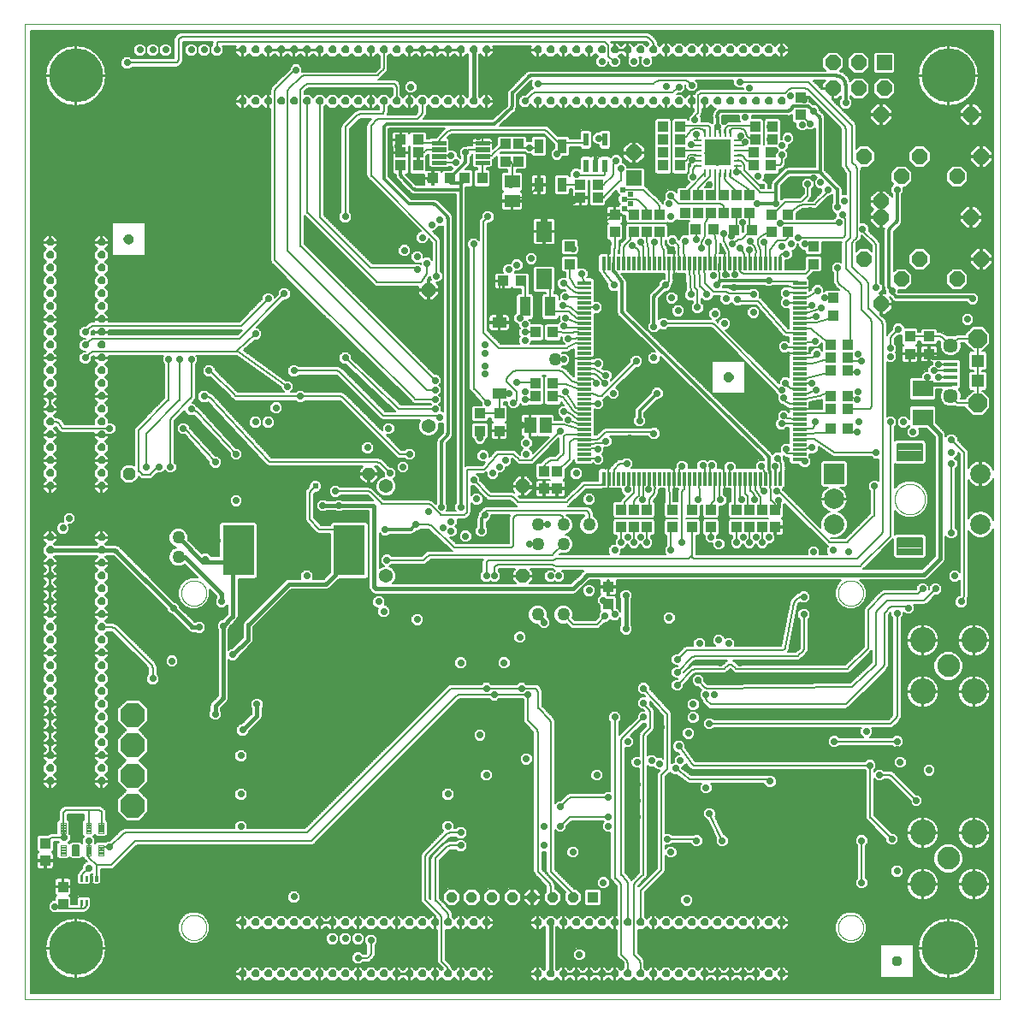
<source format=gtl>
G75*
%MOIN*%
%OFA0B0*%
%FSLAX25Y25*%
%IPPOS*%
%LPD*%
%AMOC8*
5,1,8,0,0,1.08239X$1,22.5*
%
%ADD10C,0.00000*%
%ADD11C,0.21000*%
%ADD12C,0.00320*%
%ADD13R,0.04600X0.06300*%
%ADD14OC8,0.03000*%
%ADD15R,0.06000X0.06000*%
%ADD16OC8,0.06000*%
%ADD17R,0.03937X0.04331*%
%ADD18R,0.04331X0.03937*%
%ADD19C,0.05400*%
%ADD20OC8,0.05400*%
%ADD21C,0.05000*%
%ADD22R,0.03543X0.05512*%
%ADD23R,0.05906X0.05118*%
%ADD24R,0.02100X0.05000*%
%ADD25R,0.04331X0.07480*%
%ADD26R,0.05315X0.01575*%
%ADD27C,0.05709*%
%ADD28OC8,0.07087*%
%ADD29R,0.05020X0.05020*%
%ADD30R,0.12205X0.19685*%
%ADD31R,0.06299X0.07874*%
%ADD32R,0.05512X0.03937*%
%ADD33C,0.00079*%
%ADD34OC8,0.04724*%
%ADD35R,0.04134X0.04134*%
%ADD36OC8,0.04134*%
%ADD37OC8,0.09449*%
%ADD38R,0.07874X0.06299*%
%ADD39C,0.00492*%
%ADD40R,0.09843X0.09843*%
%ADD41OC8,0.05906*%
%ADD42C,0.08850*%
%ADD43C,0.10050*%
%ADD44R,0.07874X0.07874*%
%ADD45C,0.07874*%
%ADD46C,0.00709*%
%ADD47C,0.00472*%
%ADD48C,0.00528*%
%ADD49C,0.00197*%
%ADD50R,0.06693X0.03543*%
%ADD51C,0.01969*%
%ADD52OC8,0.02400*%
%ADD53C,0.00800*%
%ADD54C,0.01600*%
%ADD55C,0.00600*%
%ADD56C,0.01200*%
%ADD57C,0.02400*%
%ADD58C,0.01181*%
D10*
X0063933Y0036780D02*
X0063933Y0416780D01*
X0443933Y0416780D01*
X0443933Y0036780D01*
X0063933Y0036780D01*
X0125059Y0064851D02*
X0125061Y0064991D01*
X0125067Y0065131D01*
X0125077Y0065270D01*
X0125091Y0065409D01*
X0125109Y0065548D01*
X0125130Y0065686D01*
X0125156Y0065824D01*
X0125186Y0065961D01*
X0125219Y0066096D01*
X0125257Y0066231D01*
X0125298Y0066365D01*
X0125343Y0066498D01*
X0125391Y0066629D01*
X0125444Y0066758D01*
X0125500Y0066887D01*
X0125559Y0067013D01*
X0125623Y0067138D01*
X0125689Y0067261D01*
X0125760Y0067382D01*
X0125833Y0067501D01*
X0125910Y0067618D01*
X0125991Y0067732D01*
X0126074Y0067844D01*
X0126161Y0067954D01*
X0126251Y0068062D01*
X0126343Y0068166D01*
X0126439Y0068268D01*
X0126538Y0068368D01*
X0126639Y0068464D01*
X0126743Y0068558D01*
X0126850Y0068648D01*
X0126959Y0068735D01*
X0127071Y0068820D01*
X0127185Y0068901D01*
X0127301Y0068979D01*
X0127419Y0069053D01*
X0127540Y0069124D01*
X0127662Y0069192D01*
X0127787Y0069256D01*
X0127913Y0069317D01*
X0128040Y0069374D01*
X0128170Y0069427D01*
X0128301Y0069477D01*
X0128433Y0069522D01*
X0128566Y0069565D01*
X0128701Y0069603D01*
X0128836Y0069637D01*
X0128973Y0069668D01*
X0129110Y0069695D01*
X0129248Y0069717D01*
X0129387Y0069736D01*
X0129526Y0069751D01*
X0129665Y0069762D01*
X0129805Y0069769D01*
X0129945Y0069772D01*
X0130085Y0069771D01*
X0130225Y0069766D01*
X0130364Y0069757D01*
X0130504Y0069744D01*
X0130643Y0069727D01*
X0130781Y0069706D01*
X0130919Y0069682D01*
X0131056Y0069653D01*
X0131192Y0069621D01*
X0131327Y0069584D01*
X0131461Y0069544D01*
X0131594Y0069500D01*
X0131725Y0069452D01*
X0131855Y0069401D01*
X0131984Y0069346D01*
X0132111Y0069287D01*
X0132236Y0069224D01*
X0132359Y0069159D01*
X0132481Y0069089D01*
X0132600Y0069016D01*
X0132718Y0068940D01*
X0132833Y0068861D01*
X0132946Y0068778D01*
X0133056Y0068692D01*
X0133164Y0068603D01*
X0133269Y0068511D01*
X0133372Y0068416D01*
X0133472Y0068318D01*
X0133569Y0068218D01*
X0133663Y0068114D01*
X0133755Y0068008D01*
X0133843Y0067900D01*
X0133928Y0067789D01*
X0134010Y0067675D01*
X0134089Y0067559D01*
X0134164Y0067442D01*
X0134236Y0067322D01*
X0134304Y0067200D01*
X0134369Y0067076D01*
X0134431Y0066950D01*
X0134489Y0066823D01*
X0134543Y0066694D01*
X0134594Y0066563D01*
X0134640Y0066431D01*
X0134683Y0066298D01*
X0134723Y0066164D01*
X0134758Y0066029D01*
X0134790Y0065892D01*
X0134817Y0065755D01*
X0134841Y0065617D01*
X0134861Y0065479D01*
X0134877Y0065340D01*
X0134889Y0065200D01*
X0134897Y0065061D01*
X0134901Y0064921D01*
X0134901Y0064781D01*
X0134897Y0064641D01*
X0134889Y0064502D01*
X0134877Y0064362D01*
X0134861Y0064223D01*
X0134841Y0064085D01*
X0134817Y0063947D01*
X0134790Y0063810D01*
X0134758Y0063673D01*
X0134723Y0063538D01*
X0134683Y0063404D01*
X0134640Y0063271D01*
X0134594Y0063139D01*
X0134543Y0063008D01*
X0134489Y0062879D01*
X0134431Y0062752D01*
X0134369Y0062626D01*
X0134304Y0062502D01*
X0134236Y0062380D01*
X0134164Y0062260D01*
X0134089Y0062143D01*
X0134010Y0062027D01*
X0133928Y0061913D01*
X0133843Y0061802D01*
X0133755Y0061694D01*
X0133663Y0061588D01*
X0133569Y0061484D01*
X0133472Y0061384D01*
X0133372Y0061286D01*
X0133269Y0061191D01*
X0133164Y0061099D01*
X0133056Y0061010D01*
X0132946Y0060924D01*
X0132833Y0060841D01*
X0132718Y0060762D01*
X0132600Y0060686D01*
X0132481Y0060613D01*
X0132359Y0060543D01*
X0132236Y0060478D01*
X0132111Y0060415D01*
X0131984Y0060356D01*
X0131855Y0060301D01*
X0131725Y0060250D01*
X0131594Y0060202D01*
X0131461Y0060158D01*
X0131327Y0060118D01*
X0131192Y0060081D01*
X0131056Y0060049D01*
X0130919Y0060020D01*
X0130781Y0059996D01*
X0130643Y0059975D01*
X0130504Y0059958D01*
X0130364Y0059945D01*
X0130225Y0059936D01*
X0130085Y0059931D01*
X0129945Y0059930D01*
X0129805Y0059933D01*
X0129665Y0059940D01*
X0129526Y0059951D01*
X0129387Y0059966D01*
X0129248Y0059985D01*
X0129110Y0060007D01*
X0128973Y0060034D01*
X0128836Y0060065D01*
X0128701Y0060099D01*
X0128566Y0060137D01*
X0128433Y0060180D01*
X0128301Y0060225D01*
X0128170Y0060275D01*
X0128040Y0060328D01*
X0127913Y0060385D01*
X0127787Y0060446D01*
X0127662Y0060510D01*
X0127540Y0060578D01*
X0127419Y0060649D01*
X0127301Y0060723D01*
X0127185Y0060801D01*
X0127071Y0060882D01*
X0126959Y0060967D01*
X0126850Y0061054D01*
X0126743Y0061144D01*
X0126639Y0061238D01*
X0126538Y0061334D01*
X0126439Y0061434D01*
X0126343Y0061536D01*
X0126251Y0061640D01*
X0126161Y0061748D01*
X0126074Y0061858D01*
X0125991Y0061970D01*
X0125910Y0062084D01*
X0125833Y0062201D01*
X0125760Y0062320D01*
X0125689Y0062441D01*
X0125623Y0062564D01*
X0125559Y0062689D01*
X0125500Y0062815D01*
X0125444Y0062944D01*
X0125391Y0063073D01*
X0125343Y0063204D01*
X0125298Y0063337D01*
X0125257Y0063471D01*
X0125219Y0063606D01*
X0125186Y0063741D01*
X0125156Y0063878D01*
X0125130Y0064016D01*
X0125109Y0064154D01*
X0125091Y0064293D01*
X0125077Y0064432D01*
X0125067Y0064571D01*
X0125061Y0064711D01*
X0125059Y0064851D01*
X0125059Y0195166D02*
X0125061Y0195306D01*
X0125067Y0195446D01*
X0125077Y0195585D01*
X0125091Y0195724D01*
X0125109Y0195863D01*
X0125130Y0196001D01*
X0125156Y0196139D01*
X0125186Y0196276D01*
X0125219Y0196411D01*
X0125257Y0196546D01*
X0125298Y0196680D01*
X0125343Y0196813D01*
X0125391Y0196944D01*
X0125444Y0197073D01*
X0125500Y0197202D01*
X0125559Y0197328D01*
X0125623Y0197453D01*
X0125689Y0197576D01*
X0125760Y0197697D01*
X0125833Y0197816D01*
X0125910Y0197933D01*
X0125991Y0198047D01*
X0126074Y0198159D01*
X0126161Y0198269D01*
X0126251Y0198377D01*
X0126343Y0198481D01*
X0126439Y0198583D01*
X0126538Y0198683D01*
X0126639Y0198779D01*
X0126743Y0198873D01*
X0126850Y0198963D01*
X0126959Y0199050D01*
X0127071Y0199135D01*
X0127185Y0199216D01*
X0127301Y0199294D01*
X0127419Y0199368D01*
X0127540Y0199439D01*
X0127662Y0199507D01*
X0127787Y0199571D01*
X0127913Y0199632D01*
X0128040Y0199689D01*
X0128170Y0199742D01*
X0128301Y0199792D01*
X0128433Y0199837D01*
X0128566Y0199880D01*
X0128701Y0199918D01*
X0128836Y0199952D01*
X0128973Y0199983D01*
X0129110Y0200010D01*
X0129248Y0200032D01*
X0129387Y0200051D01*
X0129526Y0200066D01*
X0129665Y0200077D01*
X0129805Y0200084D01*
X0129945Y0200087D01*
X0130085Y0200086D01*
X0130225Y0200081D01*
X0130364Y0200072D01*
X0130504Y0200059D01*
X0130643Y0200042D01*
X0130781Y0200021D01*
X0130919Y0199997D01*
X0131056Y0199968D01*
X0131192Y0199936D01*
X0131327Y0199899D01*
X0131461Y0199859D01*
X0131594Y0199815D01*
X0131725Y0199767D01*
X0131855Y0199716D01*
X0131984Y0199661D01*
X0132111Y0199602D01*
X0132236Y0199539D01*
X0132359Y0199474D01*
X0132481Y0199404D01*
X0132600Y0199331D01*
X0132718Y0199255D01*
X0132833Y0199176D01*
X0132946Y0199093D01*
X0133056Y0199007D01*
X0133164Y0198918D01*
X0133269Y0198826D01*
X0133372Y0198731D01*
X0133472Y0198633D01*
X0133569Y0198533D01*
X0133663Y0198429D01*
X0133755Y0198323D01*
X0133843Y0198215D01*
X0133928Y0198104D01*
X0134010Y0197990D01*
X0134089Y0197874D01*
X0134164Y0197757D01*
X0134236Y0197637D01*
X0134304Y0197515D01*
X0134369Y0197391D01*
X0134431Y0197265D01*
X0134489Y0197138D01*
X0134543Y0197009D01*
X0134594Y0196878D01*
X0134640Y0196746D01*
X0134683Y0196613D01*
X0134723Y0196479D01*
X0134758Y0196344D01*
X0134790Y0196207D01*
X0134817Y0196070D01*
X0134841Y0195932D01*
X0134861Y0195794D01*
X0134877Y0195655D01*
X0134889Y0195515D01*
X0134897Y0195376D01*
X0134901Y0195236D01*
X0134901Y0195096D01*
X0134897Y0194956D01*
X0134889Y0194817D01*
X0134877Y0194677D01*
X0134861Y0194538D01*
X0134841Y0194400D01*
X0134817Y0194262D01*
X0134790Y0194125D01*
X0134758Y0193988D01*
X0134723Y0193853D01*
X0134683Y0193719D01*
X0134640Y0193586D01*
X0134594Y0193454D01*
X0134543Y0193323D01*
X0134489Y0193194D01*
X0134431Y0193067D01*
X0134369Y0192941D01*
X0134304Y0192817D01*
X0134236Y0192695D01*
X0134164Y0192575D01*
X0134089Y0192458D01*
X0134010Y0192342D01*
X0133928Y0192228D01*
X0133843Y0192117D01*
X0133755Y0192009D01*
X0133663Y0191903D01*
X0133569Y0191799D01*
X0133472Y0191699D01*
X0133372Y0191601D01*
X0133269Y0191506D01*
X0133164Y0191414D01*
X0133056Y0191325D01*
X0132946Y0191239D01*
X0132833Y0191156D01*
X0132718Y0191077D01*
X0132600Y0191001D01*
X0132481Y0190928D01*
X0132359Y0190858D01*
X0132236Y0190793D01*
X0132111Y0190730D01*
X0131984Y0190671D01*
X0131855Y0190616D01*
X0131725Y0190565D01*
X0131594Y0190517D01*
X0131461Y0190473D01*
X0131327Y0190433D01*
X0131192Y0190396D01*
X0131056Y0190364D01*
X0130919Y0190335D01*
X0130781Y0190311D01*
X0130643Y0190290D01*
X0130504Y0190273D01*
X0130364Y0190260D01*
X0130225Y0190251D01*
X0130085Y0190246D01*
X0129945Y0190245D01*
X0129805Y0190248D01*
X0129665Y0190255D01*
X0129526Y0190266D01*
X0129387Y0190281D01*
X0129248Y0190300D01*
X0129110Y0190322D01*
X0128973Y0190349D01*
X0128836Y0190380D01*
X0128701Y0190414D01*
X0128566Y0190452D01*
X0128433Y0190495D01*
X0128301Y0190540D01*
X0128170Y0190590D01*
X0128040Y0190643D01*
X0127913Y0190700D01*
X0127787Y0190761D01*
X0127662Y0190825D01*
X0127540Y0190893D01*
X0127419Y0190964D01*
X0127301Y0191038D01*
X0127185Y0191116D01*
X0127071Y0191197D01*
X0126959Y0191282D01*
X0126850Y0191369D01*
X0126743Y0191459D01*
X0126639Y0191553D01*
X0126538Y0191649D01*
X0126439Y0191749D01*
X0126343Y0191851D01*
X0126251Y0191955D01*
X0126161Y0192063D01*
X0126074Y0192173D01*
X0125991Y0192285D01*
X0125910Y0192399D01*
X0125833Y0192516D01*
X0125760Y0192635D01*
X0125689Y0192756D01*
X0125623Y0192879D01*
X0125559Y0193004D01*
X0125500Y0193130D01*
X0125444Y0193259D01*
X0125391Y0193388D01*
X0125343Y0193519D01*
X0125298Y0193652D01*
X0125257Y0193786D01*
X0125219Y0193921D01*
X0125186Y0194056D01*
X0125156Y0194193D01*
X0125130Y0194331D01*
X0125109Y0194469D01*
X0125091Y0194608D01*
X0125077Y0194747D01*
X0125067Y0194886D01*
X0125061Y0195026D01*
X0125059Y0195166D01*
X0380965Y0195166D02*
X0380967Y0195306D01*
X0380973Y0195446D01*
X0380983Y0195585D01*
X0380997Y0195724D01*
X0381015Y0195863D01*
X0381036Y0196001D01*
X0381062Y0196139D01*
X0381092Y0196276D01*
X0381125Y0196411D01*
X0381163Y0196546D01*
X0381204Y0196680D01*
X0381249Y0196813D01*
X0381297Y0196944D01*
X0381350Y0197073D01*
X0381406Y0197202D01*
X0381465Y0197328D01*
X0381529Y0197453D01*
X0381595Y0197576D01*
X0381666Y0197697D01*
X0381739Y0197816D01*
X0381816Y0197933D01*
X0381897Y0198047D01*
X0381980Y0198159D01*
X0382067Y0198269D01*
X0382157Y0198377D01*
X0382249Y0198481D01*
X0382345Y0198583D01*
X0382444Y0198683D01*
X0382545Y0198779D01*
X0382649Y0198873D01*
X0382756Y0198963D01*
X0382865Y0199050D01*
X0382977Y0199135D01*
X0383091Y0199216D01*
X0383207Y0199294D01*
X0383325Y0199368D01*
X0383446Y0199439D01*
X0383568Y0199507D01*
X0383693Y0199571D01*
X0383819Y0199632D01*
X0383946Y0199689D01*
X0384076Y0199742D01*
X0384207Y0199792D01*
X0384339Y0199837D01*
X0384472Y0199880D01*
X0384607Y0199918D01*
X0384742Y0199952D01*
X0384879Y0199983D01*
X0385016Y0200010D01*
X0385154Y0200032D01*
X0385293Y0200051D01*
X0385432Y0200066D01*
X0385571Y0200077D01*
X0385711Y0200084D01*
X0385851Y0200087D01*
X0385991Y0200086D01*
X0386131Y0200081D01*
X0386270Y0200072D01*
X0386410Y0200059D01*
X0386549Y0200042D01*
X0386687Y0200021D01*
X0386825Y0199997D01*
X0386962Y0199968D01*
X0387098Y0199936D01*
X0387233Y0199899D01*
X0387367Y0199859D01*
X0387500Y0199815D01*
X0387631Y0199767D01*
X0387761Y0199716D01*
X0387890Y0199661D01*
X0388017Y0199602D01*
X0388142Y0199539D01*
X0388265Y0199474D01*
X0388387Y0199404D01*
X0388506Y0199331D01*
X0388624Y0199255D01*
X0388739Y0199176D01*
X0388852Y0199093D01*
X0388962Y0199007D01*
X0389070Y0198918D01*
X0389175Y0198826D01*
X0389278Y0198731D01*
X0389378Y0198633D01*
X0389475Y0198533D01*
X0389569Y0198429D01*
X0389661Y0198323D01*
X0389749Y0198215D01*
X0389834Y0198104D01*
X0389916Y0197990D01*
X0389995Y0197874D01*
X0390070Y0197757D01*
X0390142Y0197637D01*
X0390210Y0197515D01*
X0390275Y0197391D01*
X0390337Y0197265D01*
X0390395Y0197138D01*
X0390449Y0197009D01*
X0390500Y0196878D01*
X0390546Y0196746D01*
X0390589Y0196613D01*
X0390629Y0196479D01*
X0390664Y0196344D01*
X0390696Y0196207D01*
X0390723Y0196070D01*
X0390747Y0195932D01*
X0390767Y0195794D01*
X0390783Y0195655D01*
X0390795Y0195515D01*
X0390803Y0195376D01*
X0390807Y0195236D01*
X0390807Y0195096D01*
X0390803Y0194956D01*
X0390795Y0194817D01*
X0390783Y0194677D01*
X0390767Y0194538D01*
X0390747Y0194400D01*
X0390723Y0194262D01*
X0390696Y0194125D01*
X0390664Y0193988D01*
X0390629Y0193853D01*
X0390589Y0193719D01*
X0390546Y0193586D01*
X0390500Y0193454D01*
X0390449Y0193323D01*
X0390395Y0193194D01*
X0390337Y0193067D01*
X0390275Y0192941D01*
X0390210Y0192817D01*
X0390142Y0192695D01*
X0390070Y0192575D01*
X0389995Y0192458D01*
X0389916Y0192342D01*
X0389834Y0192228D01*
X0389749Y0192117D01*
X0389661Y0192009D01*
X0389569Y0191903D01*
X0389475Y0191799D01*
X0389378Y0191699D01*
X0389278Y0191601D01*
X0389175Y0191506D01*
X0389070Y0191414D01*
X0388962Y0191325D01*
X0388852Y0191239D01*
X0388739Y0191156D01*
X0388624Y0191077D01*
X0388506Y0191001D01*
X0388387Y0190928D01*
X0388265Y0190858D01*
X0388142Y0190793D01*
X0388017Y0190730D01*
X0387890Y0190671D01*
X0387761Y0190616D01*
X0387631Y0190565D01*
X0387500Y0190517D01*
X0387367Y0190473D01*
X0387233Y0190433D01*
X0387098Y0190396D01*
X0386962Y0190364D01*
X0386825Y0190335D01*
X0386687Y0190311D01*
X0386549Y0190290D01*
X0386410Y0190273D01*
X0386270Y0190260D01*
X0386131Y0190251D01*
X0385991Y0190246D01*
X0385851Y0190245D01*
X0385711Y0190248D01*
X0385571Y0190255D01*
X0385432Y0190266D01*
X0385293Y0190281D01*
X0385154Y0190300D01*
X0385016Y0190322D01*
X0384879Y0190349D01*
X0384742Y0190380D01*
X0384607Y0190414D01*
X0384472Y0190452D01*
X0384339Y0190495D01*
X0384207Y0190540D01*
X0384076Y0190590D01*
X0383946Y0190643D01*
X0383819Y0190700D01*
X0383693Y0190761D01*
X0383568Y0190825D01*
X0383446Y0190893D01*
X0383325Y0190964D01*
X0383207Y0191038D01*
X0383091Y0191116D01*
X0382977Y0191197D01*
X0382865Y0191282D01*
X0382756Y0191369D01*
X0382649Y0191459D01*
X0382545Y0191553D01*
X0382444Y0191649D01*
X0382345Y0191749D01*
X0382249Y0191851D01*
X0382157Y0191955D01*
X0382067Y0192063D01*
X0381980Y0192173D01*
X0381897Y0192285D01*
X0381816Y0192399D01*
X0381739Y0192516D01*
X0381666Y0192635D01*
X0381595Y0192756D01*
X0381529Y0192879D01*
X0381465Y0193004D01*
X0381406Y0193130D01*
X0381350Y0193259D01*
X0381297Y0193388D01*
X0381249Y0193519D01*
X0381204Y0193652D01*
X0381163Y0193786D01*
X0381125Y0193921D01*
X0381092Y0194056D01*
X0381062Y0194193D01*
X0381036Y0194331D01*
X0381015Y0194469D01*
X0380997Y0194608D01*
X0380983Y0194747D01*
X0380973Y0194886D01*
X0380967Y0195026D01*
X0380965Y0195166D01*
X0403027Y0231780D02*
X0403029Y0231933D01*
X0403035Y0232087D01*
X0403045Y0232240D01*
X0403059Y0232392D01*
X0403077Y0232545D01*
X0403099Y0232696D01*
X0403124Y0232847D01*
X0403154Y0232998D01*
X0403188Y0233148D01*
X0403225Y0233296D01*
X0403266Y0233444D01*
X0403311Y0233590D01*
X0403360Y0233736D01*
X0403413Y0233880D01*
X0403469Y0234022D01*
X0403529Y0234163D01*
X0403593Y0234303D01*
X0403660Y0234441D01*
X0403731Y0234577D01*
X0403806Y0234711D01*
X0403883Y0234843D01*
X0403965Y0234973D01*
X0404049Y0235101D01*
X0404137Y0235227D01*
X0404228Y0235350D01*
X0404322Y0235471D01*
X0404420Y0235589D01*
X0404520Y0235705D01*
X0404624Y0235818D01*
X0404730Y0235929D01*
X0404839Y0236037D01*
X0404951Y0236142D01*
X0405065Y0236243D01*
X0405183Y0236342D01*
X0405302Y0236438D01*
X0405424Y0236531D01*
X0405549Y0236620D01*
X0405676Y0236707D01*
X0405805Y0236789D01*
X0405936Y0236869D01*
X0406069Y0236945D01*
X0406204Y0237018D01*
X0406341Y0237087D01*
X0406480Y0237152D01*
X0406620Y0237214D01*
X0406762Y0237272D01*
X0406905Y0237327D01*
X0407050Y0237378D01*
X0407196Y0237425D01*
X0407343Y0237468D01*
X0407491Y0237507D01*
X0407640Y0237543D01*
X0407790Y0237574D01*
X0407941Y0237602D01*
X0408092Y0237626D01*
X0408245Y0237646D01*
X0408397Y0237662D01*
X0408550Y0237674D01*
X0408703Y0237682D01*
X0408856Y0237686D01*
X0409010Y0237686D01*
X0409163Y0237682D01*
X0409316Y0237674D01*
X0409469Y0237662D01*
X0409621Y0237646D01*
X0409774Y0237626D01*
X0409925Y0237602D01*
X0410076Y0237574D01*
X0410226Y0237543D01*
X0410375Y0237507D01*
X0410523Y0237468D01*
X0410670Y0237425D01*
X0410816Y0237378D01*
X0410961Y0237327D01*
X0411104Y0237272D01*
X0411246Y0237214D01*
X0411386Y0237152D01*
X0411525Y0237087D01*
X0411662Y0237018D01*
X0411797Y0236945D01*
X0411930Y0236869D01*
X0412061Y0236789D01*
X0412190Y0236707D01*
X0412317Y0236620D01*
X0412442Y0236531D01*
X0412564Y0236438D01*
X0412683Y0236342D01*
X0412801Y0236243D01*
X0412915Y0236142D01*
X0413027Y0236037D01*
X0413136Y0235929D01*
X0413242Y0235818D01*
X0413346Y0235705D01*
X0413446Y0235589D01*
X0413544Y0235471D01*
X0413638Y0235350D01*
X0413729Y0235227D01*
X0413817Y0235101D01*
X0413901Y0234973D01*
X0413983Y0234843D01*
X0414060Y0234711D01*
X0414135Y0234577D01*
X0414206Y0234441D01*
X0414273Y0234303D01*
X0414337Y0234163D01*
X0414397Y0234022D01*
X0414453Y0233880D01*
X0414506Y0233736D01*
X0414555Y0233590D01*
X0414600Y0233444D01*
X0414641Y0233296D01*
X0414678Y0233148D01*
X0414712Y0232998D01*
X0414742Y0232847D01*
X0414767Y0232696D01*
X0414789Y0232545D01*
X0414807Y0232392D01*
X0414821Y0232240D01*
X0414831Y0232087D01*
X0414837Y0231933D01*
X0414839Y0231780D01*
X0414837Y0231627D01*
X0414831Y0231473D01*
X0414821Y0231320D01*
X0414807Y0231168D01*
X0414789Y0231015D01*
X0414767Y0230864D01*
X0414742Y0230713D01*
X0414712Y0230562D01*
X0414678Y0230412D01*
X0414641Y0230264D01*
X0414600Y0230116D01*
X0414555Y0229970D01*
X0414506Y0229824D01*
X0414453Y0229680D01*
X0414397Y0229538D01*
X0414337Y0229397D01*
X0414273Y0229257D01*
X0414206Y0229119D01*
X0414135Y0228983D01*
X0414060Y0228849D01*
X0413983Y0228717D01*
X0413901Y0228587D01*
X0413817Y0228459D01*
X0413729Y0228333D01*
X0413638Y0228210D01*
X0413544Y0228089D01*
X0413446Y0227971D01*
X0413346Y0227855D01*
X0413242Y0227742D01*
X0413136Y0227631D01*
X0413027Y0227523D01*
X0412915Y0227418D01*
X0412801Y0227317D01*
X0412683Y0227218D01*
X0412564Y0227122D01*
X0412442Y0227029D01*
X0412317Y0226940D01*
X0412190Y0226853D01*
X0412061Y0226771D01*
X0411930Y0226691D01*
X0411797Y0226615D01*
X0411662Y0226542D01*
X0411525Y0226473D01*
X0411386Y0226408D01*
X0411246Y0226346D01*
X0411104Y0226288D01*
X0410961Y0226233D01*
X0410816Y0226182D01*
X0410670Y0226135D01*
X0410523Y0226092D01*
X0410375Y0226053D01*
X0410226Y0226017D01*
X0410076Y0225986D01*
X0409925Y0225958D01*
X0409774Y0225934D01*
X0409621Y0225914D01*
X0409469Y0225898D01*
X0409316Y0225886D01*
X0409163Y0225878D01*
X0409010Y0225874D01*
X0408856Y0225874D01*
X0408703Y0225878D01*
X0408550Y0225886D01*
X0408397Y0225898D01*
X0408245Y0225914D01*
X0408092Y0225934D01*
X0407941Y0225958D01*
X0407790Y0225986D01*
X0407640Y0226017D01*
X0407491Y0226053D01*
X0407343Y0226092D01*
X0407196Y0226135D01*
X0407050Y0226182D01*
X0406905Y0226233D01*
X0406762Y0226288D01*
X0406620Y0226346D01*
X0406480Y0226408D01*
X0406341Y0226473D01*
X0406204Y0226542D01*
X0406069Y0226615D01*
X0405936Y0226691D01*
X0405805Y0226771D01*
X0405676Y0226853D01*
X0405549Y0226940D01*
X0405424Y0227029D01*
X0405302Y0227122D01*
X0405183Y0227218D01*
X0405065Y0227317D01*
X0404951Y0227418D01*
X0404839Y0227523D01*
X0404730Y0227631D01*
X0404624Y0227742D01*
X0404520Y0227855D01*
X0404420Y0227971D01*
X0404322Y0228089D01*
X0404228Y0228210D01*
X0404137Y0228333D01*
X0404049Y0228459D01*
X0403965Y0228587D01*
X0403883Y0228717D01*
X0403806Y0228849D01*
X0403731Y0228983D01*
X0403660Y0229119D01*
X0403593Y0229257D01*
X0403529Y0229397D01*
X0403469Y0229538D01*
X0403413Y0229680D01*
X0403360Y0229824D01*
X0403311Y0229970D01*
X0403266Y0230116D01*
X0403225Y0230264D01*
X0403188Y0230412D01*
X0403154Y0230562D01*
X0403124Y0230713D01*
X0403099Y0230864D01*
X0403077Y0231015D01*
X0403059Y0231168D01*
X0403045Y0231320D01*
X0403035Y0231473D01*
X0403029Y0231627D01*
X0403027Y0231780D01*
X0380965Y0064851D02*
X0380967Y0064991D01*
X0380973Y0065131D01*
X0380983Y0065270D01*
X0380997Y0065409D01*
X0381015Y0065548D01*
X0381036Y0065686D01*
X0381062Y0065824D01*
X0381092Y0065961D01*
X0381125Y0066096D01*
X0381163Y0066231D01*
X0381204Y0066365D01*
X0381249Y0066498D01*
X0381297Y0066629D01*
X0381350Y0066758D01*
X0381406Y0066887D01*
X0381465Y0067013D01*
X0381529Y0067138D01*
X0381595Y0067261D01*
X0381666Y0067382D01*
X0381739Y0067501D01*
X0381816Y0067618D01*
X0381897Y0067732D01*
X0381980Y0067844D01*
X0382067Y0067954D01*
X0382157Y0068062D01*
X0382249Y0068166D01*
X0382345Y0068268D01*
X0382444Y0068368D01*
X0382545Y0068464D01*
X0382649Y0068558D01*
X0382756Y0068648D01*
X0382865Y0068735D01*
X0382977Y0068820D01*
X0383091Y0068901D01*
X0383207Y0068979D01*
X0383325Y0069053D01*
X0383446Y0069124D01*
X0383568Y0069192D01*
X0383693Y0069256D01*
X0383819Y0069317D01*
X0383946Y0069374D01*
X0384076Y0069427D01*
X0384207Y0069477D01*
X0384339Y0069522D01*
X0384472Y0069565D01*
X0384607Y0069603D01*
X0384742Y0069637D01*
X0384879Y0069668D01*
X0385016Y0069695D01*
X0385154Y0069717D01*
X0385293Y0069736D01*
X0385432Y0069751D01*
X0385571Y0069762D01*
X0385711Y0069769D01*
X0385851Y0069772D01*
X0385991Y0069771D01*
X0386131Y0069766D01*
X0386270Y0069757D01*
X0386410Y0069744D01*
X0386549Y0069727D01*
X0386687Y0069706D01*
X0386825Y0069682D01*
X0386962Y0069653D01*
X0387098Y0069621D01*
X0387233Y0069584D01*
X0387367Y0069544D01*
X0387500Y0069500D01*
X0387631Y0069452D01*
X0387761Y0069401D01*
X0387890Y0069346D01*
X0388017Y0069287D01*
X0388142Y0069224D01*
X0388265Y0069159D01*
X0388387Y0069089D01*
X0388506Y0069016D01*
X0388624Y0068940D01*
X0388739Y0068861D01*
X0388852Y0068778D01*
X0388962Y0068692D01*
X0389070Y0068603D01*
X0389175Y0068511D01*
X0389278Y0068416D01*
X0389378Y0068318D01*
X0389475Y0068218D01*
X0389569Y0068114D01*
X0389661Y0068008D01*
X0389749Y0067900D01*
X0389834Y0067789D01*
X0389916Y0067675D01*
X0389995Y0067559D01*
X0390070Y0067442D01*
X0390142Y0067322D01*
X0390210Y0067200D01*
X0390275Y0067076D01*
X0390337Y0066950D01*
X0390395Y0066823D01*
X0390449Y0066694D01*
X0390500Y0066563D01*
X0390546Y0066431D01*
X0390589Y0066298D01*
X0390629Y0066164D01*
X0390664Y0066029D01*
X0390696Y0065892D01*
X0390723Y0065755D01*
X0390747Y0065617D01*
X0390767Y0065479D01*
X0390783Y0065340D01*
X0390795Y0065200D01*
X0390803Y0065061D01*
X0390807Y0064921D01*
X0390807Y0064781D01*
X0390803Y0064641D01*
X0390795Y0064502D01*
X0390783Y0064362D01*
X0390767Y0064223D01*
X0390747Y0064085D01*
X0390723Y0063947D01*
X0390696Y0063810D01*
X0390664Y0063673D01*
X0390629Y0063538D01*
X0390589Y0063404D01*
X0390546Y0063271D01*
X0390500Y0063139D01*
X0390449Y0063008D01*
X0390395Y0062879D01*
X0390337Y0062752D01*
X0390275Y0062626D01*
X0390210Y0062502D01*
X0390142Y0062380D01*
X0390070Y0062260D01*
X0389995Y0062143D01*
X0389916Y0062027D01*
X0389834Y0061913D01*
X0389749Y0061802D01*
X0389661Y0061694D01*
X0389569Y0061588D01*
X0389475Y0061484D01*
X0389378Y0061384D01*
X0389278Y0061286D01*
X0389175Y0061191D01*
X0389070Y0061099D01*
X0388962Y0061010D01*
X0388852Y0060924D01*
X0388739Y0060841D01*
X0388624Y0060762D01*
X0388506Y0060686D01*
X0388387Y0060613D01*
X0388265Y0060543D01*
X0388142Y0060478D01*
X0388017Y0060415D01*
X0387890Y0060356D01*
X0387761Y0060301D01*
X0387631Y0060250D01*
X0387500Y0060202D01*
X0387367Y0060158D01*
X0387233Y0060118D01*
X0387098Y0060081D01*
X0386962Y0060049D01*
X0386825Y0060020D01*
X0386687Y0059996D01*
X0386549Y0059975D01*
X0386410Y0059958D01*
X0386270Y0059945D01*
X0386131Y0059936D01*
X0385991Y0059931D01*
X0385851Y0059930D01*
X0385711Y0059933D01*
X0385571Y0059940D01*
X0385432Y0059951D01*
X0385293Y0059966D01*
X0385154Y0059985D01*
X0385016Y0060007D01*
X0384879Y0060034D01*
X0384742Y0060065D01*
X0384607Y0060099D01*
X0384472Y0060137D01*
X0384339Y0060180D01*
X0384207Y0060225D01*
X0384076Y0060275D01*
X0383946Y0060328D01*
X0383819Y0060385D01*
X0383693Y0060446D01*
X0383568Y0060510D01*
X0383446Y0060578D01*
X0383325Y0060649D01*
X0383207Y0060723D01*
X0383091Y0060801D01*
X0382977Y0060882D01*
X0382865Y0060967D01*
X0382756Y0061054D01*
X0382649Y0061144D01*
X0382545Y0061238D01*
X0382444Y0061334D01*
X0382345Y0061434D01*
X0382249Y0061536D01*
X0382157Y0061640D01*
X0382067Y0061748D01*
X0381980Y0061858D01*
X0381897Y0061970D01*
X0381816Y0062084D01*
X0381739Y0062201D01*
X0381666Y0062320D01*
X0381595Y0062441D01*
X0381529Y0062564D01*
X0381465Y0062689D01*
X0381406Y0062815D01*
X0381350Y0062944D01*
X0381297Y0063073D01*
X0381249Y0063204D01*
X0381204Y0063337D01*
X0381163Y0063471D01*
X0381125Y0063606D01*
X0381092Y0063741D01*
X0381062Y0063878D01*
X0381036Y0064016D01*
X0381015Y0064154D01*
X0380997Y0064293D01*
X0380983Y0064432D01*
X0380973Y0064571D01*
X0380967Y0064711D01*
X0380965Y0064851D01*
D11*
X0423933Y0056780D03*
X0423933Y0396780D03*
X0083933Y0396780D03*
X0083933Y0056780D03*
D12*
X0279507Y0246851D02*
X0284501Y0246851D01*
X0279507Y0246851D02*
X0279507Y0247811D01*
X0284501Y0247811D01*
X0284501Y0246851D01*
X0284501Y0247170D02*
X0279507Y0247170D01*
X0279507Y0247489D02*
X0284501Y0247489D01*
X0284501Y0247808D02*
X0279507Y0247808D01*
X0279507Y0248819D02*
X0284501Y0248819D01*
X0279507Y0248819D02*
X0279507Y0249779D01*
X0284501Y0249779D01*
X0284501Y0248819D01*
X0284501Y0249138D02*
X0279507Y0249138D01*
X0279507Y0249457D02*
X0284501Y0249457D01*
X0284501Y0249776D02*
X0279507Y0249776D01*
X0279507Y0250788D02*
X0284501Y0250788D01*
X0279507Y0250788D02*
X0279507Y0251748D01*
X0284501Y0251748D01*
X0284501Y0250788D01*
X0284501Y0251107D02*
X0279507Y0251107D01*
X0279507Y0251426D02*
X0284501Y0251426D01*
X0284501Y0251745D02*
X0279507Y0251745D01*
X0279507Y0252757D02*
X0284501Y0252757D01*
X0279507Y0252757D02*
X0279507Y0253717D01*
X0284501Y0253717D01*
X0284501Y0252757D01*
X0284501Y0253076D02*
X0279507Y0253076D01*
X0279507Y0253395D02*
X0284501Y0253395D01*
X0284501Y0253714D02*
X0279507Y0253714D01*
X0279507Y0254725D02*
X0284501Y0254725D01*
X0279507Y0254725D02*
X0279507Y0255685D01*
X0284501Y0255685D01*
X0284501Y0254725D01*
X0284501Y0255044D02*
X0279507Y0255044D01*
X0279507Y0255363D02*
X0284501Y0255363D01*
X0284501Y0255682D02*
X0279507Y0255682D01*
X0279507Y0256694D02*
X0284501Y0256694D01*
X0279507Y0256694D02*
X0279507Y0257654D01*
X0284501Y0257654D01*
X0284501Y0256694D01*
X0284501Y0257013D02*
X0279507Y0257013D01*
X0279507Y0257332D02*
X0284501Y0257332D01*
X0284501Y0257651D02*
X0279507Y0257651D01*
X0279507Y0258662D02*
X0284501Y0258662D01*
X0279507Y0258662D02*
X0279507Y0259622D01*
X0284501Y0259622D01*
X0284501Y0258662D01*
X0284501Y0258981D02*
X0279507Y0258981D01*
X0279507Y0259300D02*
X0284501Y0259300D01*
X0284501Y0259619D02*
X0279507Y0259619D01*
X0279507Y0260631D02*
X0284501Y0260631D01*
X0279507Y0260631D02*
X0279507Y0261591D01*
X0284501Y0261591D01*
X0284501Y0260631D01*
X0284501Y0260950D02*
X0279507Y0260950D01*
X0279507Y0261269D02*
X0284501Y0261269D01*
X0284501Y0261588D02*
X0279507Y0261588D01*
X0279507Y0262599D02*
X0284501Y0262599D01*
X0279507Y0262599D02*
X0279507Y0263559D01*
X0284501Y0263559D01*
X0284501Y0262599D01*
X0284501Y0262918D02*
X0279507Y0262918D01*
X0279507Y0263237D02*
X0284501Y0263237D01*
X0284501Y0263556D02*
X0279507Y0263556D01*
X0279507Y0264568D02*
X0284501Y0264568D01*
X0279507Y0264568D02*
X0279507Y0265528D01*
X0284501Y0265528D01*
X0284501Y0264568D01*
X0284501Y0264887D02*
X0279507Y0264887D01*
X0279507Y0265206D02*
X0284501Y0265206D01*
X0284501Y0265525D02*
X0279507Y0265525D01*
X0279507Y0266536D02*
X0284501Y0266536D01*
X0279507Y0266536D02*
X0279507Y0267496D01*
X0284501Y0267496D01*
X0284501Y0266536D01*
X0284501Y0266855D02*
X0279507Y0266855D01*
X0279507Y0267174D02*
X0284501Y0267174D01*
X0284501Y0267493D02*
X0279507Y0267493D01*
X0279507Y0268505D02*
X0284501Y0268505D01*
X0279507Y0268505D02*
X0279507Y0269465D01*
X0284501Y0269465D01*
X0284501Y0268505D01*
X0284501Y0268824D02*
X0279507Y0268824D01*
X0279507Y0269143D02*
X0284501Y0269143D01*
X0284501Y0269462D02*
X0279507Y0269462D01*
X0279507Y0270473D02*
X0284501Y0270473D01*
X0279507Y0270473D02*
X0279507Y0271433D01*
X0284501Y0271433D01*
X0284501Y0270473D01*
X0284501Y0270792D02*
X0279507Y0270792D01*
X0279507Y0271111D02*
X0284501Y0271111D01*
X0284501Y0271430D02*
X0279507Y0271430D01*
X0279507Y0272442D02*
X0284501Y0272442D01*
X0279507Y0272442D02*
X0279507Y0273402D01*
X0284501Y0273402D01*
X0284501Y0272442D01*
X0284501Y0272761D02*
X0279507Y0272761D01*
X0279507Y0273080D02*
X0284501Y0273080D01*
X0284501Y0273399D02*
X0279507Y0273399D01*
X0279507Y0274410D02*
X0284501Y0274410D01*
X0279507Y0274410D02*
X0279507Y0275370D01*
X0284501Y0275370D01*
X0284501Y0274410D01*
X0284501Y0274729D02*
X0279507Y0274729D01*
X0279507Y0275048D02*
X0284501Y0275048D01*
X0284501Y0275367D02*
X0279507Y0275367D01*
X0279507Y0276379D02*
X0284501Y0276379D01*
X0279507Y0276379D02*
X0279507Y0277339D01*
X0284501Y0277339D01*
X0284501Y0276379D01*
X0284501Y0276698D02*
X0279507Y0276698D01*
X0279507Y0277017D02*
X0284501Y0277017D01*
X0284501Y0277336D02*
X0279507Y0277336D01*
X0279507Y0278347D02*
X0284501Y0278347D01*
X0279507Y0278347D02*
X0279507Y0279307D01*
X0284501Y0279307D01*
X0284501Y0278347D01*
X0284501Y0278666D02*
X0279507Y0278666D01*
X0279507Y0278985D02*
X0284501Y0278985D01*
X0284501Y0279304D02*
X0279507Y0279304D01*
X0279507Y0280316D02*
X0284501Y0280316D01*
X0279507Y0280316D02*
X0279507Y0281276D01*
X0284501Y0281276D01*
X0284501Y0280316D01*
X0284501Y0280635D02*
X0279507Y0280635D01*
X0279507Y0280954D02*
X0284501Y0280954D01*
X0284501Y0281273D02*
X0279507Y0281273D01*
X0279507Y0282284D02*
X0284501Y0282284D01*
X0279507Y0282284D02*
X0279507Y0283244D01*
X0284501Y0283244D01*
X0284501Y0282284D01*
X0284501Y0282603D02*
X0279507Y0282603D01*
X0279507Y0282922D02*
X0284501Y0282922D01*
X0284501Y0283241D02*
X0279507Y0283241D01*
X0279507Y0284253D02*
X0284501Y0284253D01*
X0279507Y0284253D02*
X0279507Y0285213D01*
X0284501Y0285213D01*
X0284501Y0284253D01*
X0284501Y0284572D02*
X0279507Y0284572D01*
X0279507Y0284891D02*
X0284501Y0284891D01*
X0284501Y0285210D02*
X0279507Y0285210D01*
X0279507Y0286221D02*
X0284501Y0286221D01*
X0279507Y0286221D02*
X0279507Y0287181D01*
X0284501Y0287181D01*
X0284501Y0286221D01*
X0284501Y0286540D02*
X0279507Y0286540D01*
X0279507Y0286859D02*
X0284501Y0286859D01*
X0284501Y0287178D02*
X0279507Y0287178D01*
X0279507Y0288190D02*
X0284501Y0288190D01*
X0279507Y0288190D02*
X0279507Y0289150D01*
X0284501Y0289150D01*
X0284501Y0288190D01*
X0284501Y0288509D02*
X0279507Y0288509D01*
X0279507Y0288828D02*
X0284501Y0288828D01*
X0284501Y0289147D02*
X0279507Y0289147D01*
X0279507Y0290158D02*
X0284501Y0290158D01*
X0279507Y0290158D02*
X0279507Y0291118D01*
X0284501Y0291118D01*
X0284501Y0290158D01*
X0284501Y0290477D02*
X0279507Y0290477D01*
X0279507Y0290796D02*
X0284501Y0290796D01*
X0284501Y0291115D02*
X0279507Y0291115D01*
X0279507Y0292127D02*
X0284501Y0292127D01*
X0279507Y0292127D02*
X0279507Y0293087D01*
X0284501Y0293087D01*
X0284501Y0292127D01*
X0284501Y0292446D02*
X0279507Y0292446D01*
X0279507Y0292765D02*
X0284501Y0292765D01*
X0284501Y0293084D02*
X0279507Y0293084D01*
X0279507Y0294095D02*
X0284501Y0294095D01*
X0279507Y0294095D02*
X0279507Y0295055D01*
X0284501Y0295055D01*
X0284501Y0294095D01*
X0284501Y0294414D02*
X0279507Y0294414D01*
X0279507Y0294733D02*
X0284501Y0294733D01*
X0284501Y0295052D02*
X0279507Y0295052D01*
X0279507Y0296064D02*
X0284501Y0296064D01*
X0279507Y0296064D02*
X0279507Y0297024D01*
X0284501Y0297024D01*
X0284501Y0296064D01*
X0284501Y0296383D02*
X0279507Y0296383D01*
X0279507Y0296702D02*
X0284501Y0296702D01*
X0284501Y0297021D02*
X0279507Y0297021D01*
X0279507Y0298032D02*
X0284501Y0298032D01*
X0279507Y0298032D02*
X0279507Y0298992D01*
X0284501Y0298992D01*
X0284501Y0298032D01*
X0284501Y0298351D02*
X0279507Y0298351D01*
X0279507Y0298670D02*
X0284501Y0298670D01*
X0284501Y0298989D02*
X0279507Y0298989D01*
X0279507Y0300001D02*
X0284501Y0300001D01*
X0279507Y0300001D02*
X0279507Y0300961D01*
X0284501Y0300961D01*
X0284501Y0300001D01*
X0284501Y0300320D02*
X0279507Y0300320D01*
X0279507Y0300639D02*
X0284501Y0300639D01*
X0284501Y0300958D02*
X0279507Y0300958D01*
X0279507Y0301969D02*
X0284501Y0301969D01*
X0279507Y0301969D02*
X0279507Y0302929D01*
X0284501Y0302929D01*
X0284501Y0301969D01*
X0284501Y0302288D02*
X0279507Y0302288D01*
X0279507Y0302607D02*
X0284501Y0302607D01*
X0284501Y0302926D02*
X0279507Y0302926D01*
X0279507Y0303938D02*
X0284501Y0303938D01*
X0279507Y0303938D02*
X0279507Y0304898D01*
X0284501Y0304898D01*
X0284501Y0303938D01*
X0284501Y0304257D02*
X0279507Y0304257D01*
X0279507Y0304576D02*
X0284501Y0304576D01*
X0284501Y0304895D02*
X0279507Y0304895D01*
X0279507Y0305906D02*
X0284501Y0305906D01*
X0279507Y0305906D02*
X0279507Y0306866D01*
X0284501Y0306866D01*
X0284501Y0305906D01*
X0284501Y0306225D02*
X0279507Y0306225D01*
X0279507Y0306544D02*
X0284501Y0306544D01*
X0284501Y0306863D02*
X0279507Y0306863D01*
X0279507Y0307875D02*
X0284501Y0307875D01*
X0279507Y0307875D02*
X0279507Y0308835D01*
X0284501Y0308835D01*
X0284501Y0307875D01*
X0284501Y0308194D02*
X0279507Y0308194D01*
X0279507Y0308513D02*
X0284501Y0308513D01*
X0284501Y0308832D02*
X0279507Y0308832D01*
X0279507Y0309843D02*
X0284501Y0309843D01*
X0279507Y0309843D02*
X0279507Y0310803D01*
X0284501Y0310803D01*
X0284501Y0309843D01*
X0284501Y0310162D02*
X0279507Y0310162D01*
X0279507Y0310481D02*
X0284501Y0310481D01*
X0284501Y0310800D02*
X0279507Y0310800D01*
X0279507Y0311812D02*
X0284501Y0311812D01*
X0279507Y0311812D02*
X0279507Y0312772D01*
X0284501Y0312772D01*
X0284501Y0311812D01*
X0284501Y0312131D02*
X0279507Y0312131D01*
X0279507Y0312450D02*
X0284501Y0312450D01*
X0284501Y0312769D02*
X0279507Y0312769D01*
X0279507Y0313780D02*
X0284501Y0313780D01*
X0279507Y0313780D02*
X0279507Y0314740D01*
X0284501Y0314740D01*
X0284501Y0313780D01*
X0284501Y0314099D02*
X0279507Y0314099D01*
X0279507Y0314418D02*
X0284501Y0314418D01*
X0284501Y0314737D02*
X0279507Y0314737D01*
X0279507Y0315749D02*
X0284501Y0315749D01*
X0279507Y0315749D02*
X0279507Y0316709D01*
X0284501Y0316709D01*
X0284501Y0315749D01*
X0284501Y0316068D02*
X0279507Y0316068D01*
X0279507Y0316387D02*
X0284501Y0316387D01*
X0284501Y0316706D02*
X0279507Y0316706D01*
X0289004Y0321212D02*
X0289004Y0326206D01*
X0289964Y0326206D01*
X0289964Y0321212D01*
X0289004Y0321212D01*
X0289004Y0321531D02*
X0289964Y0321531D01*
X0289964Y0321850D02*
X0289004Y0321850D01*
X0289004Y0322169D02*
X0289964Y0322169D01*
X0289964Y0322488D02*
X0289004Y0322488D01*
X0289004Y0322807D02*
X0289964Y0322807D01*
X0289964Y0323126D02*
X0289004Y0323126D01*
X0289004Y0323445D02*
X0289964Y0323445D01*
X0289964Y0323764D02*
X0289004Y0323764D01*
X0289004Y0324083D02*
X0289964Y0324083D01*
X0289964Y0324402D02*
X0289004Y0324402D01*
X0289004Y0324721D02*
X0289964Y0324721D01*
X0289964Y0325040D02*
X0289004Y0325040D01*
X0289004Y0325359D02*
X0289964Y0325359D01*
X0289964Y0325678D02*
X0289004Y0325678D01*
X0289004Y0325997D02*
X0289964Y0325997D01*
X0290973Y0326206D02*
X0290973Y0321212D01*
X0290973Y0326206D02*
X0291933Y0326206D01*
X0291933Y0321212D01*
X0290973Y0321212D01*
X0290973Y0321531D02*
X0291933Y0321531D01*
X0291933Y0321850D02*
X0290973Y0321850D01*
X0290973Y0322169D02*
X0291933Y0322169D01*
X0291933Y0322488D02*
X0290973Y0322488D01*
X0290973Y0322807D02*
X0291933Y0322807D01*
X0291933Y0323126D02*
X0290973Y0323126D01*
X0290973Y0323445D02*
X0291933Y0323445D01*
X0291933Y0323764D02*
X0290973Y0323764D01*
X0290973Y0324083D02*
X0291933Y0324083D01*
X0291933Y0324402D02*
X0290973Y0324402D01*
X0290973Y0324721D02*
X0291933Y0324721D01*
X0291933Y0325040D02*
X0290973Y0325040D01*
X0290973Y0325359D02*
X0291933Y0325359D01*
X0291933Y0325678D02*
X0290973Y0325678D01*
X0290973Y0325997D02*
X0291933Y0325997D01*
X0292941Y0326206D02*
X0292941Y0321212D01*
X0292941Y0326206D02*
X0293901Y0326206D01*
X0293901Y0321212D01*
X0292941Y0321212D01*
X0292941Y0321531D02*
X0293901Y0321531D01*
X0293901Y0321850D02*
X0292941Y0321850D01*
X0292941Y0322169D02*
X0293901Y0322169D01*
X0293901Y0322488D02*
X0292941Y0322488D01*
X0292941Y0322807D02*
X0293901Y0322807D01*
X0293901Y0323126D02*
X0292941Y0323126D01*
X0292941Y0323445D02*
X0293901Y0323445D01*
X0293901Y0323764D02*
X0292941Y0323764D01*
X0292941Y0324083D02*
X0293901Y0324083D01*
X0293901Y0324402D02*
X0292941Y0324402D01*
X0292941Y0324721D02*
X0293901Y0324721D01*
X0293901Y0325040D02*
X0292941Y0325040D01*
X0292941Y0325359D02*
X0293901Y0325359D01*
X0293901Y0325678D02*
X0292941Y0325678D01*
X0292941Y0325997D02*
X0293901Y0325997D01*
X0294910Y0326206D02*
X0294910Y0321212D01*
X0294910Y0326206D02*
X0295870Y0326206D01*
X0295870Y0321212D01*
X0294910Y0321212D01*
X0294910Y0321531D02*
X0295870Y0321531D01*
X0295870Y0321850D02*
X0294910Y0321850D01*
X0294910Y0322169D02*
X0295870Y0322169D01*
X0295870Y0322488D02*
X0294910Y0322488D01*
X0294910Y0322807D02*
X0295870Y0322807D01*
X0295870Y0323126D02*
X0294910Y0323126D01*
X0294910Y0323445D02*
X0295870Y0323445D01*
X0295870Y0323764D02*
X0294910Y0323764D01*
X0294910Y0324083D02*
X0295870Y0324083D01*
X0295870Y0324402D02*
X0294910Y0324402D01*
X0294910Y0324721D02*
X0295870Y0324721D01*
X0295870Y0325040D02*
X0294910Y0325040D01*
X0294910Y0325359D02*
X0295870Y0325359D01*
X0295870Y0325678D02*
X0294910Y0325678D01*
X0294910Y0325997D02*
X0295870Y0325997D01*
X0296878Y0326206D02*
X0296878Y0321212D01*
X0296878Y0326206D02*
X0297838Y0326206D01*
X0297838Y0321212D01*
X0296878Y0321212D01*
X0296878Y0321531D02*
X0297838Y0321531D01*
X0297838Y0321850D02*
X0296878Y0321850D01*
X0296878Y0322169D02*
X0297838Y0322169D01*
X0297838Y0322488D02*
X0296878Y0322488D01*
X0296878Y0322807D02*
X0297838Y0322807D01*
X0297838Y0323126D02*
X0296878Y0323126D01*
X0296878Y0323445D02*
X0297838Y0323445D01*
X0297838Y0323764D02*
X0296878Y0323764D01*
X0296878Y0324083D02*
X0297838Y0324083D01*
X0297838Y0324402D02*
X0296878Y0324402D01*
X0296878Y0324721D02*
X0297838Y0324721D01*
X0297838Y0325040D02*
X0296878Y0325040D01*
X0296878Y0325359D02*
X0297838Y0325359D01*
X0297838Y0325678D02*
X0296878Y0325678D01*
X0296878Y0325997D02*
X0297838Y0325997D01*
X0298847Y0326206D02*
X0298847Y0321212D01*
X0298847Y0326206D02*
X0299807Y0326206D01*
X0299807Y0321212D01*
X0298847Y0321212D01*
X0298847Y0321531D02*
X0299807Y0321531D01*
X0299807Y0321850D02*
X0298847Y0321850D01*
X0298847Y0322169D02*
X0299807Y0322169D01*
X0299807Y0322488D02*
X0298847Y0322488D01*
X0298847Y0322807D02*
X0299807Y0322807D01*
X0299807Y0323126D02*
X0298847Y0323126D01*
X0298847Y0323445D02*
X0299807Y0323445D01*
X0299807Y0323764D02*
X0298847Y0323764D01*
X0298847Y0324083D02*
X0299807Y0324083D01*
X0299807Y0324402D02*
X0298847Y0324402D01*
X0298847Y0324721D02*
X0299807Y0324721D01*
X0299807Y0325040D02*
X0298847Y0325040D01*
X0298847Y0325359D02*
X0299807Y0325359D01*
X0299807Y0325678D02*
X0298847Y0325678D01*
X0298847Y0325997D02*
X0299807Y0325997D01*
X0300815Y0326206D02*
X0300815Y0321212D01*
X0300815Y0326206D02*
X0301775Y0326206D01*
X0301775Y0321212D01*
X0300815Y0321212D01*
X0300815Y0321531D02*
X0301775Y0321531D01*
X0301775Y0321850D02*
X0300815Y0321850D01*
X0300815Y0322169D02*
X0301775Y0322169D01*
X0301775Y0322488D02*
X0300815Y0322488D01*
X0300815Y0322807D02*
X0301775Y0322807D01*
X0301775Y0323126D02*
X0300815Y0323126D01*
X0300815Y0323445D02*
X0301775Y0323445D01*
X0301775Y0323764D02*
X0300815Y0323764D01*
X0300815Y0324083D02*
X0301775Y0324083D01*
X0301775Y0324402D02*
X0300815Y0324402D01*
X0300815Y0324721D02*
X0301775Y0324721D01*
X0301775Y0325040D02*
X0300815Y0325040D01*
X0300815Y0325359D02*
X0301775Y0325359D01*
X0301775Y0325678D02*
X0300815Y0325678D01*
X0300815Y0325997D02*
X0301775Y0325997D01*
X0302784Y0326206D02*
X0302784Y0321212D01*
X0302784Y0326206D02*
X0303744Y0326206D01*
X0303744Y0321212D01*
X0302784Y0321212D01*
X0302784Y0321531D02*
X0303744Y0321531D01*
X0303744Y0321850D02*
X0302784Y0321850D01*
X0302784Y0322169D02*
X0303744Y0322169D01*
X0303744Y0322488D02*
X0302784Y0322488D01*
X0302784Y0322807D02*
X0303744Y0322807D01*
X0303744Y0323126D02*
X0302784Y0323126D01*
X0302784Y0323445D02*
X0303744Y0323445D01*
X0303744Y0323764D02*
X0302784Y0323764D01*
X0302784Y0324083D02*
X0303744Y0324083D01*
X0303744Y0324402D02*
X0302784Y0324402D01*
X0302784Y0324721D02*
X0303744Y0324721D01*
X0303744Y0325040D02*
X0302784Y0325040D01*
X0302784Y0325359D02*
X0303744Y0325359D01*
X0303744Y0325678D02*
X0302784Y0325678D01*
X0302784Y0325997D02*
X0303744Y0325997D01*
X0304752Y0326206D02*
X0304752Y0321212D01*
X0304752Y0326206D02*
X0305712Y0326206D01*
X0305712Y0321212D01*
X0304752Y0321212D01*
X0304752Y0321531D02*
X0305712Y0321531D01*
X0305712Y0321850D02*
X0304752Y0321850D01*
X0304752Y0322169D02*
X0305712Y0322169D01*
X0305712Y0322488D02*
X0304752Y0322488D01*
X0304752Y0322807D02*
X0305712Y0322807D01*
X0305712Y0323126D02*
X0304752Y0323126D01*
X0304752Y0323445D02*
X0305712Y0323445D01*
X0305712Y0323764D02*
X0304752Y0323764D01*
X0304752Y0324083D02*
X0305712Y0324083D01*
X0305712Y0324402D02*
X0304752Y0324402D01*
X0304752Y0324721D02*
X0305712Y0324721D01*
X0305712Y0325040D02*
X0304752Y0325040D01*
X0304752Y0325359D02*
X0305712Y0325359D01*
X0305712Y0325678D02*
X0304752Y0325678D01*
X0304752Y0325997D02*
X0305712Y0325997D01*
X0306721Y0326206D02*
X0306721Y0321212D01*
X0306721Y0326206D02*
X0307681Y0326206D01*
X0307681Y0321212D01*
X0306721Y0321212D01*
X0306721Y0321531D02*
X0307681Y0321531D01*
X0307681Y0321850D02*
X0306721Y0321850D01*
X0306721Y0322169D02*
X0307681Y0322169D01*
X0307681Y0322488D02*
X0306721Y0322488D01*
X0306721Y0322807D02*
X0307681Y0322807D01*
X0307681Y0323126D02*
X0306721Y0323126D01*
X0306721Y0323445D02*
X0307681Y0323445D01*
X0307681Y0323764D02*
X0306721Y0323764D01*
X0306721Y0324083D02*
X0307681Y0324083D01*
X0307681Y0324402D02*
X0306721Y0324402D01*
X0306721Y0324721D02*
X0307681Y0324721D01*
X0307681Y0325040D02*
X0306721Y0325040D01*
X0306721Y0325359D02*
X0307681Y0325359D01*
X0307681Y0325678D02*
X0306721Y0325678D01*
X0306721Y0325997D02*
X0307681Y0325997D01*
X0308689Y0326206D02*
X0308689Y0321212D01*
X0308689Y0326206D02*
X0309649Y0326206D01*
X0309649Y0321212D01*
X0308689Y0321212D01*
X0308689Y0321531D02*
X0309649Y0321531D01*
X0309649Y0321850D02*
X0308689Y0321850D01*
X0308689Y0322169D02*
X0309649Y0322169D01*
X0309649Y0322488D02*
X0308689Y0322488D01*
X0308689Y0322807D02*
X0309649Y0322807D01*
X0309649Y0323126D02*
X0308689Y0323126D01*
X0308689Y0323445D02*
X0309649Y0323445D01*
X0309649Y0323764D02*
X0308689Y0323764D01*
X0308689Y0324083D02*
X0309649Y0324083D01*
X0309649Y0324402D02*
X0308689Y0324402D01*
X0308689Y0324721D02*
X0309649Y0324721D01*
X0309649Y0325040D02*
X0308689Y0325040D01*
X0308689Y0325359D02*
X0309649Y0325359D01*
X0309649Y0325678D02*
X0308689Y0325678D01*
X0308689Y0325997D02*
X0309649Y0325997D01*
X0310658Y0326206D02*
X0310658Y0321212D01*
X0310658Y0326206D02*
X0311618Y0326206D01*
X0311618Y0321212D01*
X0310658Y0321212D01*
X0310658Y0321531D02*
X0311618Y0321531D01*
X0311618Y0321850D02*
X0310658Y0321850D01*
X0310658Y0322169D02*
X0311618Y0322169D01*
X0311618Y0322488D02*
X0310658Y0322488D01*
X0310658Y0322807D02*
X0311618Y0322807D01*
X0311618Y0323126D02*
X0310658Y0323126D01*
X0310658Y0323445D02*
X0311618Y0323445D01*
X0311618Y0323764D02*
X0310658Y0323764D01*
X0310658Y0324083D02*
X0311618Y0324083D01*
X0311618Y0324402D02*
X0310658Y0324402D01*
X0310658Y0324721D02*
X0311618Y0324721D01*
X0311618Y0325040D02*
X0310658Y0325040D01*
X0310658Y0325359D02*
X0311618Y0325359D01*
X0311618Y0325678D02*
X0310658Y0325678D01*
X0310658Y0325997D02*
X0311618Y0325997D01*
X0312626Y0326206D02*
X0312626Y0321212D01*
X0312626Y0326206D02*
X0313586Y0326206D01*
X0313586Y0321212D01*
X0312626Y0321212D01*
X0312626Y0321531D02*
X0313586Y0321531D01*
X0313586Y0321850D02*
X0312626Y0321850D01*
X0312626Y0322169D02*
X0313586Y0322169D01*
X0313586Y0322488D02*
X0312626Y0322488D01*
X0312626Y0322807D02*
X0313586Y0322807D01*
X0313586Y0323126D02*
X0312626Y0323126D01*
X0312626Y0323445D02*
X0313586Y0323445D01*
X0313586Y0323764D02*
X0312626Y0323764D01*
X0312626Y0324083D02*
X0313586Y0324083D01*
X0313586Y0324402D02*
X0312626Y0324402D01*
X0312626Y0324721D02*
X0313586Y0324721D01*
X0313586Y0325040D02*
X0312626Y0325040D01*
X0312626Y0325359D02*
X0313586Y0325359D01*
X0313586Y0325678D02*
X0312626Y0325678D01*
X0312626Y0325997D02*
X0313586Y0325997D01*
X0314595Y0326206D02*
X0314595Y0321212D01*
X0314595Y0326206D02*
X0315555Y0326206D01*
X0315555Y0321212D01*
X0314595Y0321212D01*
X0314595Y0321531D02*
X0315555Y0321531D01*
X0315555Y0321850D02*
X0314595Y0321850D01*
X0314595Y0322169D02*
X0315555Y0322169D01*
X0315555Y0322488D02*
X0314595Y0322488D01*
X0314595Y0322807D02*
X0315555Y0322807D01*
X0315555Y0323126D02*
X0314595Y0323126D01*
X0314595Y0323445D02*
X0315555Y0323445D01*
X0315555Y0323764D02*
X0314595Y0323764D01*
X0314595Y0324083D02*
X0315555Y0324083D01*
X0315555Y0324402D02*
X0314595Y0324402D01*
X0314595Y0324721D02*
X0315555Y0324721D01*
X0315555Y0325040D02*
X0314595Y0325040D01*
X0314595Y0325359D02*
X0315555Y0325359D01*
X0315555Y0325678D02*
X0314595Y0325678D01*
X0314595Y0325997D02*
X0315555Y0325997D01*
X0316563Y0326206D02*
X0316563Y0321212D01*
X0316563Y0326206D02*
X0317523Y0326206D01*
X0317523Y0321212D01*
X0316563Y0321212D01*
X0316563Y0321531D02*
X0317523Y0321531D01*
X0317523Y0321850D02*
X0316563Y0321850D01*
X0316563Y0322169D02*
X0317523Y0322169D01*
X0317523Y0322488D02*
X0316563Y0322488D01*
X0316563Y0322807D02*
X0317523Y0322807D01*
X0317523Y0323126D02*
X0316563Y0323126D01*
X0316563Y0323445D02*
X0317523Y0323445D01*
X0317523Y0323764D02*
X0316563Y0323764D01*
X0316563Y0324083D02*
X0317523Y0324083D01*
X0317523Y0324402D02*
X0316563Y0324402D01*
X0316563Y0324721D02*
X0317523Y0324721D01*
X0317523Y0325040D02*
X0316563Y0325040D01*
X0316563Y0325359D02*
X0317523Y0325359D01*
X0317523Y0325678D02*
X0316563Y0325678D01*
X0316563Y0325997D02*
X0317523Y0325997D01*
X0318532Y0326206D02*
X0318532Y0321212D01*
X0318532Y0326206D02*
X0319492Y0326206D01*
X0319492Y0321212D01*
X0318532Y0321212D01*
X0318532Y0321531D02*
X0319492Y0321531D01*
X0319492Y0321850D02*
X0318532Y0321850D01*
X0318532Y0322169D02*
X0319492Y0322169D01*
X0319492Y0322488D02*
X0318532Y0322488D01*
X0318532Y0322807D02*
X0319492Y0322807D01*
X0319492Y0323126D02*
X0318532Y0323126D01*
X0318532Y0323445D02*
X0319492Y0323445D01*
X0319492Y0323764D02*
X0318532Y0323764D01*
X0318532Y0324083D02*
X0319492Y0324083D01*
X0319492Y0324402D02*
X0318532Y0324402D01*
X0318532Y0324721D02*
X0319492Y0324721D01*
X0319492Y0325040D02*
X0318532Y0325040D01*
X0318532Y0325359D02*
X0319492Y0325359D01*
X0319492Y0325678D02*
X0318532Y0325678D01*
X0318532Y0325997D02*
X0319492Y0325997D01*
X0320500Y0326206D02*
X0320500Y0321212D01*
X0320500Y0326206D02*
X0321460Y0326206D01*
X0321460Y0321212D01*
X0320500Y0321212D01*
X0320500Y0321531D02*
X0321460Y0321531D01*
X0321460Y0321850D02*
X0320500Y0321850D01*
X0320500Y0322169D02*
X0321460Y0322169D01*
X0321460Y0322488D02*
X0320500Y0322488D01*
X0320500Y0322807D02*
X0321460Y0322807D01*
X0321460Y0323126D02*
X0320500Y0323126D01*
X0320500Y0323445D02*
X0321460Y0323445D01*
X0321460Y0323764D02*
X0320500Y0323764D01*
X0320500Y0324083D02*
X0321460Y0324083D01*
X0321460Y0324402D02*
X0320500Y0324402D01*
X0320500Y0324721D02*
X0321460Y0324721D01*
X0321460Y0325040D02*
X0320500Y0325040D01*
X0320500Y0325359D02*
X0321460Y0325359D01*
X0321460Y0325678D02*
X0320500Y0325678D01*
X0320500Y0325997D02*
X0321460Y0325997D01*
X0322469Y0326206D02*
X0322469Y0321212D01*
X0322469Y0326206D02*
X0323429Y0326206D01*
X0323429Y0321212D01*
X0322469Y0321212D01*
X0322469Y0321531D02*
X0323429Y0321531D01*
X0323429Y0321850D02*
X0322469Y0321850D01*
X0322469Y0322169D02*
X0323429Y0322169D01*
X0323429Y0322488D02*
X0322469Y0322488D01*
X0322469Y0322807D02*
X0323429Y0322807D01*
X0323429Y0323126D02*
X0322469Y0323126D01*
X0322469Y0323445D02*
X0323429Y0323445D01*
X0323429Y0323764D02*
X0322469Y0323764D01*
X0322469Y0324083D02*
X0323429Y0324083D01*
X0323429Y0324402D02*
X0322469Y0324402D01*
X0322469Y0324721D02*
X0323429Y0324721D01*
X0323429Y0325040D02*
X0322469Y0325040D01*
X0322469Y0325359D02*
X0323429Y0325359D01*
X0323429Y0325678D02*
X0322469Y0325678D01*
X0322469Y0325997D02*
X0323429Y0325997D01*
X0324437Y0326206D02*
X0324437Y0321212D01*
X0324437Y0326206D02*
X0325397Y0326206D01*
X0325397Y0321212D01*
X0324437Y0321212D01*
X0324437Y0321531D02*
X0325397Y0321531D01*
X0325397Y0321850D02*
X0324437Y0321850D01*
X0324437Y0322169D02*
X0325397Y0322169D01*
X0325397Y0322488D02*
X0324437Y0322488D01*
X0324437Y0322807D02*
X0325397Y0322807D01*
X0325397Y0323126D02*
X0324437Y0323126D01*
X0324437Y0323445D02*
X0325397Y0323445D01*
X0325397Y0323764D02*
X0324437Y0323764D01*
X0324437Y0324083D02*
X0325397Y0324083D01*
X0325397Y0324402D02*
X0324437Y0324402D01*
X0324437Y0324721D02*
X0325397Y0324721D01*
X0325397Y0325040D02*
X0324437Y0325040D01*
X0324437Y0325359D02*
X0325397Y0325359D01*
X0325397Y0325678D02*
X0324437Y0325678D01*
X0324437Y0325997D02*
X0325397Y0325997D01*
X0326406Y0326206D02*
X0326406Y0321212D01*
X0326406Y0326206D02*
X0327366Y0326206D01*
X0327366Y0321212D01*
X0326406Y0321212D01*
X0326406Y0321531D02*
X0327366Y0321531D01*
X0327366Y0321850D02*
X0326406Y0321850D01*
X0326406Y0322169D02*
X0327366Y0322169D01*
X0327366Y0322488D02*
X0326406Y0322488D01*
X0326406Y0322807D02*
X0327366Y0322807D01*
X0327366Y0323126D02*
X0326406Y0323126D01*
X0326406Y0323445D02*
X0327366Y0323445D01*
X0327366Y0323764D02*
X0326406Y0323764D01*
X0326406Y0324083D02*
X0327366Y0324083D01*
X0327366Y0324402D02*
X0326406Y0324402D01*
X0326406Y0324721D02*
X0327366Y0324721D01*
X0327366Y0325040D02*
X0326406Y0325040D01*
X0326406Y0325359D02*
X0327366Y0325359D01*
X0327366Y0325678D02*
X0326406Y0325678D01*
X0326406Y0325997D02*
X0327366Y0325997D01*
X0328374Y0326206D02*
X0328374Y0321212D01*
X0328374Y0326206D02*
X0329334Y0326206D01*
X0329334Y0321212D01*
X0328374Y0321212D01*
X0328374Y0321531D02*
X0329334Y0321531D01*
X0329334Y0321850D02*
X0328374Y0321850D01*
X0328374Y0322169D02*
X0329334Y0322169D01*
X0329334Y0322488D02*
X0328374Y0322488D01*
X0328374Y0322807D02*
X0329334Y0322807D01*
X0329334Y0323126D02*
X0328374Y0323126D01*
X0328374Y0323445D02*
X0329334Y0323445D01*
X0329334Y0323764D02*
X0328374Y0323764D01*
X0328374Y0324083D02*
X0329334Y0324083D01*
X0329334Y0324402D02*
X0328374Y0324402D01*
X0328374Y0324721D02*
X0329334Y0324721D01*
X0329334Y0325040D02*
X0328374Y0325040D01*
X0328374Y0325359D02*
X0329334Y0325359D01*
X0329334Y0325678D02*
X0328374Y0325678D01*
X0328374Y0325997D02*
X0329334Y0325997D01*
X0330343Y0326206D02*
X0330343Y0321212D01*
X0330343Y0326206D02*
X0331303Y0326206D01*
X0331303Y0321212D01*
X0330343Y0321212D01*
X0330343Y0321531D02*
X0331303Y0321531D01*
X0331303Y0321850D02*
X0330343Y0321850D01*
X0330343Y0322169D02*
X0331303Y0322169D01*
X0331303Y0322488D02*
X0330343Y0322488D01*
X0330343Y0322807D02*
X0331303Y0322807D01*
X0331303Y0323126D02*
X0330343Y0323126D01*
X0330343Y0323445D02*
X0331303Y0323445D01*
X0331303Y0323764D02*
X0330343Y0323764D01*
X0330343Y0324083D02*
X0331303Y0324083D01*
X0331303Y0324402D02*
X0330343Y0324402D01*
X0330343Y0324721D02*
X0331303Y0324721D01*
X0331303Y0325040D02*
X0330343Y0325040D01*
X0330343Y0325359D02*
X0331303Y0325359D01*
X0331303Y0325678D02*
X0330343Y0325678D01*
X0330343Y0325997D02*
X0331303Y0325997D01*
X0332311Y0326206D02*
X0332311Y0321212D01*
X0332311Y0326206D02*
X0333271Y0326206D01*
X0333271Y0321212D01*
X0332311Y0321212D01*
X0332311Y0321531D02*
X0333271Y0321531D01*
X0333271Y0321850D02*
X0332311Y0321850D01*
X0332311Y0322169D02*
X0333271Y0322169D01*
X0333271Y0322488D02*
X0332311Y0322488D01*
X0332311Y0322807D02*
X0333271Y0322807D01*
X0333271Y0323126D02*
X0332311Y0323126D01*
X0332311Y0323445D02*
X0333271Y0323445D01*
X0333271Y0323764D02*
X0332311Y0323764D01*
X0332311Y0324083D02*
X0333271Y0324083D01*
X0333271Y0324402D02*
X0332311Y0324402D01*
X0332311Y0324721D02*
X0333271Y0324721D01*
X0333271Y0325040D02*
X0332311Y0325040D01*
X0332311Y0325359D02*
X0333271Y0325359D01*
X0333271Y0325678D02*
X0332311Y0325678D01*
X0332311Y0325997D02*
X0333271Y0325997D01*
X0334280Y0326206D02*
X0334280Y0321212D01*
X0334280Y0326206D02*
X0335240Y0326206D01*
X0335240Y0321212D01*
X0334280Y0321212D01*
X0334280Y0321531D02*
X0335240Y0321531D01*
X0335240Y0321850D02*
X0334280Y0321850D01*
X0334280Y0322169D02*
X0335240Y0322169D01*
X0335240Y0322488D02*
X0334280Y0322488D01*
X0334280Y0322807D02*
X0335240Y0322807D01*
X0335240Y0323126D02*
X0334280Y0323126D01*
X0334280Y0323445D02*
X0335240Y0323445D01*
X0335240Y0323764D02*
X0334280Y0323764D01*
X0334280Y0324083D02*
X0335240Y0324083D01*
X0335240Y0324402D02*
X0334280Y0324402D01*
X0334280Y0324721D02*
X0335240Y0324721D01*
X0335240Y0325040D02*
X0334280Y0325040D01*
X0334280Y0325359D02*
X0335240Y0325359D01*
X0335240Y0325678D02*
X0334280Y0325678D01*
X0334280Y0325997D02*
X0335240Y0325997D01*
X0336248Y0326206D02*
X0336248Y0321212D01*
X0336248Y0326206D02*
X0337208Y0326206D01*
X0337208Y0321212D01*
X0336248Y0321212D01*
X0336248Y0321531D02*
X0337208Y0321531D01*
X0337208Y0321850D02*
X0336248Y0321850D01*
X0336248Y0322169D02*
X0337208Y0322169D01*
X0337208Y0322488D02*
X0336248Y0322488D01*
X0336248Y0322807D02*
X0337208Y0322807D01*
X0337208Y0323126D02*
X0336248Y0323126D01*
X0336248Y0323445D02*
X0337208Y0323445D01*
X0337208Y0323764D02*
X0336248Y0323764D01*
X0336248Y0324083D02*
X0337208Y0324083D01*
X0337208Y0324402D02*
X0336248Y0324402D01*
X0336248Y0324721D02*
X0337208Y0324721D01*
X0337208Y0325040D02*
X0336248Y0325040D01*
X0336248Y0325359D02*
X0337208Y0325359D01*
X0337208Y0325678D02*
X0336248Y0325678D01*
X0336248Y0325997D02*
X0337208Y0325997D01*
X0338217Y0326206D02*
X0338217Y0321212D01*
X0338217Y0326206D02*
X0339177Y0326206D01*
X0339177Y0321212D01*
X0338217Y0321212D01*
X0338217Y0321531D02*
X0339177Y0321531D01*
X0339177Y0321850D02*
X0338217Y0321850D01*
X0338217Y0322169D02*
X0339177Y0322169D01*
X0339177Y0322488D02*
X0338217Y0322488D01*
X0338217Y0322807D02*
X0339177Y0322807D01*
X0339177Y0323126D02*
X0338217Y0323126D01*
X0338217Y0323445D02*
X0339177Y0323445D01*
X0339177Y0323764D02*
X0338217Y0323764D01*
X0338217Y0324083D02*
X0339177Y0324083D01*
X0339177Y0324402D02*
X0338217Y0324402D01*
X0338217Y0324721D02*
X0339177Y0324721D01*
X0339177Y0325040D02*
X0338217Y0325040D01*
X0338217Y0325359D02*
X0339177Y0325359D01*
X0339177Y0325678D02*
X0338217Y0325678D01*
X0338217Y0325997D02*
X0339177Y0325997D01*
X0340185Y0326206D02*
X0340185Y0321212D01*
X0340185Y0326206D02*
X0341145Y0326206D01*
X0341145Y0321212D01*
X0340185Y0321212D01*
X0340185Y0321531D02*
X0341145Y0321531D01*
X0341145Y0321850D02*
X0340185Y0321850D01*
X0340185Y0322169D02*
X0341145Y0322169D01*
X0341145Y0322488D02*
X0340185Y0322488D01*
X0340185Y0322807D02*
X0341145Y0322807D01*
X0341145Y0323126D02*
X0340185Y0323126D01*
X0340185Y0323445D02*
X0341145Y0323445D01*
X0341145Y0323764D02*
X0340185Y0323764D01*
X0340185Y0324083D02*
X0341145Y0324083D01*
X0341145Y0324402D02*
X0340185Y0324402D01*
X0340185Y0324721D02*
X0341145Y0324721D01*
X0341145Y0325040D02*
X0340185Y0325040D01*
X0340185Y0325359D02*
X0341145Y0325359D01*
X0341145Y0325678D02*
X0340185Y0325678D01*
X0340185Y0325997D02*
X0341145Y0325997D01*
X0342154Y0326206D02*
X0342154Y0321212D01*
X0342154Y0326206D02*
X0343114Y0326206D01*
X0343114Y0321212D01*
X0342154Y0321212D01*
X0342154Y0321531D02*
X0343114Y0321531D01*
X0343114Y0321850D02*
X0342154Y0321850D01*
X0342154Y0322169D02*
X0343114Y0322169D01*
X0343114Y0322488D02*
X0342154Y0322488D01*
X0342154Y0322807D02*
X0343114Y0322807D01*
X0343114Y0323126D02*
X0342154Y0323126D01*
X0342154Y0323445D02*
X0343114Y0323445D01*
X0343114Y0323764D02*
X0342154Y0323764D01*
X0342154Y0324083D02*
X0343114Y0324083D01*
X0343114Y0324402D02*
X0342154Y0324402D01*
X0342154Y0324721D02*
X0343114Y0324721D01*
X0343114Y0325040D02*
X0342154Y0325040D01*
X0342154Y0325359D02*
X0343114Y0325359D01*
X0343114Y0325678D02*
X0342154Y0325678D01*
X0342154Y0325997D02*
X0343114Y0325997D01*
X0344122Y0326206D02*
X0344122Y0321212D01*
X0344122Y0326206D02*
X0345082Y0326206D01*
X0345082Y0321212D01*
X0344122Y0321212D01*
X0344122Y0321531D02*
X0345082Y0321531D01*
X0345082Y0321850D02*
X0344122Y0321850D01*
X0344122Y0322169D02*
X0345082Y0322169D01*
X0345082Y0322488D02*
X0344122Y0322488D01*
X0344122Y0322807D02*
X0345082Y0322807D01*
X0345082Y0323126D02*
X0344122Y0323126D01*
X0344122Y0323445D02*
X0345082Y0323445D01*
X0345082Y0323764D02*
X0344122Y0323764D01*
X0344122Y0324083D02*
X0345082Y0324083D01*
X0345082Y0324402D02*
X0344122Y0324402D01*
X0344122Y0324721D02*
X0345082Y0324721D01*
X0345082Y0325040D02*
X0344122Y0325040D01*
X0344122Y0325359D02*
X0345082Y0325359D01*
X0345082Y0325678D02*
X0344122Y0325678D01*
X0344122Y0325997D02*
X0345082Y0325997D01*
X0346091Y0326206D02*
X0346091Y0321212D01*
X0346091Y0326206D02*
X0347051Y0326206D01*
X0347051Y0321212D01*
X0346091Y0321212D01*
X0346091Y0321531D02*
X0347051Y0321531D01*
X0347051Y0321850D02*
X0346091Y0321850D01*
X0346091Y0322169D02*
X0347051Y0322169D01*
X0347051Y0322488D02*
X0346091Y0322488D01*
X0346091Y0322807D02*
X0347051Y0322807D01*
X0347051Y0323126D02*
X0346091Y0323126D01*
X0346091Y0323445D02*
X0347051Y0323445D01*
X0347051Y0323764D02*
X0346091Y0323764D01*
X0346091Y0324083D02*
X0347051Y0324083D01*
X0347051Y0324402D02*
X0346091Y0324402D01*
X0346091Y0324721D02*
X0347051Y0324721D01*
X0347051Y0325040D02*
X0346091Y0325040D01*
X0346091Y0325359D02*
X0347051Y0325359D01*
X0347051Y0325678D02*
X0346091Y0325678D01*
X0346091Y0325997D02*
X0347051Y0325997D01*
X0348059Y0326206D02*
X0348059Y0321212D01*
X0348059Y0326206D02*
X0349019Y0326206D01*
X0349019Y0321212D01*
X0348059Y0321212D01*
X0348059Y0321531D02*
X0349019Y0321531D01*
X0349019Y0321850D02*
X0348059Y0321850D01*
X0348059Y0322169D02*
X0349019Y0322169D01*
X0349019Y0322488D02*
X0348059Y0322488D01*
X0348059Y0322807D02*
X0349019Y0322807D01*
X0349019Y0323126D02*
X0348059Y0323126D01*
X0348059Y0323445D02*
X0349019Y0323445D01*
X0349019Y0323764D02*
X0348059Y0323764D01*
X0348059Y0324083D02*
X0349019Y0324083D01*
X0349019Y0324402D02*
X0348059Y0324402D01*
X0348059Y0324721D02*
X0349019Y0324721D01*
X0349019Y0325040D02*
X0348059Y0325040D01*
X0348059Y0325359D02*
X0349019Y0325359D01*
X0349019Y0325678D02*
X0348059Y0325678D01*
X0348059Y0325997D02*
X0349019Y0325997D01*
X0350028Y0326206D02*
X0350028Y0321212D01*
X0350028Y0326206D02*
X0350988Y0326206D01*
X0350988Y0321212D01*
X0350028Y0321212D01*
X0350028Y0321531D02*
X0350988Y0321531D01*
X0350988Y0321850D02*
X0350028Y0321850D01*
X0350028Y0322169D02*
X0350988Y0322169D01*
X0350988Y0322488D02*
X0350028Y0322488D01*
X0350028Y0322807D02*
X0350988Y0322807D01*
X0350988Y0323126D02*
X0350028Y0323126D01*
X0350028Y0323445D02*
X0350988Y0323445D01*
X0350988Y0323764D02*
X0350028Y0323764D01*
X0350028Y0324083D02*
X0350988Y0324083D01*
X0350988Y0324402D02*
X0350028Y0324402D01*
X0350028Y0324721D02*
X0350988Y0324721D01*
X0350988Y0325040D02*
X0350028Y0325040D01*
X0350028Y0325359D02*
X0350988Y0325359D01*
X0350988Y0325678D02*
X0350028Y0325678D01*
X0350028Y0325997D02*
X0350988Y0325997D01*
X0351996Y0326206D02*
X0351996Y0321212D01*
X0351996Y0326206D02*
X0352956Y0326206D01*
X0352956Y0321212D01*
X0351996Y0321212D01*
X0351996Y0321531D02*
X0352956Y0321531D01*
X0352956Y0321850D02*
X0351996Y0321850D01*
X0351996Y0322169D02*
X0352956Y0322169D01*
X0352956Y0322488D02*
X0351996Y0322488D01*
X0351996Y0322807D02*
X0352956Y0322807D01*
X0352956Y0323126D02*
X0351996Y0323126D01*
X0351996Y0323445D02*
X0352956Y0323445D01*
X0352956Y0323764D02*
X0351996Y0323764D01*
X0351996Y0324083D02*
X0352956Y0324083D01*
X0352956Y0324402D02*
X0351996Y0324402D01*
X0351996Y0324721D02*
X0352956Y0324721D01*
X0352956Y0325040D02*
X0351996Y0325040D01*
X0351996Y0325359D02*
X0352956Y0325359D01*
X0352956Y0325678D02*
X0351996Y0325678D01*
X0351996Y0325997D02*
X0352956Y0325997D01*
X0353965Y0326206D02*
X0353965Y0321212D01*
X0353965Y0326206D02*
X0354925Y0326206D01*
X0354925Y0321212D01*
X0353965Y0321212D01*
X0353965Y0321531D02*
X0354925Y0321531D01*
X0354925Y0321850D02*
X0353965Y0321850D01*
X0353965Y0322169D02*
X0354925Y0322169D01*
X0354925Y0322488D02*
X0353965Y0322488D01*
X0353965Y0322807D02*
X0354925Y0322807D01*
X0354925Y0323126D02*
X0353965Y0323126D01*
X0353965Y0323445D02*
X0354925Y0323445D01*
X0354925Y0323764D02*
X0353965Y0323764D01*
X0353965Y0324083D02*
X0354925Y0324083D01*
X0354925Y0324402D02*
X0353965Y0324402D01*
X0353965Y0324721D02*
X0354925Y0324721D01*
X0354925Y0325040D02*
X0353965Y0325040D01*
X0353965Y0325359D02*
X0354925Y0325359D01*
X0354925Y0325678D02*
X0353965Y0325678D01*
X0353965Y0325997D02*
X0354925Y0325997D01*
X0355933Y0326206D02*
X0355933Y0321212D01*
X0355933Y0326206D02*
X0356893Y0326206D01*
X0356893Y0321212D01*
X0355933Y0321212D01*
X0355933Y0321531D02*
X0356893Y0321531D01*
X0356893Y0321850D02*
X0355933Y0321850D01*
X0355933Y0322169D02*
X0356893Y0322169D01*
X0356893Y0322488D02*
X0355933Y0322488D01*
X0355933Y0322807D02*
X0356893Y0322807D01*
X0356893Y0323126D02*
X0355933Y0323126D01*
X0355933Y0323445D02*
X0356893Y0323445D01*
X0356893Y0323764D02*
X0355933Y0323764D01*
X0355933Y0324083D02*
X0356893Y0324083D01*
X0356893Y0324402D02*
X0355933Y0324402D01*
X0355933Y0324721D02*
X0356893Y0324721D01*
X0356893Y0325040D02*
X0355933Y0325040D01*
X0355933Y0325359D02*
X0356893Y0325359D01*
X0356893Y0325678D02*
X0355933Y0325678D01*
X0355933Y0325997D02*
X0356893Y0325997D01*
X0357902Y0326206D02*
X0357902Y0321212D01*
X0357902Y0326206D02*
X0358862Y0326206D01*
X0358862Y0321212D01*
X0357902Y0321212D01*
X0357902Y0321531D02*
X0358862Y0321531D01*
X0358862Y0321850D02*
X0357902Y0321850D01*
X0357902Y0322169D02*
X0358862Y0322169D01*
X0358862Y0322488D02*
X0357902Y0322488D01*
X0357902Y0322807D02*
X0358862Y0322807D01*
X0358862Y0323126D02*
X0357902Y0323126D01*
X0357902Y0323445D02*
X0358862Y0323445D01*
X0358862Y0323764D02*
X0357902Y0323764D01*
X0357902Y0324083D02*
X0358862Y0324083D01*
X0358862Y0324402D02*
X0357902Y0324402D01*
X0357902Y0324721D02*
X0358862Y0324721D01*
X0358862Y0325040D02*
X0357902Y0325040D01*
X0357902Y0325359D02*
X0358862Y0325359D01*
X0358862Y0325678D02*
X0357902Y0325678D01*
X0357902Y0325997D02*
X0358862Y0325997D01*
X0363365Y0316709D02*
X0368359Y0316709D01*
X0368359Y0315749D01*
X0363365Y0315749D01*
X0363365Y0316709D01*
X0363365Y0316068D02*
X0368359Y0316068D01*
X0368359Y0316387D02*
X0363365Y0316387D01*
X0363365Y0316706D02*
X0368359Y0316706D01*
X0368359Y0314740D02*
X0363365Y0314740D01*
X0368359Y0314740D02*
X0368359Y0313780D01*
X0363365Y0313780D01*
X0363365Y0314740D01*
X0363365Y0314099D02*
X0368359Y0314099D01*
X0368359Y0314418D02*
X0363365Y0314418D01*
X0363365Y0314737D02*
X0368359Y0314737D01*
X0368359Y0312772D02*
X0363365Y0312772D01*
X0368359Y0312772D02*
X0368359Y0311812D01*
X0363365Y0311812D01*
X0363365Y0312772D01*
X0363365Y0312131D02*
X0368359Y0312131D01*
X0368359Y0312450D02*
X0363365Y0312450D01*
X0363365Y0312769D02*
X0368359Y0312769D01*
X0368359Y0310803D02*
X0363365Y0310803D01*
X0368359Y0310803D02*
X0368359Y0309843D01*
X0363365Y0309843D01*
X0363365Y0310803D01*
X0363365Y0310162D02*
X0368359Y0310162D01*
X0368359Y0310481D02*
X0363365Y0310481D01*
X0363365Y0310800D02*
X0368359Y0310800D01*
X0368359Y0308835D02*
X0363365Y0308835D01*
X0368359Y0308835D02*
X0368359Y0307875D01*
X0363365Y0307875D01*
X0363365Y0308835D01*
X0363365Y0308194D02*
X0368359Y0308194D01*
X0368359Y0308513D02*
X0363365Y0308513D01*
X0363365Y0308832D02*
X0368359Y0308832D01*
X0368359Y0306866D02*
X0363365Y0306866D01*
X0368359Y0306866D02*
X0368359Y0305906D01*
X0363365Y0305906D01*
X0363365Y0306866D01*
X0363365Y0306225D02*
X0368359Y0306225D01*
X0368359Y0306544D02*
X0363365Y0306544D01*
X0363365Y0306863D02*
X0368359Y0306863D01*
X0368359Y0304898D02*
X0363365Y0304898D01*
X0368359Y0304898D02*
X0368359Y0303938D01*
X0363365Y0303938D01*
X0363365Y0304898D01*
X0363365Y0304257D02*
X0368359Y0304257D01*
X0368359Y0304576D02*
X0363365Y0304576D01*
X0363365Y0304895D02*
X0368359Y0304895D01*
X0368359Y0302929D02*
X0363365Y0302929D01*
X0368359Y0302929D02*
X0368359Y0301969D01*
X0363365Y0301969D01*
X0363365Y0302929D01*
X0363365Y0302288D02*
X0368359Y0302288D01*
X0368359Y0302607D02*
X0363365Y0302607D01*
X0363365Y0302926D02*
X0368359Y0302926D01*
X0368359Y0300961D02*
X0363365Y0300961D01*
X0368359Y0300961D02*
X0368359Y0300001D01*
X0363365Y0300001D01*
X0363365Y0300961D01*
X0363365Y0300320D02*
X0368359Y0300320D01*
X0368359Y0300639D02*
X0363365Y0300639D01*
X0363365Y0300958D02*
X0368359Y0300958D01*
X0368359Y0298992D02*
X0363365Y0298992D01*
X0368359Y0298992D02*
X0368359Y0298032D01*
X0363365Y0298032D01*
X0363365Y0298992D01*
X0363365Y0298351D02*
X0368359Y0298351D01*
X0368359Y0298670D02*
X0363365Y0298670D01*
X0363365Y0298989D02*
X0368359Y0298989D01*
X0368359Y0297024D02*
X0363365Y0297024D01*
X0368359Y0297024D02*
X0368359Y0296064D01*
X0363365Y0296064D01*
X0363365Y0297024D01*
X0363365Y0296383D02*
X0368359Y0296383D01*
X0368359Y0296702D02*
X0363365Y0296702D01*
X0363365Y0297021D02*
X0368359Y0297021D01*
X0368359Y0295055D02*
X0363365Y0295055D01*
X0368359Y0295055D02*
X0368359Y0294095D01*
X0363365Y0294095D01*
X0363365Y0295055D01*
X0363365Y0294414D02*
X0368359Y0294414D01*
X0368359Y0294733D02*
X0363365Y0294733D01*
X0363365Y0295052D02*
X0368359Y0295052D01*
X0368359Y0293087D02*
X0363365Y0293087D01*
X0368359Y0293087D02*
X0368359Y0292127D01*
X0363365Y0292127D01*
X0363365Y0293087D01*
X0363365Y0292446D02*
X0368359Y0292446D01*
X0368359Y0292765D02*
X0363365Y0292765D01*
X0363365Y0293084D02*
X0368359Y0293084D01*
X0368359Y0291118D02*
X0363365Y0291118D01*
X0368359Y0291118D02*
X0368359Y0290158D01*
X0363365Y0290158D01*
X0363365Y0291118D01*
X0363365Y0290477D02*
X0368359Y0290477D01*
X0368359Y0290796D02*
X0363365Y0290796D01*
X0363365Y0291115D02*
X0368359Y0291115D01*
X0368359Y0289150D02*
X0363365Y0289150D01*
X0368359Y0289150D02*
X0368359Y0288190D01*
X0363365Y0288190D01*
X0363365Y0289150D01*
X0363365Y0288509D02*
X0368359Y0288509D01*
X0368359Y0288828D02*
X0363365Y0288828D01*
X0363365Y0289147D02*
X0368359Y0289147D01*
X0368359Y0287181D02*
X0363365Y0287181D01*
X0368359Y0287181D02*
X0368359Y0286221D01*
X0363365Y0286221D01*
X0363365Y0287181D01*
X0363365Y0286540D02*
X0368359Y0286540D01*
X0368359Y0286859D02*
X0363365Y0286859D01*
X0363365Y0287178D02*
X0368359Y0287178D01*
X0368359Y0285213D02*
X0363365Y0285213D01*
X0368359Y0285213D02*
X0368359Y0284253D01*
X0363365Y0284253D01*
X0363365Y0285213D01*
X0363365Y0284572D02*
X0368359Y0284572D01*
X0368359Y0284891D02*
X0363365Y0284891D01*
X0363365Y0285210D02*
X0368359Y0285210D01*
X0368359Y0283244D02*
X0363365Y0283244D01*
X0368359Y0283244D02*
X0368359Y0282284D01*
X0363365Y0282284D01*
X0363365Y0283244D01*
X0363365Y0282603D02*
X0368359Y0282603D01*
X0368359Y0282922D02*
X0363365Y0282922D01*
X0363365Y0283241D02*
X0368359Y0283241D01*
X0368359Y0281276D02*
X0363365Y0281276D01*
X0368359Y0281276D02*
X0368359Y0280316D01*
X0363365Y0280316D01*
X0363365Y0281276D01*
X0363365Y0280635D02*
X0368359Y0280635D01*
X0368359Y0280954D02*
X0363365Y0280954D01*
X0363365Y0281273D02*
X0368359Y0281273D01*
X0368359Y0279307D02*
X0363365Y0279307D01*
X0368359Y0279307D02*
X0368359Y0278347D01*
X0363365Y0278347D01*
X0363365Y0279307D01*
X0363365Y0278666D02*
X0368359Y0278666D01*
X0368359Y0278985D02*
X0363365Y0278985D01*
X0363365Y0279304D02*
X0368359Y0279304D01*
X0368359Y0277339D02*
X0363365Y0277339D01*
X0368359Y0277339D02*
X0368359Y0276379D01*
X0363365Y0276379D01*
X0363365Y0277339D01*
X0363365Y0276698D02*
X0368359Y0276698D01*
X0368359Y0277017D02*
X0363365Y0277017D01*
X0363365Y0277336D02*
X0368359Y0277336D01*
X0368359Y0275370D02*
X0363365Y0275370D01*
X0368359Y0275370D02*
X0368359Y0274410D01*
X0363365Y0274410D01*
X0363365Y0275370D01*
X0363365Y0274729D02*
X0368359Y0274729D01*
X0368359Y0275048D02*
X0363365Y0275048D01*
X0363365Y0275367D02*
X0368359Y0275367D01*
X0368359Y0273402D02*
X0363365Y0273402D01*
X0368359Y0273402D02*
X0368359Y0272442D01*
X0363365Y0272442D01*
X0363365Y0273402D01*
X0363365Y0272761D02*
X0368359Y0272761D01*
X0368359Y0273080D02*
X0363365Y0273080D01*
X0363365Y0273399D02*
X0368359Y0273399D01*
X0368359Y0271433D02*
X0363365Y0271433D01*
X0368359Y0271433D02*
X0368359Y0270473D01*
X0363365Y0270473D01*
X0363365Y0271433D01*
X0363365Y0270792D02*
X0368359Y0270792D01*
X0368359Y0271111D02*
X0363365Y0271111D01*
X0363365Y0271430D02*
X0368359Y0271430D01*
X0368359Y0269465D02*
X0363365Y0269465D01*
X0368359Y0269465D02*
X0368359Y0268505D01*
X0363365Y0268505D01*
X0363365Y0269465D01*
X0363365Y0268824D02*
X0368359Y0268824D01*
X0368359Y0269143D02*
X0363365Y0269143D01*
X0363365Y0269462D02*
X0368359Y0269462D01*
X0368359Y0267496D02*
X0363365Y0267496D01*
X0368359Y0267496D02*
X0368359Y0266536D01*
X0363365Y0266536D01*
X0363365Y0267496D01*
X0363365Y0266855D02*
X0368359Y0266855D01*
X0368359Y0267174D02*
X0363365Y0267174D01*
X0363365Y0267493D02*
X0368359Y0267493D01*
X0368359Y0265528D02*
X0363365Y0265528D01*
X0368359Y0265528D02*
X0368359Y0264568D01*
X0363365Y0264568D01*
X0363365Y0265528D01*
X0363365Y0264887D02*
X0368359Y0264887D01*
X0368359Y0265206D02*
X0363365Y0265206D01*
X0363365Y0265525D02*
X0368359Y0265525D01*
X0368359Y0263559D02*
X0363365Y0263559D01*
X0368359Y0263559D02*
X0368359Y0262599D01*
X0363365Y0262599D01*
X0363365Y0263559D01*
X0363365Y0262918D02*
X0368359Y0262918D01*
X0368359Y0263237D02*
X0363365Y0263237D01*
X0363365Y0263556D02*
X0368359Y0263556D01*
X0368359Y0261591D02*
X0363365Y0261591D01*
X0368359Y0261591D02*
X0368359Y0260631D01*
X0363365Y0260631D01*
X0363365Y0261591D01*
X0363365Y0260950D02*
X0368359Y0260950D01*
X0368359Y0261269D02*
X0363365Y0261269D01*
X0363365Y0261588D02*
X0368359Y0261588D01*
X0368359Y0259622D02*
X0363365Y0259622D01*
X0368359Y0259622D02*
X0368359Y0258662D01*
X0363365Y0258662D01*
X0363365Y0259622D01*
X0363365Y0258981D02*
X0368359Y0258981D01*
X0368359Y0259300D02*
X0363365Y0259300D01*
X0363365Y0259619D02*
X0368359Y0259619D01*
X0368359Y0257654D02*
X0363365Y0257654D01*
X0368359Y0257654D02*
X0368359Y0256694D01*
X0363365Y0256694D01*
X0363365Y0257654D01*
X0363365Y0257013D02*
X0368359Y0257013D01*
X0368359Y0257332D02*
X0363365Y0257332D01*
X0363365Y0257651D02*
X0368359Y0257651D01*
X0368359Y0255685D02*
X0363365Y0255685D01*
X0368359Y0255685D02*
X0368359Y0254725D01*
X0363365Y0254725D01*
X0363365Y0255685D01*
X0363365Y0255044D02*
X0368359Y0255044D01*
X0368359Y0255363D02*
X0363365Y0255363D01*
X0363365Y0255682D02*
X0368359Y0255682D01*
X0368359Y0253717D02*
X0363365Y0253717D01*
X0368359Y0253717D02*
X0368359Y0252757D01*
X0363365Y0252757D01*
X0363365Y0253717D01*
X0363365Y0253076D02*
X0368359Y0253076D01*
X0368359Y0253395D02*
X0363365Y0253395D01*
X0363365Y0253714D02*
X0368359Y0253714D01*
X0368359Y0251748D02*
X0363365Y0251748D01*
X0368359Y0251748D02*
X0368359Y0250788D01*
X0363365Y0250788D01*
X0363365Y0251748D01*
X0363365Y0251107D02*
X0368359Y0251107D01*
X0368359Y0251426D02*
X0363365Y0251426D01*
X0363365Y0251745D02*
X0368359Y0251745D01*
X0368359Y0249779D02*
X0363365Y0249779D01*
X0368359Y0249779D02*
X0368359Y0248819D01*
X0363365Y0248819D01*
X0363365Y0249779D01*
X0363365Y0249138D02*
X0368359Y0249138D01*
X0368359Y0249457D02*
X0363365Y0249457D01*
X0363365Y0249776D02*
X0368359Y0249776D01*
X0368359Y0247811D02*
X0363365Y0247811D01*
X0368359Y0247811D02*
X0368359Y0246851D01*
X0363365Y0246851D01*
X0363365Y0247811D01*
X0363365Y0247170D02*
X0368359Y0247170D01*
X0368359Y0247489D02*
X0363365Y0247489D01*
X0363365Y0247808D02*
X0368359Y0247808D01*
X0358862Y0242348D02*
X0358862Y0237354D01*
X0357902Y0237354D01*
X0357902Y0242348D01*
X0358862Y0242348D01*
X0358862Y0237673D02*
X0357902Y0237673D01*
X0357902Y0237992D02*
X0358862Y0237992D01*
X0358862Y0238311D02*
X0357902Y0238311D01*
X0357902Y0238630D02*
X0358862Y0238630D01*
X0358862Y0238949D02*
X0357902Y0238949D01*
X0357902Y0239268D02*
X0358862Y0239268D01*
X0358862Y0239587D02*
X0357902Y0239587D01*
X0357902Y0239906D02*
X0358862Y0239906D01*
X0358862Y0240225D02*
X0357902Y0240225D01*
X0357902Y0240544D02*
X0358862Y0240544D01*
X0358862Y0240863D02*
X0357902Y0240863D01*
X0357902Y0241182D02*
X0358862Y0241182D01*
X0358862Y0241501D02*
X0357902Y0241501D01*
X0357902Y0241820D02*
X0358862Y0241820D01*
X0358862Y0242139D02*
X0357902Y0242139D01*
X0356893Y0242348D02*
X0356893Y0237354D01*
X0355933Y0237354D01*
X0355933Y0242348D01*
X0356893Y0242348D01*
X0356893Y0237673D02*
X0355933Y0237673D01*
X0355933Y0237992D02*
X0356893Y0237992D01*
X0356893Y0238311D02*
X0355933Y0238311D01*
X0355933Y0238630D02*
X0356893Y0238630D01*
X0356893Y0238949D02*
X0355933Y0238949D01*
X0355933Y0239268D02*
X0356893Y0239268D01*
X0356893Y0239587D02*
X0355933Y0239587D01*
X0355933Y0239906D02*
X0356893Y0239906D01*
X0356893Y0240225D02*
X0355933Y0240225D01*
X0355933Y0240544D02*
X0356893Y0240544D01*
X0356893Y0240863D02*
X0355933Y0240863D01*
X0355933Y0241182D02*
X0356893Y0241182D01*
X0356893Y0241501D02*
X0355933Y0241501D01*
X0355933Y0241820D02*
X0356893Y0241820D01*
X0356893Y0242139D02*
X0355933Y0242139D01*
X0354925Y0242348D02*
X0354925Y0237354D01*
X0353965Y0237354D01*
X0353965Y0242348D01*
X0354925Y0242348D01*
X0354925Y0237673D02*
X0353965Y0237673D01*
X0353965Y0237992D02*
X0354925Y0237992D01*
X0354925Y0238311D02*
X0353965Y0238311D01*
X0353965Y0238630D02*
X0354925Y0238630D01*
X0354925Y0238949D02*
X0353965Y0238949D01*
X0353965Y0239268D02*
X0354925Y0239268D01*
X0354925Y0239587D02*
X0353965Y0239587D01*
X0353965Y0239906D02*
X0354925Y0239906D01*
X0354925Y0240225D02*
X0353965Y0240225D01*
X0353965Y0240544D02*
X0354925Y0240544D01*
X0354925Y0240863D02*
X0353965Y0240863D01*
X0353965Y0241182D02*
X0354925Y0241182D01*
X0354925Y0241501D02*
X0353965Y0241501D01*
X0353965Y0241820D02*
X0354925Y0241820D01*
X0354925Y0242139D02*
X0353965Y0242139D01*
X0352956Y0242348D02*
X0352956Y0237354D01*
X0351996Y0237354D01*
X0351996Y0242348D01*
X0352956Y0242348D01*
X0352956Y0237673D02*
X0351996Y0237673D01*
X0351996Y0237992D02*
X0352956Y0237992D01*
X0352956Y0238311D02*
X0351996Y0238311D01*
X0351996Y0238630D02*
X0352956Y0238630D01*
X0352956Y0238949D02*
X0351996Y0238949D01*
X0351996Y0239268D02*
X0352956Y0239268D01*
X0352956Y0239587D02*
X0351996Y0239587D01*
X0351996Y0239906D02*
X0352956Y0239906D01*
X0352956Y0240225D02*
X0351996Y0240225D01*
X0351996Y0240544D02*
X0352956Y0240544D01*
X0352956Y0240863D02*
X0351996Y0240863D01*
X0351996Y0241182D02*
X0352956Y0241182D01*
X0352956Y0241501D02*
X0351996Y0241501D01*
X0351996Y0241820D02*
X0352956Y0241820D01*
X0352956Y0242139D02*
X0351996Y0242139D01*
X0350988Y0242348D02*
X0350988Y0237354D01*
X0350028Y0237354D01*
X0350028Y0242348D01*
X0350988Y0242348D01*
X0350988Y0237673D02*
X0350028Y0237673D01*
X0350028Y0237992D02*
X0350988Y0237992D01*
X0350988Y0238311D02*
X0350028Y0238311D01*
X0350028Y0238630D02*
X0350988Y0238630D01*
X0350988Y0238949D02*
X0350028Y0238949D01*
X0350028Y0239268D02*
X0350988Y0239268D01*
X0350988Y0239587D02*
X0350028Y0239587D01*
X0350028Y0239906D02*
X0350988Y0239906D01*
X0350988Y0240225D02*
X0350028Y0240225D01*
X0350028Y0240544D02*
X0350988Y0240544D01*
X0350988Y0240863D02*
X0350028Y0240863D01*
X0350028Y0241182D02*
X0350988Y0241182D01*
X0350988Y0241501D02*
X0350028Y0241501D01*
X0350028Y0241820D02*
X0350988Y0241820D01*
X0350988Y0242139D02*
X0350028Y0242139D01*
X0349019Y0242348D02*
X0349019Y0237354D01*
X0348059Y0237354D01*
X0348059Y0242348D01*
X0349019Y0242348D01*
X0349019Y0237673D02*
X0348059Y0237673D01*
X0348059Y0237992D02*
X0349019Y0237992D01*
X0349019Y0238311D02*
X0348059Y0238311D01*
X0348059Y0238630D02*
X0349019Y0238630D01*
X0349019Y0238949D02*
X0348059Y0238949D01*
X0348059Y0239268D02*
X0349019Y0239268D01*
X0349019Y0239587D02*
X0348059Y0239587D01*
X0348059Y0239906D02*
X0349019Y0239906D01*
X0349019Y0240225D02*
X0348059Y0240225D01*
X0348059Y0240544D02*
X0349019Y0240544D01*
X0349019Y0240863D02*
X0348059Y0240863D01*
X0348059Y0241182D02*
X0349019Y0241182D01*
X0349019Y0241501D02*
X0348059Y0241501D01*
X0348059Y0241820D02*
X0349019Y0241820D01*
X0349019Y0242139D02*
X0348059Y0242139D01*
X0347051Y0242348D02*
X0347051Y0237354D01*
X0346091Y0237354D01*
X0346091Y0242348D01*
X0347051Y0242348D01*
X0347051Y0237673D02*
X0346091Y0237673D01*
X0346091Y0237992D02*
X0347051Y0237992D01*
X0347051Y0238311D02*
X0346091Y0238311D01*
X0346091Y0238630D02*
X0347051Y0238630D01*
X0347051Y0238949D02*
X0346091Y0238949D01*
X0346091Y0239268D02*
X0347051Y0239268D01*
X0347051Y0239587D02*
X0346091Y0239587D01*
X0346091Y0239906D02*
X0347051Y0239906D01*
X0347051Y0240225D02*
X0346091Y0240225D01*
X0346091Y0240544D02*
X0347051Y0240544D01*
X0347051Y0240863D02*
X0346091Y0240863D01*
X0346091Y0241182D02*
X0347051Y0241182D01*
X0347051Y0241501D02*
X0346091Y0241501D01*
X0346091Y0241820D02*
X0347051Y0241820D01*
X0347051Y0242139D02*
X0346091Y0242139D01*
X0345082Y0242348D02*
X0345082Y0237354D01*
X0344122Y0237354D01*
X0344122Y0242348D01*
X0345082Y0242348D01*
X0345082Y0237673D02*
X0344122Y0237673D01*
X0344122Y0237992D02*
X0345082Y0237992D01*
X0345082Y0238311D02*
X0344122Y0238311D01*
X0344122Y0238630D02*
X0345082Y0238630D01*
X0345082Y0238949D02*
X0344122Y0238949D01*
X0344122Y0239268D02*
X0345082Y0239268D01*
X0345082Y0239587D02*
X0344122Y0239587D01*
X0344122Y0239906D02*
X0345082Y0239906D01*
X0345082Y0240225D02*
X0344122Y0240225D01*
X0344122Y0240544D02*
X0345082Y0240544D01*
X0345082Y0240863D02*
X0344122Y0240863D01*
X0344122Y0241182D02*
X0345082Y0241182D01*
X0345082Y0241501D02*
X0344122Y0241501D01*
X0344122Y0241820D02*
X0345082Y0241820D01*
X0345082Y0242139D02*
X0344122Y0242139D01*
X0343114Y0242348D02*
X0343114Y0237354D01*
X0342154Y0237354D01*
X0342154Y0242348D01*
X0343114Y0242348D01*
X0343114Y0237673D02*
X0342154Y0237673D01*
X0342154Y0237992D02*
X0343114Y0237992D01*
X0343114Y0238311D02*
X0342154Y0238311D01*
X0342154Y0238630D02*
X0343114Y0238630D01*
X0343114Y0238949D02*
X0342154Y0238949D01*
X0342154Y0239268D02*
X0343114Y0239268D01*
X0343114Y0239587D02*
X0342154Y0239587D01*
X0342154Y0239906D02*
X0343114Y0239906D01*
X0343114Y0240225D02*
X0342154Y0240225D01*
X0342154Y0240544D02*
X0343114Y0240544D01*
X0343114Y0240863D02*
X0342154Y0240863D01*
X0342154Y0241182D02*
X0343114Y0241182D01*
X0343114Y0241501D02*
X0342154Y0241501D01*
X0342154Y0241820D02*
X0343114Y0241820D01*
X0343114Y0242139D02*
X0342154Y0242139D01*
X0341145Y0242348D02*
X0341145Y0237354D01*
X0340185Y0237354D01*
X0340185Y0242348D01*
X0341145Y0242348D01*
X0341145Y0237673D02*
X0340185Y0237673D01*
X0340185Y0237992D02*
X0341145Y0237992D01*
X0341145Y0238311D02*
X0340185Y0238311D01*
X0340185Y0238630D02*
X0341145Y0238630D01*
X0341145Y0238949D02*
X0340185Y0238949D01*
X0340185Y0239268D02*
X0341145Y0239268D01*
X0341145Y0239587D02*
X0340185Y0239587D01*
X0340185Y0239906D02*
X0341145Y0239906D01*
X0341145Y0240225D02*
X0340185Y0240225D01*
X0340185Y0240544D02*
X0341145Y0240544D01*
X0341145Y0240863D02*
X0340185Y0240863D01*
X0340185Y0241182D02*
X0341145Y0241182D01*
X0341145Y0241501D02*
X0340185Y0241501D01*
X0340185Y0241820D02*
X0341145Y0241820D01*
X0341145Y0242139D02*
X0340185Y0242139D01*
X0339177Y0242348D02*
X0339177Y0237354D01*
X0338217Y0237354D01*
X0338217Y0242348D01*
X0339177Y0242348D01*
X0339177Y0237673D02*
X0338217Y0237673D01*
X0338217Y0237992D02*
X0339177Y0237992D01*
X0339177Y0238311D02*
X0338217Y0238311D01*
X0338217Y0238630D02*
X0339177Y0238630D01*
X0339177Y0238949D02*
X0338217Y0238949D01*
X0338217Y0239268D02*
X0339177Y0239268D01*
X0339177Y0239587D02*
X0338217Y0239587D01*
X0338217Y0239906D02*
X0339177Y0239906D01*
X0339177Y0240225D02*
X0338217Y0240225D01*
X0338217Y0240544D02*
X0339177Y0240544D01*
X0339177Y0240863D02*
X0338217Y0240863D01*
X0338217Y0241182D02*
X0339177Y0241182D01*
X0339177Y0241501D02*
X0338217Y0241501D01*
X0338217Y0241820D02*
X0339177Y0241820D01*
X0339177Y0242139D02*
X0338217Y0242139D01*
X0337208Y0242348D02*
X0337208Y0237354D01*
X0336248Y0237354D01*
X0336248Y0242348D01*
X0337208Y0242348D01*
X0337208Y0237673D02*
X0336248Y0237673D01*
X0336248Y0237992D02*
X0337208Y0237992D01*
X0337208Y0238311D02*
X0336248Y0238311D01*
X0336248Y0238630D02*
X0337208Y0238630D01*
X0337208Y0238949D02*
X0336248Y0238949D01*
X0336248Y0239268D02*
X0337208Y0239268D01*
X0337208Y0239587D02*
X0336248Y0239587D01*
X0336248Y0239906D02*
X0337208Y0239906D01*
X0337208Y0240225D02*
X0336248Y0240225D01*
X0336248Y0240544D02*
X0337208Y0240544D01*
X0337208Y0240863D02*
X0336248Y0240863D01*
X0336248Y0241182D02*
X0337208Y0241182D01*
X0337208Y0241501D02*
X0336248Y0241501D01*
X0336248Y0241820D02*
X0337208Y0241820D01*
X0337208Y0242139D02*
X0336248Y0242139D01*
X0335240Y0242348D02*
X0335240Y0237354D01*
X0334280Y0237354D01*
X0334280Y0242348D01*
X0335240Y0242348D01*
X0335240Y0237673D02*
X0334280Y0237673D01*
X0334280Y0237992D02*
X0335240Y0237992D01*
X0335240Y0238311D02*
X0334280Y0238311D01*
X0334280Y0238630D02*
X0335240Y0238630D01*
X0335240Y0238949D02*
X0334280Y0238949D01*
X0334280Y0239268D02*
X0335240Y0239268D01*
X0335240Y0239587D02*
X0334280Y0239587D01*
X0334280Y0239906D02*
X0335240Y0239906D01*
X0335240Y0240225D02*
X0334280Y0240225D01*
X0334280Y0240544D02*
X0335240Y0240544D01*
X0335240Y0240863D02*
X0334280Y0240863D01*
X0334280Y0241182D02*
X0335240Y0241182D01*
X0335240Y0241501D02*
X0334280Y0241501D01*
X0334280Y0241820D02*
X0335240Y0241820D01*
X0335240Y0242139D02*
X0334280Y0242139D01*
X0333271Y0242348D02*
X0333271Y0237354D01*
X0332311Y0237354D01*
X0332311Y0242348D01*
X0333271Y0242348D01*
X0333271Y0237673D02*
X0332311Y0237673D01*
X0332311Y0237992D02*
X0333271Y0237992D01*
X0333271Y0238311D02*
X0332311Y0238311D01*
X0332311Y0238630D02*
X0333271Y0238630D01*
X0333271Y0238949D02*
X0332311Y0238949D01*
X0332311Y0239268D02*
X0333271Y0239268D01*
X0333271Y0239587D02*
X0332311Y0239587D01*
X0332311Y0239906D02*
X0333271Y0239906D01*
X0333271Y0240225D02*
X0332311Y0240225D01*
X0332311Y0240544D02*
X0333271Y0240544D01*
X0333271Y0240863D02*
X0332311Y0240863D01*
X0332311Y0241182D02*
X0333271Y0241182D01*
X0333271Y0241501D02*
X0332311Y0241501D01*
X0332311Y0241820D02*
X0333271Y0241820D01*
X0333271Y0242139D02*
X0332311Y0242139D01*
X0331303Y0242348D02*
X0331303Y0237354D01*
X0330343Y0237354D01*
X0330343Y0242348D01*
X0331303Y0242348D01*
X0331303Y0237673D02*
X0330343Y0237673D01*
X0330343Y0237992D02*
X0331303Y0237992D01*
X0331303Y0238311D02*
X0330343Y0238311D01*
X0330343Y0238630D02*
X0331303Y0238630D01*
X0331303Y0238949D02*
X0330343Y0238949D01*
X0330343Y0239268D02*
X0331303Y0239268D01*
X0331303Y0239587D02*
X0330343Y0239587D01*
X0330343Y0239906D02*
X0331303Y0239906D01*
X0331303Y0240225D02*
X0330343Y0240225D01*
X0330343Y0240544D02*
X0331303Y0240544D01*
X0331303Y0240863D02*
X0330343Y0240863D01*
X0330343Y0241182D02*
X0331303Y0241182D01*
X0331303Y0241501D02*
X0330343Y0241501D01*
X0330343Y0241820D02*
X0331303Y0241820D01*
X0331303Y0242139D02*
X0330343Y0242139D01*
X0329334Y0242348D02*
X0329334Y0237354D01*
X0328374Y0237354D01*
X0328374Y0242348D01*
X0329334Y0242348D01*
X0329334Y0237673D02*
X0328374Y0237673D01*
X0328374Y0237992D02*
X0329334Y0237992D01*
X0329334Y0238311D02*
X0328374Y0238311D01*
X0328374Y0238630D02*
X0329334Y0238630D01*
X0329334Y0238949D02*
X0328374Y0238949D01*
X0328374Y0239268D02*
X0329334Y0239268D01*
X0329334Y0239587D02*
X0328374Y0239587D01*
X0328374Y0239906D02*
X0329334Y0239906D01*
X0329334Y0240225D02*
X0328374Y0240225D01*
X0328374Y0240544D02*
X0329334Y0240544D01*
X0329334Y0240863D02*
X0328374Y0240863D01*
X0328374Y0241182D02*
X0329334Y0241182D01*
X0329334Y0241501D02*
X0328374Y0241501D01*
X0328374Y0241820D02*
X0329334Y0241820D01*
X0329334Y0242139D02*
X0328374Y0242139D01*
X0327366Y0242348D02*
X0327366Y0237354D01*
X0326406Y0237354D01*
X0326406Y0242348D01*
X0327366Y0242348D01*
X0327366Y0237673D02*
X0326406Y0237673D01*
X0326406Y0237992D02*
X0327366Y0237992D01*
X0327366Y0238311D02*
X0326406Y0238311D01*
X0326406Y0238630D02*
X0327366Y0238630D01*
X0327366Y0238949D02*
X0326406Y0238949D01*
X0326406Y0239268D02*
X0327366Y0239268D01*
X0327366Y0239587D02*
X0326406Y0239587D01*
X0326406Y0239906D02*
X0327366Y0239906D01*
X0327366Y0240225D02*
X0326406Y0240225D01*
X0326406Y0240544D02*
X0327366Y0240544D01*
X0327366Y0240863D02*
X0326406Y0240863D01*
X0326406Y0241182D02*
X0327366Y0241182D01*
X0327366Y0241501D02*
X0326406Y0241501D01*
X0326406Y0241820D02*
X0327366Y0241820D01*
X0327366Y0242139D02*
X0326406Y0242139D01*
X0325397Y0242348D02*
X0325397Y0237354D01*
X0324437Y0237354D01*
X0324437Y0242348D01*
X0325397Y0242348D01*
X0325397Y0237673D02*
X0324437Y0237673D01*
X0324437Y0237992D02*
X0325397Y0237992D01*
X0325397Y0238311D02*
X0324437Y0238311D01*
X0324437Y0238630D02*
X0325397Y0238630D01*
X0325397Y0238949D02*
X0324437Y0238949D01*
X0324437Y0239268D02*
X0325397Y0239268D01*
X0325397Y0239587D02*
X0324437Y0239587D01*
X0324437Y0239906D02*
X0325397Y0239906D01*
X0325397Y0240225D02*
X0324437Y0240225D01*
X0324437Y0240544D02*
X0325397Y0240544D01*
X0325397Y0240863D02*
X0324437Y0240863D01*
X0324437Y0241182D02*
X0325397Y0241182D01*
X0325397Y0241501D02*
X0324437Y0241501D01*
X0324437Y0241820D02*
X0325397Y0241820D01*
X0325397Y0242139D02*
X0324437Y0242139D01*
X0323429Y0242348D02*
X0323429Y0237354D01*
X0322469Y0237354D01*
X0322469Y0242348D01*
X0323429Y0242348D01*
X0323429Y0237673D02*
X0322469Y0237673D01*
X0322469Y0237992D02*
X0323429Y0237992D01*
X0323429Y0238311D02*
X0322469Y0238311D01*
X0322469Y0238630D02*
X0323429Y0238630D01*
X0323429Y0238949D02*
X0322469Y0238949D01*
X0322469Y0239268D02*
X0323429Y0239268D01*
X0323429Y0239587D02*
X0322469Y0239587D01*
X0322469Y0239906D02*
X0323429Y0239906D01*
X0323429Y0240225D02*
X0322469Y0240225D01*
X0322469Y0240544D02*
X0323429Y0240544D01*
X0323429Y0240863D02*
X0322469Y0240863D01*
X0322469Y0241182D02*
X0323429Y0241182D01*
X0323429Y0241501D02*
X0322469Y0241501D01*
X0322469Y0241820D02*
X0323429Y0241820D01*
X0323429Y0242139D02*
X0322469Y0242139D01*
X0321460Y0242348D02*
X0321460Y0237354D01*
X0320500Y0237354D01*
X0320500Y0242348D01*
X0321460Y0242348D01*
X0321460Y0237673D02*
X0320500Y0237673D01*
X0320500Y0237992D02*
X0321460Y0237992D01*
X0321460Y0238311D02*
X0320500Y0238311D01*
X0320500Y0238630D02*
X0321460Y0238630D01*
X0321460Y0238949D02*
X0320500Y0238949D01*
X0320500Y0239268D02*
X0321460Y0239268D01*
X0321460Y0239587D02*
X0320500Y0239587D01*
X0320500Y0239906D02*
X0321460Y0239906D01*
X0321460Y0240225D02*
X0320500Y0240225D01*
X0320500Y0240544D02*
X0321460Y0240544D01*
X0321460Y0240863D02*
X0320500Y0240863D01*
X0320500Y0241182D02*
X0321460Y0241182D01*
X0321460Y0241501D02*
X0320500Y0241501D01*
X0320500Y0241820D02*
X0321460Y0241820D01*
X0321460Y0242139D02*
X0320500Y0242139D01*
X0319492Y0242348D02*
X0319492Y0237354D01*
X0318532Y0237354D01*
X0318532Y0242348D01*
X0319492Y0242348D01*
X0319492Y0237673D02*
X0318532Y0237673D01*
X0318532Y0237992D02*
X0319492Y0237992D01*
X0319492Y0238311D02*
X0318532Y0238311D01*
X0318532Y0238630D02*
X0319492Y0238630D01*
X0319492Y0238949D02*
X0318532Y0238949D01*
X0318532Y0239268D02*
X0319492Y0239268D01*
X0319492Y0239587D02*
X0318532Y0239587D01*
X0318532Y0239906D02*
X0319492Y0239906D01*
X0319492Y0240225D02*
X0318532Y0240225D01*
X0318532Y0240544D02*
X0319492Y0240544D01*
X0319492Y0240863D02*
X0318532Y0240863D01*
X0318532Y0241182D02*
X0319492Y0241182D01*
X0319492Y0241501D02*
X0318532Y0241501D01*
X0318532Y0241820D02*
X0319492Y0241820D01*
X0319492Y0242139D02*
X0318532Y0242139D01*
X0317523Y0242348D02*
X0317523Y0237354D01*
X0316563Y0237354D01*
X0316563Y0242348D01*
X0317523Y0242348D01*
X0317523Y0237673D02*
X0316563Y0237673D01*
X0316563Y0237992D02*
X0317523Y0237992D01*
X0317523Y0238311D02*
X0316563Y0238311D01*
X0316563Y0238630D02*
X0317523Y0238630D01*
X0317523Y0238949D02*
X0316563Y0238949D01*
X0316563Y0239268D02*
X0317523Y0239268D01*
X0317523Y0239587D02*
X0316563Y0239587D01*
X0316563Y0239906D02*
X0317523Y0239906D01*
X0317523Y0240225D02*
X0316563Y0240225D01*
X0316563Y0240544D02*
X0317523Y0240544D01*
X0317523Y0240863D02*
X0316563Y0240863D01*
X0316563Y0241182D02*
X0317523Y0241182D01*
X0317523Y0241501D02*
X0316563Y0241501D01*
X0316563Y0241820D02*
X0317523Y0241820D01*
X0317523Y0242139D02*
X0316563Y0242139D01*
X0315555Y0242348D02*
X0315555Y0237354D01*
X0314595Y0237354D01*
X0314595Y0242348D01*
X0315555Y0242348D01*
X0315555Y0237673D02*
X0314595Y0237673D01*
X0314595Y0237992D02*
X0315555Y0237992D01*
X0315555Y0238311D02*
X0314595Y0238311D01*
X0314595Y0238630D02*
X0315555Y0238630D01*
X0315555Y0238949D02*
X0314595Y0238949D01*
X0314595Y0239268D02*
X0315555Y0239268D01*
X0315555Y0239587D02*
X0314595Y0239587D01*
X0314595Y0239906D02*
X0315555Y0239906D01*
X0315555Y0240225D02*
X0314595Y0240225D01*
X0314595Y0240544D02*
X0315555Y0240544D01*
X0315555Y0240863D02*
X0314595Y0240863D01*
X0314595Y0241182D02*
X0315555Y0241182D01*
X0315555Y0241501D02*
X0314595Y0241501D01*
X0314595Y0241820D02*
X0315555Y0241820D01*
X0315555Y0242139D02*
X0314595Y0242139D01*
X0313586Y0242348D02*
X0313586Y0237354D01*
X0312626Y0237354D01*
X0312626Y0242348D01*
X0313586Y0242348D01*
X0313586Y0237673D02*
X0312626Y0237673D01*
X0312626Y0237992D02*
X0313586Y0237992D01*
X0313586Y0238311D02*
X0312626Y0238311D01*
X0312626Y0238630D02*
X0313586Y0238630D01*
X0313586Y0238949D02*
X0312626Y0238949D01*
X0312626Y0239268D02*
X0313586Y0239268D01*
X0313586Y0239587D02*
X0312626Y0239587D01*
X0312626Y0239906D02*
X0313586Y0239906D01*
X0313586Y0240225D02*
X0312626Y0240225D01*
X0312626Y0240544D02*
X0313586Y0240544D01*
X0313586Y0240863D02*
X0312626Y0240863D01*
X0312626Y0241182D02*
X0313586Y0241182D01*
X0313586Y0241501D02*
X0312626Y0241501D01*
X0312626Y0241820D02*
X0313586Y0241820D01*
X0313586Y0242139D02*
X0312626Y0242139D01*
X0311618Y0242348D02*
X0311618Y0237354D01*
X0310658Y0237354D01*
X0310658Y0242348D01*
X0311618Y0242348D01*
X0311618Y0237673D02*
X0310658Y0237673D01*
X0310658Y0237992D02*
X0311618Y0237992D01*
X0311618Y0238311D02*
X0310658Y0238311D01*
X0310658Y0238630D02*
X0311618Y0238630D01*
X0311618Y0238949D02*
X0310658Y0238949D01*
X0310658Y0239268D02*
X0311618Y0239268D01*
X0311618Y0239587D02*
X0310658Y0239587D01*
X0310658Y0239906D02*
X0311618Y0239906D01*
X0311618Y0240225D02*
X0310658Y0240225D01*
X0310658Y0240544D02*
X0311618Y0240544D01*
X0311618Y0240863D02*
X0310658Y0240863D01*
X0310658Y0241182D02*
X0311618Y0241182D01*
X0311618Y0241501D02*
X0310658Y0241501D01*
X0310658Y0241820D02*
X0311618Y0241820D01*
X0311618Y0242139D02*
X0310658Y0242139D01*
X0309649Y0242348D02*
X0309649Y0237354D01*
X0308689Y0237354D01*
X0308689Y0242348D01*
X0309649Y0242348D01*
X0309649Y0237673D02*
X0308689Y0237673D01*
X0308689Y0237992D02*
X0309649Y0237992D01*
X0309649Y0238311D02*
X0308689Y0238311D01*
X0308689Y0238630D02*
X0309649Y0238630D01*
X0309649Y0238949D02*
X0308689Y0238949D01*
X0308689Y0239268D02*
X0309649Y0239268D01*
X0309649Y0239587D02*
X0308689Y0239587D01*
X0308689Y0239906D02*
X0309649Y0239906D01*
X0309649Y0240225D02*
X0308689Y0240225D01*
X0308689Y0240544D02*
X0309649Y0240544D01*
X0309649Y0240863D02*
X0308689Y0240863D01*
X0308689Y0241182D02*
X0309649Y0241182D01*
X0309649Y0241501D02*
X0308689Y0241501D01*
X0308689Y0241820D02*
X0309649Y0241820D01*
X0309649Y0242139D02*
X0308689Y0242139D01*
X0307681Y0242348D02*
X0307681Y0237354D01*
X0306721Y0237354D01*
X0306721Y0242348D01*
X0307681Y0242348D01*
X0307681Y0237673D02*
X0306721Y0237673D01*
X0306721Y0237992D02*
X0307681Y0237992D01*
X0307681Y0238311D02*
X0306721Y0238311D01*
X0306721Y0238630D02*
X0307681Y0238630D01*
X0307681Y0238949D02*
X0306721Y0238949D01*
X0306721Y0239268D02*
X0307681Y0239268D01*
X0307681Y0239587D02*
X0306721Y0239587D01*
X0306721Y0239906D02*
X0307681Y0239906D01*
X0307681Y0240225D02*
X0306721Y0240225D01*
X0306721Y0240544D02*
X0307681Y0240544D01*
X0307681Y0240863D02*
X0306721Y0240863D01*
X0306721Y0241182D02*
X0307681Y0241182D01*
X0307681Y0241501D02*
X0306721Y0241501D01*
X0306721Y0241820D02*
X0307681Y0241820D01*
X0307681Y0242139D02*
X0306721Y0242139D01*
X0305712Y0242348D02*
X0305712Y0237354D01*
X0304752Y0237354D01*
X0304752Y0242348D01*
X0305712Y0242348D01*
X0305712Y0237673D02*
X0304752Y0237673D01*
X0304752Y0237992D02*
X0305712Y0237992D01*
X0305712Y0238311D02*
X0304752Y0238311D01*
X0304752Y0238630D02*
X0305712Y0238630D01*
X0305712Y0238949D02*
X0304752Y0238949D01*
X0304752Y0239268D02*
X0305712Y0239268D01*
X0305712Y0239587D02*
X0304752Y0239587D01*
X0304752Y0239906D02*
X0305712Y0239906D01*
X0305712Y0240225D02*
X0304752Y0240225D01*
X0304752Y0240544D02*
X0305712Y0240544D01*
X0305712Y0240863D02*
X0304752Y0240863D01*
X0304752Y0241182D02*
X0305712Y0241182D01*
X0305712Y0241501D02*
X0304752Y0241501D01*
X0304752Y0241820D02*
X0305712Y0241820D01*
X0305712Y0242139D02*
X0304752Y0242139D01*
X0303744Y0242348D02*
X0303744Y0237354D01*
X0302784Y0237354D01*
X0302784Y0242348D01*
X0303744Y0242348D01*
X0303744Y0237673D02*
X0302784Y0237673D01*
X0302784Y0237992D02*
X0303744Y0237992D01*
X0303744Y0238311D02*
X0302784Y0238311D01*
X0302784Y0238630D02*
X0303744Y0238630D01*
X0303744Y0238949D02*
X0302784Y0238949D01*
X0302784Y0239268D02*
X0303744Y0239268D01*
X0303744Y0239587D02*
X0302784Y0239587D01*
X0302784Y0239906D02*
X0303744Y0239906D01*
X0303744Y0240225D02*
X0302784Y0240225D01*
X0302784Y0240544D02*
X0303744Y0240544D01*
X0303744Y0240863D02*
X0302784Y0240863D01*
X0302784Y0241182D02*
X0303744Y0241182D01*
X0303744Y0241501D02*
X0302784Y0241501D01*
X0302784Y0241820D02*
X0303744Y0241820D01*
X0303744Y0242139D02*
X0302784Y0242139D01*
X0301775Y0242348D02*
X0301775Y0237354D01*
X0300815Y0237354D01*
X0300815Y0242348D01*
X0301775Y0242348D01*
X0301775Y0237673D02*
X0300815Y0237673D01*
X0300815Y0237992D02*
X0301775Y0237992D01*
X0301775Y0238311D02*
X0300815Y0238311D01*
X0300815Y0238630D02*
X0301775Y0238630D01*
X0301775Y0238949D02*
X0300815Y0238949D01*
X0300815Y0239268D02*
X0301775Y0239268D01*
X0301775Y0239587D02*
X0300815Y0239587D01*
X0300815Y0239906D02*
X0301775Y0239906D01*
X0301775Y0240225D02*
X0300815Y0240225D01*
X0300815Y0240544D02*
X0301775Y0240544D01*
X0301775Y0240863D02*
X0300815Y0240863D01*
X0300815Y0241182D02*
X0301775Y0241182D01*
X0301775Y0241501D02*
X0300815Y0241501D01*
X0300815Y0241820D02*
X0301775Y0241820D01*
X0301775Y0242139D02*
X0300815Y0242139D01*
X0299807Y0242348D02*
X0299807Y0237354D01*
X0298847Y0237354D01*
X0298847Y0242348D01*
X0299807Y0242348D01*
X0299807Y0237673D02*
X0298847Y0237673D01*
X0298847Y0237992D02*
X0299807Y0237992D01*
X0299807Y0238311D02*
X0298847Y0238311D01*
X0298847Y0238630D02*
X0299807Y0238630D01*
X0299807Y0238949D02*
X0298847Y0238949D01*
X0298847Y0239268D02*
X0299807Y0239268D01*
X0299807Y0239587D02*
X0298847Y0239587D01*
X0298847Y0239906D02*
X0299807Y0239906D01*
X0299807Y0240225D02*
X0298847Y0240225D01*
X0298847Y0240544D02*
X0299807Y0240544D01*
X0299807Y0240863D02*
X0298847Y0240863D01*
X0298847Y0241182D02*
X0299807Y0241182D01*
X0299807Y0241501D02*
X0298847Y0241501D01*
X0298847Y0241820D02*
X0299807Y0241820D01*
X0299807Y0242139D02*
X0298847Y0242139D01*
X0297838Y0242348D02*
X0297838Y0237354D01*
X0296878Y0237354D01*
X0296878Y0242348D01*
X0297838Y0242348D01*
X0297838Y0237673D02*
X0296878Y0237673D01*
X0296878Y0237992D02*
X0297838Y0237992D01*
X0297838Y0238311D02*
X0296878Y0238311D01*
X0296878Y0238630D02*
X0297838Y0238630D01*
X0297838Y0238949D02*
X0296878Y0238949D01*
X0296878Y0239268D02*
X0297838Y0239268D01*
X0297838Y0239587D02*
X0296878Y0239587D01*
X0296878Y0239906D02*
X0297838Y0239906D01*
X0297838Y0240225D02*
X0296878Y0240225D01*
X0296878Y0240544D02*
X0297838Y0240544D01*
X0297838Y0240863D02*
X0296878Y0240863D01*
X0296878Y0241182D02*
X0297838Y0241182D01*
X0297838Y0241501D02*
X0296878Y0241501D01*
X0296878Y0241820D02*
X0297838Y0241820D01*
X0297838Y0242139D02*
X0296878Y0242139D01*
X0295870Y0242348D02*
X0295870Y0237354D01*
X0294910Y0237354D01*
X0294910Y0242348D01*
X0295870Y0242348D01*
X0295870Y0237673D02*
X0294910Y0237673D01*
X0294910Y0237992D02*
X0295870Y0237992D01*
X0295870Y0238311D02*
X0294910Y0238311D01*
X0294910Y0238630D02*
X0295870Y0238630D01*
X0295870Y0238949D02*
X0294910Y0238949D01*
X0294910Y0239268D02*
X0295870Y0239268D01*
X0295870Y0239587D02*
X0294910Y0239587D01*
X0294910Y0239906D02*
X0295870Y0239906D01*
X0295870Y0240225D02*
X0294910Y0240225D01*
X0294910Y0240544D02*
X0295870Y0240544D01*
X0295870Y0240863D02*
X0294910Y0240863D01*
X0294910Y0241182D02*
X0295870Y0241182D01*
X0295870Y0241501D02*
X0294910Y0241501D01*
X0294910Y0241820D02*
X0295870Y0241820D01*
X0295870Y0242139D02*
X0294910Y0242139D01*
X0293901Y0242348D02*
X0293901Y0237354D01*
X0292941Y0237354D01*
X0292941Y0242348D01*
X0293901Y0242348D01*
X0293901Y0237673D02*
X0292941Y0237673D01*
X0292941Y0237992D02*
X0293901Y0237992D01*
X0293901Y0238311D02*
X0292941Y0238311D01*
X0292941Y0238630D02*
X0293901Y0238630D01*
X0293901Y0238949D02*
X0292941Y0238949D01*
X0292941Y0239268D02*
X0293901Y0239268D01*
X0293901Y0239587D02*
X0292941Y0239587D01*
X0292941Y0239906D02*
X0293901Y0239906D01*
X0293901Y0240225D02*
X0292941Y0240225D01*
X0292941Y0240544D02*
X0293901Y0240544D01*
X0293901Y0240863D02*
X0292941Y0240863D01*
X0292941Y0241182D02*
X0293901Y0241182D01*
X0293901Y0241501D02*
X0292941Y0241501D01*
X0292941Y0241820D02*
X0293901Y0241820D01*
X0293901Y0242139D02*
X0292941Y0242139D01*
X0291933Y0242348D02*
X0291933Y0237354D01*
X0290973Y0237354D01*
X0290973Y0242348D01*
X0291933Y0242348D01*
X0291933Y0237673D02*
X0290973Y0237673D01*
X0290973Y0237992D02*
X0291933Y0237992D01*
X0291933Y0238311D02*
X0290973Y0238311D01*
X0290973Y0238630D02*
X0291933Y0238630D01*
X0291933Y0238949D02*
X0290973Y0238949D01*
X0290973Y0239268D02*
X0291933Y0239268D01*
X0291933Y0239587D02*
X0290973Y0239587D01*
X0290973Y0239906D02*
X0291933Y0239906D01*
X0291933Y0240225D02*
X0290973Y0240225D01*
X0290973Y0240544D02*
X0291933Y0240544D01*
X0291933Y0240863D02*
X0290973Y0240863D01*
X0290973Y0241182D02*
X0291933Y0241182D01*
X0291933Y0241501D02*
X0290973Y0241501D01*
X0290973Y0241820D02*
X0291933Y0241820D01*
X0291933Y0242139D02*
X0290973Y0242139D01*
X0289964Y0242348D02*
X0289964Y0237354D01*
X0289004Y0237354D01*
X0289004Y0242348D01*
X0289964Y0242348D01*
X0289964Y0237673D02*
X0289004Y0237673D01*
X0289004Y0237992D02*
X0289964Y0237992D01*
X0289964Y0238311D02*
X0289004Y0238311D01*
X0289004Y0238630D02*
X0289964Y0238630D01*
X0289964Y0238949D02*
X0289004Y0238949D01*
X0289004Y0239268D02*
X0289964Y0239268D01*
X0289964Y0239587D02*
X0289004Y0239587D01*
X0289004Y0239906D02*
X0289964Y0239906D01*
X0289964Y0240225D02*
X0289004Y0240225D01*
X0289004Y0240544D02*
X0289964Y0240544D01*
X0289964Y0240863D02*
X0289004Y0240863D01*
X0289004Y0241182D02*
X0289964Y0241182D01*
X0289964Y0241501D02*
X0289004Y0241501D01*
X0289004Y0241820D02*
X0289964Y0241820D01*
X0289964Y0242139D02*
X0289004Y0242139D01*
D13*
X0266933Y0260530D03*
X0260933Y0260530D03*
D14*
X0263933Y0386780D03*
X0268933Y0386780D03*
X0273933Y0386780D03*
X0278933Y0386780D03*
X0283933Y0386780D03*
X0288933Y0386780D03*
X0293933Y0386780D03*
X0298933Y0386780D03*
X0303933Y0386780D03*
X0308933Y0386780D03*
X0313933Y0386780D03*
X0318933Y0386780D03*
X0323933Y0386780D03*
X0328933Y0386780D03*
X0333933Y0386780D03*
X0338933Y0386780D03*
X0343933Y0386780D03*
X0348933Y0386780D03*
X0353933Y0386780D03*
X0358933Y0386780D03*
X0358933Y0406780D03*
X0353933Y0406780D03*
X0348933Y0406780D03*
X0343933Y0406780D03*
X0338933Y0406780D03*
X0333933Y0406780D03*
X0328933Y0406780D03*
X0323933Y0406780D03*
X0318933Y0406780D03*
X0313933Y0406780D03*
X0308933Y0406780D03*
X0303933Y0406780D03*
X0298933Y0406780D03*
X0293933Y0406780D03*
X0288933Y0406780D03*
X0283933Y0406780D03*
X0278933Y0406780D03*
X0273933Y0406780D03*
X0268933Y0406780D03*
X0263933Y0406780D03*
X0243933Y0406780D03*
X0238933Y0406780D03*
X0233933Y0406780D03*
X0228933Y0406780D03*
X0223933Y0406780D03*
X0218933Y0406780D03*
X0213933Y0406780D03*
X0208933Y0406780D03*
X0203933Y0406780D03*
X0198933Y0406780D03*
X0193933Y0406780D03*
X0188933Y0406780D03*
X0183933Y0406780D03*
X0178933Y0406780D03*
X0173933Y0406780D03*
X0168933Y0406780D03*
X0163933Y0406780D03*
X0158933Y0406780D03*
X0153933Y0406780D03*
X0148933Y0406780D03*
X0148933Y0386780D03*
X0153933Y0386780D03*
X0158933Y0386780D03*
X0163933Y0386780D03*
X0168933Y0386780D03*
X0173933Y0386780D03*
X0178933Y0386780D03*
X0183933Y0386780D03*
X0188933Y0386780D03*
X0193933Y0386780D03*
X0198933Y0386780D03*
X0203933Y0386780D03*
X0208933Y0386780D03*
X0213933Y0386780D03*
X0218933Y0386780D03*
X0223933Y0386780D03*
X0228933Y0386780D03*
X0233933Y0386780D03*
X0238933Y0386780D03*
X0243933Y0386780D03*
X0093933Y0331780D03*
X0093933Y0326780D03*
X0093933Y0321780D03*
X0093933Y0316780D03*
X0093933Y0311780D03*
X0093933Y0306780D03*
X0093933Y0301780D03*
X0093933Y0296780D03*
X0093933Y0291780D03*
X0093933Y0286780D03*
X0093933Y0281780D03*
X0093933Y0276780D03*
X0093933Y0271780D03*
X0093933Y0266780D03*
X0093933Y0261780D03*
X0093933Y0256780D03*
X0093933Y0251780D03*
X0093933Y0246780D03*
X0093933Y0241780D03*
X0093933Y0236780D03*
X0073933Y0236780D03*
X0073933Y0241780D03*
X0073933Y0246780D03*
X0073933Y0251780D03*
X0073933Y0256780D03*
X0073933Y0261780D03*
X0073933Y0266780D03*
X0073933Y0271780D03*
X0073933Y0276780D03*
X0073933Y0281780D03*
X0073933Y0286780D03*
X0073933Y0291780D03*
X0073933Y0296780D03*
X0073933Y0301780D03*
X0073933Y0306780D03*
X0073933Y0311780D03*
X0073933Y0316780D03*
X0073933Y0321780D03*
X0073933Y0326780D03*
X0073933Y0331780D03*
X0073933Y0216780D03*
X0073933Y0211780D03*
X0073933Y0206780D03*
X0073933Y0201780D03*
X0073933Y0196780D03*
X0073933Y0191780D03*
X0073933Y0186780D03*
X0073933Y0181780D03*
X0073933Y0176780D03*
X0073933Y0171780D03*
X0073933Y0166780D03*
X0073933Y0161780D03*
X0073933Y0156780D03*
X0073933Y0151780D03*
X0073933Y0146780D03*
X0073933Y0141780D03*
X0073933Y0136780D03*
X0073933Y0131780D03*
X0073933Y0126780D03*
X0073933Y0121780D03*
X0093933Y0121780D03*
X0093933Y0126780D03*
X0093933Y0131780D03*
X0093933Y0136780D03*
X0093933Y0141780D03*
X0093933Y0146780D03*
X0093933Y0151780D03*
X0093933Y0156780D03*
X0093933Y0161780D03*
X0093933Y0166780D03*
X0093933Y0171780D03*
X0093933Y0176780D03*
X0093933Y0181780D03*
X0093933Y0186780D03*
X0093933Y0191780D03*
X0093933Y0196780D03*
X0093933Y0201780D03*
X0093933Y0206780D03*
X0093933Y0211780D03*
X0093933Y0216780D03*
X0148933Y0066780D03*
X0153933Y0066780D03*
X0158933Y0066780D03*
X0163933Y0066780D03*
X0168933Y0066780D03*
X0173933Y0066780D03*
X0178933Y0066780D03*
X0183933Y0066780D03*
X0188933Y0066780D03*
X0193933Y0066780D03*
X0198933Y0066780D03*
X0203933Y0066780D03*
X0208933Y0066780D03*
X0213933Y0066780D03*
X0218933Y0066780D03*
X0223933Y0066780D03*
X0228933Y0066780D03*
X0233933Y0066780D03*
X0238933Y0066780D03*
X0243933Y0066780D03*
X0243933Y0046780D03*
X0238933Y0046780D03*
X0233933Y0046780D03*
X0228933Y0046780D03*
X0223933Y0046780D03*
X0218933Y0046780D03*
X0213933Y0046780D03*
X0208933Y0046780D03*
X0203933Y0046780D03*
X0198933Y0046780D03*
X0193933Y0046780D03*
X0188933Y0046780D03*
X0183933Y0046780D03*
X0178933Y0046780D03*
X0173933Y0046780D03*
X0168933Y0046780D03*
X0163933Y0046780D03*
X0158933Y0046780D03*
X0153933Y0046780D03*
X0148933Y0046780D03*
X0263933Y0046780D03*
X0268933Y0046780D03*
X0273933Y0046780D03*
X0278933Y0046780D03*
X0283933Y0046780D03*
X0288933Y0046780D03*
X0293933Y0046780D03*
X0298933Y0046780D03*
X0303933Y0046780D03*
X0308933Y0046780D03*
X0313933Y0046780D03*
X0318933Y0046780D03*
X0323933Y0046780D03*
X0328933Y0046780D03*
X0333933Y0046780D03*
X0338933Y0046780D03*
X0343933Y0046780D03*
X0348933Y0046780D03*
X0353933Y0046780D03*
X0358933Y0046780D03*
X0358933Y0066780D03*
X0353933Y0066780D03*
X0348933Y0066780D03*
X0343933Y0066780D03*
X0338933Y0066780D03*
X0333933Y0066780D03*
X0328933Y0066780D03*
X0323933Y0066780D03*
X0318933Y0066780D03*
X0313933Y0066780D03*
X0308933Y0066780D03*
X0303933Y0066780D03*
X0298933Y0066780D03*
X0293933Y0066780D03*
X0288933Y0066780D03*
X0283933Y0066780D03*
X0278933Y0066780D03*
X0273933Y0066780D03*
X0268933Y0066780D03*
X0263933Y0066780D03*
D15*
X0301433Y0356780D03*
X0398933Y0401780D03*
D16*
X0388933Y0401780D03*
X0378933Y0401780D03*
X0378933Y0391780D03*
X0388933Y0391780D03*
X0398933Y0391780D03*
X0301433Y0366780D03*
D17*
X0312774Y0366780D03*
X0312774Y0371780D03*
X0312774Y0376780D03*
X0319467Y0376780D03*
X0319467Y0371780D03*
X0319467Y0366780D03*
X0319467Y0361780D03*
X0312774Y0361780D03*
X0293933Y0342626D03*
X0293933Y0335933D03*
X0287280Y0349280D03*
X0287280Y0354280D03*
X0280587Y0354280D03*
X0280587Y0349280D03*
X0242280Y0356780D03*
X0235587Y0356780D03*
X0217280Y0361780D03*
X0217280Y0366780D03*
X0210587Y0366780D03*
X0210587Y0361780D03*
X0263087Y0296780D03*
X0269780Y0296780D03*
X0269780Y0276780D03*
X0269780Y0271780D03*
X0263087Y0271780D03*
X0263087Y0276780D03*
X0248933Y0265126D03*
X0248933Y0258433D03*
X0271433Y0242626D03*
X0271433Y0235933D03*
X0356433Y0227626D03*
X0356433Y0220933D03*
X0378087Y0259280D03*
X0384780Y0259280D03*
X0384780Y0266780D03*
X0384780Y0271780D03*
X0378087Y0271780D03*
X0378087Y0266780D03*
X0378087Y0281780D03*
X0378087Y0286780D03*
X0378087Y0291780D03*
X0384780Y0291780D03*
X0384780Y0286780D03*
X0384780Y0281780D03*
X0408933Y0288433D03*
X0408933Y0295126D03*
X0347280Y0336467D03*
X0340587Y0336467D03*
X0341433Y0343433D03*
X0346433Y0343433D03*
X0346433Y0350126D03*
X0341433Y0350126D03*
X0348087Y0361780D03*
X0348087Y0366780D03*
X0348712Y0371780D03*
X0348712Y0376780D03*
X0355405Y0376780D03*
X0355405Y0371780D03*
X0354780Y0366780D03*
X0354780Y0361780D03*
X0332280Y0336780D03*
X0325587Y0336780D03*
X0072058Y0097626D03*
X0072058Y0090933D03*
X0078933Y0080751D03*
X0078933Y0074058D03*
D18*
X0241433Y0258433D03*
X0241433Y0265126D03*
X0266433Y0242626D03*
X0266433Y0235933D03*
X0296433Y0227626D03*
X0296433Y0220933D03*
X0301433Y0220933D03*
X0306433Y0220933D03*
X0306433Y0227626D03*
X0301433Y0227626D03*
X0316433Y0227626D03*
X0316433Y0220933D03*
X0323933Y0220933D03*
X0323933Y0227626D03*
X0331433Y0227626D03*
X0331433Y0220933D03*
X0341433Y0220933D03*
X0346433Y0220933D03*
X0351433Y0220933D03*
X0351433Y0227626D03*
X0346433Y0227626D03*
X0341433Y0227626D03*
X0291433Y0197626D03*
X0291433Y0190933D03*
X0378933Y0303433D03*
X0378933Y0310126D03*
X0371433Y0323433D03*
X0371433Y0330126D03*
X0361433Y0335933D03*
X0355183Y0335933D03*
X0355183Y0342626D03*
X0361433Y0342626D03*
X0336433Y0343433D03*
X0331433Y0343433D03*
X0326433Y0343433D03*
X0321433Y0343433D03*
X0321433Y0350126D03*
X0326433Y0350126D03*
X0331433Y0350126D03*
X0336433Y0350126D03*
X0311433Y0342626D03*
X0306433Y0342626D03*
X0301433Y0342626D03*
X0301433Y0335933D03*
X0306433Y0335933D03*
X0311433Y0335933D03*
X0276433Y0330126D03*
X0276433Y0323433D03*
X0257280Y0316780D03*
X0250587Y0316780D03*
X0229780Y0356780D03*
X0223087Y0356780D03*
X0217280Y0371780D03*
X0210587Y0371780D03*
X0251433Y0370126D03*
X0256433Y0370126D03*
X0256433Y0363433D03*
X0251433Y0363433D03*
X0366433Y0381558D03*
X0366433Y0388251D03*
X0416433Y0295126D03*
X0416433Y0288433D03*
D19*
X0221433Y0260205D03*
X0204858Y0236780D03*
X0204858Y0201780D03*
D20*
X0258008Y0201780D03*
X0258008Y0236780D03*
X0221433Y0313355D03*
D21*
X0270808Y0286155D03*
X0273933Y0221780D03*
X0273933Y0214280D03*
X0263933Y0214280D03*
X0263933Y0221780D03*
X0283933Y0221780D03*
X0273933Y0186780D03*
X0263933Y0186780D03*
X0123933Y0209280D03*
X0123933Y0216780D03*
D22*
X0264406Y0354299D03*
X0273461Y0354299D03*
X0273461Y0369260D03*
X0264406Y0369260D03*
D23*
X0253933Y0355520D03*
X0253933Y0348040D03*
D24*
X0282633Y0361680D03*
X0286433Y0361680D03*
X0290233Y0361680D03*
X0290233Y0371880D03*
X0282633Y0371880D03*
D25*
X0268854Y0306780D03*
X0259012Y0306780D03*
D26*
X0424794Y0286898D03*
X0424794Y0284339D03*
X0424794Y0281780D03*
X0424794Y0279221D03*
X0424794Y0276662D03*
D27*
X0424794Y0271937D03*
X0424794Y0291622D03*
D28*
X0435424Y0294378D03*
X0435424Y0269181D03*
D29*
X0435424Y0277843D03*
X0435424Y0285717D03*
D30*
X0190587Y0211780D03*
X0147280Y0211780D03*
D31*
X0266433Y0317469D03*
X0266433Y0336091D03*
D32*
X0248933Y0300559D03*
X0248933Y0273000D03*
D33*
X0245016Y0363689D02*
X0239780Y0363689D01*
X0245016Y0363689D02*
X0245016Y0362193D01*
X0239780Y0362193D01*
X0239780Y0363689D01*
X0239780Y0362271D02*
X0245016Y0362271D01*
X0245016Y0362349D02*
X0239780Y0362349D01*
X0239780Y0362427D02*
X0245016Y0362427D01*
X0245016Y0362505D02*
X0239780Y0362505D01*
X0239780Y0362583D02*
X0245016Y0362583D01*
X0245016Y0362661D02*
X0239780Y0362661D01*
X0239780Y0362739D02*
X0245016Y0362739D01*
X0245016Y0362817D02*
X0239780Y0362817D01*
X0239780Y0362895D02*
X0245016Y0362895D01*
X0245016Y0362973D02*
X0239780Y0362973D01*
X0239780Y0363051D02*
X0245016Y0363051D01*
X0245016Y0363129D02*
X0239780Y0363129D01*
X0239780Y0363207D02*
X0245016Y0363207D01*
X0245016Y0363285D02*
X0239780Y0363285D01*
X0239780Y0363363D02*
X0245016Y0363363D01*
X0245016Y0363441D02*
X0239780Y0363441D01*
X0239780Y0363519D02*
X0245016Y0363519D01*
X0245016Y0363597D02*
X0239780Y0363597D01*
X0239780Y0363675D02*
X0245016Y0363675D01*
X0245016Y0366248D02*
X0239780Y0366248D01*
X0245016Y0366248D02*
X0245016Y0364752D01*
X0239780Y0364752D01*
X0239780Y0366248D01*
X0239780Y0364830D02*
X0245016Y0364830D01*
X0245016Y0364908D02*
X0239780Y0364908D01*
X0239780Y0364986D02*
X0245016Y0364986D01*
X0245016Y0365064D02*
X0239780Y0365064D01*
X0239780Y0365142D02*
X0245016Y0365142D01*
X0245016Y0365220D02*
X0239780Y0365220D01*
X0239780Y0365298D02*
X0245016Y0365298D01*
X0245016Y0365376D02*
X0239780Y0365376D01*
X0239780Y0365454D02*
X0245016Y0365454D01*
X0245016Y0365532D02*
X0239780Y0365532D01*
X0239780Y0365610D02*
X0245016Y0365610D01*
X0245016Y0365688D02*
X0239780Y0365688D01*
X0239780Y0365766D02*
X0245016Y0365766D01*
X0245016Y0365844D02*
X0239780Y0365844D01*
X0239780Y0365922D02*
X0245016Y0365922D01*
X0245016Y0366000D02*
X0239780Y0366000D01*
X0239780Y0366078D02*
X0245016Y0366078D01*
X0245016Y0366156D02*
X0239780Y0366156D01*
X0239780Y0366234D02*
X0245016Y0366234D01*
X0245016Y0368807D02*
X0239780Y0368807D01*
X0245016Y0368807D02*
X0245016Y0367311D01*
X0239780Y0367311D01*
X0239780Y0368807D01*
X0239780Y0367389D02*
X0245016Y0367389D01*
X0245016Y0367467D02*
X0239780Y0367467D01*
X0239780Y0367545D02*
X0245016Y0367545D01*
X0245016Y0367623D02*
X0239780Y0367623D01*
X0239780Y0367701D02*
X0245016Y0367701D01*
X0245016Y0367779D02*
X0239780Y0367779D01*
X0239780Y0367857D02*
X0245016Y0367857D01*
X0245016Y0367935D02*
X0239780Y0367935D01*
X0239780Y0368013D02*
X0245016Y0368013D01*
X0245016Y0368091D02*
X0239780Y0368091D01*
X0239780Y0368169D02*
X0245016Y0368169D01*
X0245016Y0368247D02*
X0239780Y0368247D01*
X0239780Y0368325D02*
X0245016Y0368325D01*
X0245016Y0368403D02*
X0239780Y0368403D01*
X0239780Y0368481D02*
X0245016Y0368481D01*
X0245016Y0368559D02*
X0239780Y0368559D01*
X0239780Y0368637D02*
X0245016Y0368637D01*
X0245016Y0368715D02*
X0239780Y0368715D01*
X0239780Y0368793D02*
X0245016Y0368793D01*
X0245016Y0371366D02*
X0239780Y0371366D01*
X0245016Y0371366D02*
X0245016Y0369870D01*
X0239780Y0369870D01*
X0239780Y0371366D01*
X0239780Y0369948D02*
X0245016Y0369948D01*
X0245016Y0370026D02*
X0239780Y0370026D01*
X0239780Y0370104D02*
X0245016Y0370104D01*
X0245016Y0370182D02*
X0239780Y0370182D01*
X0239780Y0370260D02*
X0245016Y0370260D01*
X0245016Y0370338D02*
X0239780Y0370338D01*
X0239780Y0370416D02*
X0245016Y0370416D01*
X0245016Y0370494D02*
X0239780Y0370494D01*
X0239780Y0370572D02*
X0245016Y0370572D01*
X0245016Y0370650D02*
X0239780Y0370650D01*
X0239780Y0370728D02*
X0245016Y0370728D01*
X0245016Y0370806D02*
X0239780Y0370806D01*
X0239780Y0370884D02*
X0245016Y0370884D01*
X0245016Y0370962D02*
X0239780Y0370962D01*
X0239780Y0371040D02*
X0245016Y0371040D01*
X0245016Y0371118D02*
X0239780Y0371118D01*
X0239780Y0371196D02*
X0245016Y0371196D01*
X0245016Y0371274D02*
X0239780Y0371274D01*
X0239780Y0371352D02*
X0245016Y0371352D01*
X0228087Y0369870D02*
X0222851Y0369870D01*
X0222851Y0371366D01*
X0228087Y0371366D01*
X0228087Y0369870D01*
X0228087Y0369948D02*
X0222851Y0369948D01*
X0222851Y0370026D02*
X0228087Y0370026D01*
X0228087Y0370104D02*
X0222851Y0370104D01*
X0222851Y0370182D02*
X0228087Y0370182D01*
X0228087Y0370260D02*
X0222851Y0370260D01*
X0222851Y0370338D02*
X0228087Y0370338D01*
X0228087Y0370416D02*
X0222851Y0370416D01*
X0222851Y0370494D02*
X0228087Y0370494D01*
X0228087Y0370572D02*
X0222851Y0370572D01*
X0222851Y0370650D02*
X0228087Y0370650D01*
X0228087Y0370728D02*
X0222851Y0370728D01*
X0222851Y0370806D02*
X0228087Y0370806D01*
X0228087Y0370884D02*
X0222851Y0370884D01*
X0222851Y0370962D02*
X0228087Y0370962D01*
X0228087Y0371040D02*
X0222851Y0371040D01*
X0222851Y0371118D02*
X0228087Y0371118D01*
X0228087Y0371196D02*
X0222851Y0371196D01*
X0222851Y0371274D02*
X0228087Y0371274D01*
X0228087Y0371352D02*
X0222851Y0371352D01*
X0222851Y0367311D02*
X0228087Y0367311D01*
X0222851Y0367311D02*
X0222851Y0368807D01*
X0228087Y0368807D01*
X0228087Y0367311D01*
X0228087Y0367389D02*
X0222851Y0367389D01*
X0222851Y0367467D02*
X0228087Y0367467D01*
X0228087Y0367545D02*
X0222851Y0367545D01*
X0222851Y0367623D02*
X0228087Y0367623D01*
X0228087Y0367701D02*
X0222851Y0367701D01*
X0222851Y0367779D02*
X0228087Y0367779D01*
X0228087Y0367857D02*
X0222851Y0367857D01*
X0222851Y0367935D02*
X0228087Y0367935D01*
X0228087Y0368013D02*
X0222851Y0368013D01*
X0222851Y0368091D02*
X0228087Y0368091D01*
X0228087Y0368169D02*
X0222851Y0368169D01*
X0222851Y0368247D02*
X0228087Y0368247D01*
X0228087Y0368325D02*
X0222851Y0368325D01*
X0222851Y0368403D02*
X0228087Y0368403D01*
X0228087Y0368481D02*
X0222851Y0368481D01*
X0222851Y0368559D02*
X0228087Y0368559D01*
X0228087Y0368637D02*
X0222851Y0368637D01*
X0222851Y0368715D02*
X0228087Y0368715D01*
X0228087Y0368793D02*
X0222851Y0368793D01*
X0222851Y0364752D02*
X0228087Y0364752D01*
X0222851Y0364752D02*
X0222851Y0366248D01*
X0228087Y0366248D01*
X0228087Y0364752D01*
X0228087Y0364830D02*
X0222851Y0364830D01*
X0222851Y0364908D02*
X0228087Y0364908D01*
X0228087Y0364986D02*
X0222851Y0364986D01*
X0222851Y0365064D02*
X0228087Y0365064D01*
X0228087Y0365142D02*
X0222851Y0365142D01*
X0222851Y0365220D02*
X0228087Y0365220D01*
X0228087Y0365298D02*
X0222851Y0365298D01*
X0222851Y0365376D02*
X0228087Y0365376D01*
X0228087Y0365454D02*
X0222851Y0365454D01*
X0222851Y0365532D02*
X0228087Y0365532D01*
X0228087Y0365610D02*
X0222851Y0365610D01*
X0222851Y0365688D02*
X0228087Y0365688D01*
X0228087Y0365766D02*
X0222851Y0365766D01*
X0222851Y0365844D02*
X0228087Y0365844D01*
X0228087Y0365922D02*
X0222851Y0365922D01*
X0222851Y0366000D02*
X0228087Y0366000D01*
X0228087Y0366078D02*
X0222851Y0366078D01*
X0222851Y0366156D02*
X0228087Y0366156D01*
X0228087Y0366234D02*
X0222851Y0366234D01*
X0222851Y0362193D02*
X0228087Y0362193D01*
X0222851Y0362193D02*
X0222851Y0363689D01*
X0228087Y0363689D01*
X0228087Y0362193D01*
X0228087Y0362271D02*
X0222851Y0362271D01*
X0222851Y0362349D02*
X0228087Y0362349D01*
X0228087Y0362427D02*
X0222851Y0362427D01*
X0222851Y0362505D02*
X0228087Y0362505D01*
X0228087Y0362583D02*
X0222851Y0362583D01*
X0222851Y0362661D02*
X0228087Y0362661D01*
X0228087Y0362739D02*
X0222851Y0362739D01*
X0222851Y0362817D02*
X0228087Y0362817D01*
X0228087Y0362895D02*
X0222851Y0362895D01*
X0222851Y0362973D02*
X0228087Y0362973D01*
X0228087Y0363051D02*
X0222851Y0363051D01*
X0222851Y0363129D02*
X0228087Y0363129D01*
X0228087Y0363207D02*
X0222851Y0363207D01*
X0222851Y0363285D02*
X0228087Y0363285D01*
X0228087Y0363363D02*
X0222851Y0363363D01*
X0222851Y0363441D02*
X0228087Y0363441D01*
X0228087Y0363519D02*
X0222851Y0363519D01*
X0222851Y0363597D02*
X0228087Y0363597D01*
X0228087Y0363675D02*
X0222851Y0363675D01*
D34*
X0198146Y0241567D03*
X0104720Y0241567D03*
D35*
X0285492Y0076662D03*
D36*
X0277618Y0076662D03*
X0269744Y0076662D03*
X0261870Y0076662D03*
X0253996Y0076662D03*
X0246122Y0076662D03*
X0238248Y0076662D03*
X0230374Y0076662D03*
D37*
X0106161Y0112292D03*
X0106161Y0124103D03*
X0106161Y0135914D03*
X0106161Y0147725D03*
D38*
X0413933Y0263768D03*
X0413933Y0274792D03*
D39*
X0339100Y0357774D02*
X0339100Y0360432D01*
X0339100Y0357774D02*
X0338608Y0357774D01*
X0338608Y0360432D01*
X0339100Y0360432D01*
X0339100Y0358265D02*
X0338608Y0358265D01*
X0338608Y0358756D02*
X0339100Y0358756D01*
X0339100Y0359247D02*
X0338608Y0359247D01*
X0338608Y0359738D02*
X0339100Y0359738D01*
X0339100Y0360229D02*
X0338608Y0360229D01*
X0337132Y0360432D02*
X0337132Y0357774D01*
X0336640Y0357774D01*
X0336640Y0360432D01*
X0337132Y0360432D01*
X0337132Y0358265D02*
X0336640Y0358265D01*
X0336640Y0358756D02*
X0337132Y0358756D01*
X0337132Y0359247D02*
X0336640Y0359247D01*
X0336640Y0359738D02*
X0337132Y0359738D01*
X0337132Y0360229D02*
X0336640Y0360229D01*
X0335163Y0360432D02*
X0335163Y0357774D01*
X0334671Y0357774D01*
X0334671Y0360432D01*
X0335163Y0360432D01*
X0335163Y0358265D02*
X0334671Y0358265D01*
X0334671Y0358756D02*
X0335163Y0358756D01*
X0335163Y0359247D02*
X0334671Y0359247D01*
X0334671Y0359738D02*
X0335163Y0359738D01*
X0335163Y0360229D02*
X0334671Y0360229D01*
X0333195Y0360432D02*
X0333195Y0357774D01*
X0332703Y0357774D01*
X0332703Y0360432D01*
X0333195Y0360432D01*
X0333195Y0358265D02*
X0332703Y0358265D01*
X0332703Y0358756D02*
X0333195Y0358756D01*
X0333195Y0359247D02*
X0332703Y0359247D01*
X0332703Y0359738D02*
X0333195Y0359738D01*
X0333195Y0360229D02*
X0332703Y0360229D01*
X0331226Y0360432D02*
X0331226Y0357774D01*
X0330734Y0357774D01*
X0330734Y0360432D01*
X0331226Y0360432D01*
X0331226Y0358265D02*
X0330734Y0358265D01*
X0330734Y0358756D02*
X0331226Y0358756D01*
X0331226Y0359247D02*
X0330734Y0359247D01*
X0330734Y0359738D02*
X0331226Y0359738D01*
X0331226Y0360229D02*
X0330734Y0360229D01*
X0329258Y0360432D02*
X0329258Y0357774D01*
X0328766Y0357774D01*
X0328766Y0360432D01*
X0329258Y0360432D01*
X0329258Y0358265D02*
X0328766Y0358265D01*
X0328766Y0358756D02*
X0329258Y0358756D01*
X0329258Y0359247D02*
X0328766Y0359247D01*
X0328766Y0359738D02*
X0329258Y0359738D01*
X0329258Y0360229D02*
X0328766Y0360229D01*
X0327585Y0361613D02*
X0324927Y0361613D01*
X0324927Y0362105D01*
X0327585Y0362105D01*
X0327585Y0361613D01*
X0327585Y0362104D02*
X0324927Y0362104D01*
X0324927Y0363581D02*
X0327585Y0363581D01*
X0324927Y0363581D02*
X0324927Y0364073D01*
X0327585Y0364073D01*
X0327585Y0363581D01*
X0327585Y0364072D02*
X0324927Y0364072D01*
X0324927Y0365550D02*
X0327585Y0365550D01*
X0324927Y0365550D02*
X0324927Y0366042D01*
X0327585Y0366042D01*
X0327585Y0365550D01*
X0327585Y0366041D02*
X0324927Y0366041D01*
X0324927Y0367518D02*
X0327585Y0367518D01*
X0324927Y0367518D02*
X0324927Y0368010D01*
X0327585Y0368010D01*
X0327585Y0367518D01*
X0327585Y0368009D02*
X0324927Y0368009D01*
X0324927Y0369487D02*
X0327585Y0369487D01*
X0324927Y0369487D02*
X0324927Y0369979D01*
X0327585Y0369979D01*
X0327585Y0369487D01*
X0327585Y0369978D02*
X0324927Y0369978D01*
X0324927Y0371455D02*
X0327585Y0371455D01*
X0324927Y0371455D02*
X0324927Y0371947D01*
X0327585Y0371947D01*
X0327585Y0371455D01*
X0327585Y0371946D02*
X0324927Y0371946D01*
X0328766Y0373128D02*
X0328766Y0375786D01*
X0329258Y0375786D01*
X0329258Y0373128D01*
X0328766Y0373128D01*
X0328766Y0373619D02*
X0329258Y0373619D01*
X0329258Y0374110D02*
X0328766Y0374110D01*
X0328766Y0374601D02*
X0329258Y0374601D01*
X0329258Y0375092D02*
X0328766Y0375092D01*
X0328766Y0375583D02*
X0329258Y0375583D01*
X0330734Y0375786D02*
X0330734Y0373128D01*
X0330734Y0375786D02*
X0331226Y0375786D01*
X0331226Y0373128D01*
X0330734Y0373128D01*
X0330734Y0373619D02*
X0331226Y0373619D01*
X0331226Y0374110D02*
X0330734Y0374110D01*
X0330734Y0374601D02*
X0331226Y0374601D01*
X0331226Y0375092D02*
X0330734Y0375092D01*
X0330734Y0375583D02*
X0331226Y0375583D01*
X0332703Y0375786D02*
X0332703Y0373128D01*
X0332703Y0375786D02*
X0333195Y0375786D01*
X0333195Y0373128D01*
X0332703Y0373128D01*
X0332703Y0373619D02*
X0333195Y0373619D01*
X0333195Y0374110D02*
X0332703Y0374110D01*
X0332703Y0374601D02*
X0333195Y0374601D01*
X0333195Y0375092D02*
X0332703Y0375092D01*
X0332703Y0375583D02*
X0333195Y0375583D01*
X0334671Y0375786D02*
X0334671Y0373128D01*
X0334671Y0375786D02*
X0335163Y0375786D01*
X0335163Y0373128D01*
X0334671Y0373128D01*
X0334671Y0373619D02*
X0335163Y0373619D01*
X0335163Y0374110D02*
X0334671Y0374110D01*
X0334671Y0374601D02*
X0335163Y0374601D01*
X0335163Y0375092D02*
X0334671Y0375092D01*
X0334671Y0375583D02*
X0335163Y0375583D01*
X0336640Y0375786D02*
X0336640Y0373128D01*
X0336640Y0375786D02*
X0337132Y0375786D01*
X0337132Y0373128D01*
X0336640Y0373128D01*
X0336640Y0373619D02*
X0337132Y0373619D01*
X0337132Y0374110D02*
X0336640Y0374110D01*
X0336640Y0374601D02*
X0337132Y0374601D01*
X0337132Y0375092D02*
X0336640Y0375092D01*
X0336640Y0375583D02*
X0337132Y0375583D01*
X0338608Y0375786D02*
X0338608Y0373128D01*
X0338608Y0375786D02*
X0339100Y0375786D01*
X0339100Y0373128D01*
X0338608Y0373128D01*
X0338608Y0373619D02*
X0339100Y0373619D01*
X0339100Y0374110D02*
X0338608Y0374110D01*
X0338608Y0374601D02*
X0339100Y0374601D01*
X0339100Y0375092D02*
X0338608Y0375092D01*
X0338608Y0375583D02*
X0339100Y0375583D01*
X0340281Y0371947D02*
X0342939Y0371947D01*
X0342939Y0371455D01*
X0340281Y0371455D01*
X0340281Y0371947D01*
X0340281Y0371946D02*
X0342939Y0371946D01*
X0342939Y0369979D02*
X0340281Y0369979D01*
X0342939Y0369979D02*
X0342939Y0369487D01*
X0340281Y0369487D01*
X0340281Y0369979D01*
X0340281Y0369978D02*
X0342939Y0369978D01*
X0342939Y0368010D02*
X0340281Y0368010D01*
X0342939Y0368010D02*
X0342939Y0367518D01*
X0340281Y0367518D01*
X0340281Y0368010D01*
X0340281Y0368009D02*
X0342939Y0368009D01*
X0342939Y0366042D02*
X0340281Y0366042D01*
X0342939Y0366042D02*
X0342939Y0365550D01*
X0340281Y0365550D01*
X0340281Y0366042D01*
X0340281Y0366041D02*
X0342939Y0366041D01*
X0342939Y0364073D02*
X0340281Y0364073D01*
X0342939Y0364073D02*
X0342939Y0363581D01*
X0340281Y0363581D01*
X0340281Y0364073D01*
X0340281Y0364072D02*
X0342939Y0364072D01*
X0342939Y0362105D02*
X0340281Y0362105D01*
X0342939Y0362105D02*
X0342939Y0361613D01*
X0340281Y0361613D01*
X0340281Y0362105D01*
X0340281Y0362104D02*
X0342939Y0362104D01*
D40*
X0333933Y0366780D03*
D41*
X0391108Y0365323D03*
X0405675Y0357449D03*
X0412762Y0365323D03*
X0427329Y0357449D03*
X0436778Y0365323D03*
X0432841Y0381662D03*
X0397801Y0381662D03*
X0397801Y0347803D03*
X0397801Y0341662D03*
X0391108Y0325323D03*
X0405675Y0317449D03*
X0412762Y0325323D03*
X0427329Y0317449D03*
X0436778Y0325323D03*
X0432841Y0341662D03*
X0397801Y0307803D03*
D42*
X0423933Y0166780D03*
X0423933Y0091780D03*
D43*
X0433933Y0101780D03*
X0433933Y0081780D03*
X0413933Y0081780D03*
X0413933Y0101780D03*
X0413933Y0156780D03*
X0413933Y0176780D03*
X0433933Y0176780D03*
X0433933Y0156780D03*
D44*
X0379406Y0241622D03*
D45*
X0379406Y0231780D03*
X0379406Y0221937D03*
X0436492Y0221937D03*
X0436492Y0241622D03*
D46*
X0413697Y0246898D02*
X0404169Y0246898D01*
X0404169Y0253276D01*
X0413697Y0253276D01*
X0413697Y0246898D01*
X0413697Y0247606D02*
X0404169Y0247606D01*
X0404169Y0248314D02*
X0413697Y0248314D01*
X0413697Y0249022D02*
X0404169Y0249022D01*
X0404169Y0249730D02*
X0413697Y0249730D01*
X0413697Y0250438D02*
X0404169Y0250438D01*
X0404169Y0251146D02*
X0413697Y0251146D01*
X0413697Y0251854D02*
X0404169Y0251854D01*
X0404169Y0252562D02*
X0413697Y0252562D01*
X0413697Y0253270D02*
X0404169Y0253270D01*
X0404169Y0210284D02*
X0413697Y0210284D01*
X0404169Y0210284D02*
X0404169Y0216662D01*
X0413697Y0216662D01*
X0413697Y0210284D01*
X0413697Y0210992D02*
X0404169Y0210992D01*
X0404169Y0211700D02*
X0413697Y0211700D01*
X0413697Y0212408D02*
X0404169Y0212408D01*
X0404169Y0213116D02*
X0413697Y0213116D01*
X0413697Y0213824D02*
X0404169Y0213824D01*
X0404169Y0214532D02*
X0413697Y0214532D01*
X0413697Y0215240D02*
X0404169Y0215240D01*
X0404169Y0215948D02*
X0413697Y0215948D01*
X0413697Y0216656D02*
X0404169Y0216656D01*
D47*
X0092870Y0105540D02*
X0092870Y0101682D01*
X0092870Y0105540D02*
X0094760Y0105540D01*
X0094760Y0101682D01*
X0092870Y0101682D01*
X0092870Y0102153D02*
X0094760Y0102153D01*
X0094760Y0102624D02*
X0092870Y0102624D01*
X0092870Y0103095D02*
X0094760Y0103095D01*
X0094760Y0103566D02*
X0092870Y0103566D01*
X0092870Y0104037D02*
X0094760Y0104037D01*
X0094760Y0104508D02*
X0092870Y0104508D01*
X0092870Y0104979D02*
X0094760Y0104979D01*
X0094760Y0105450D02*
X0092870Y0105450D01*
X0087949Y0105540D02*
X0087949Y0101682D01*
X0087949Y0105540D02*
X0089839Y0105540D01*
X0089839Y0101682D01*
X0087949Y0101682D01*
X0087949Y0102153D02*
X0089839Y0102153D01*
X0089839Y0102624D02*
X0087949Y0102624D01*
X0087949Y0103095D02*
X0089839Y0103095D01*
X0089839Y0103566D02*
X0087949Y0103566D01*
X0087949Y0104037D02*
X0089839Y0104037D01*
X0089839Y0104508D02*
X0087949Y0104508D01*
X0087949Y0104979D02*
X0089839Y0104979D01*
X0089839Y0105450D02*
X0087949Y0105450D01*
X0083027Y0105540D02*
X0083027Y0101682D01*
X0083027Y0105540D02*
X0084917Y0105540D01*
X0084917Y0101682D01*
X0083027Y0101682D01*
X0083027Y0102153D02*
X0084917Y0102153D01*
X0084917Y0102624D02*
X0083027Y0102624D01*
X0083027Y0103095D02*
X0084917Y0103095D01*
X0084917Y0103566D02*
X0083027Y0103566D01*
X0083027Y0104037D02*
X0084917Y0104037D01*
X0084917Y0104508D02*
X0083027Y0104508D01*
X0083027Y0104979D02*
X0084917Y0104979D01*
X0084917Y0105450D02*
X0083027Y0105450D01*
X0078106Y0105540D02*
X0078106Y0101682D01*
X0078106Y0105540D02*
X0079996Y0105540D01*
X0079996Y0101682D01*
X0078106Y0101682D01*
X0078106Y0102153D02*
X0079996Y0102153D01*
X0079996Y0102624D02*
X0078106Y0102624D01*
X0078106Y0103095D02*
X0079996Y0103095D01*
X0079996Y0103566D02*
X0078106Y0103566D01*
X0078106Y0104037D02*
X0079996Y0104037D01*
X0079996Y0104508D02*
X0078106Y0104508D01*
X0078106Y0104979D02*
X0079996Y0104979D01*
X0079996Y0105450D02*
X0078106Y0105450D01*
X0079996Y0096878D02*
X0079996Y0093020D01*
X0078106Y0093020D01*
X0078106Y0096878D01*
X0079996Y0096878D01*
X0079996Y0093491D02*
X0078106Y0093491D01*
X0078106Y0093962D02*
X0079996Y0093962D01*
X0079996Y0094433D02*
X0078106Y0094433D01*
X0078106Y0094904D02*
X0079996Y0094904D01*
X0079996Y0095375D02*
X0078106Y0095375D01*
X0078106Y0095846D02*
X0079996Y0095846D01*
X0079996Y0096317D02*
X0078106Y0096317D01*
X0078106Y0096788D02*
X0079996Y0096788D01*
X0089839Y0096878D02*
X0089839Y0093020D01*
X0087949Y0093020D01*
X0087949Y0096878D01*
X0089839Y0096878D01*
X0089839Y0093491D02*
X0087949Y0093491D01*
X0087949Y0093962D02*
X0089839Y0093962D01*
X0089839Y0094433D02*
X0087949Y0094433D01*
X0087949Y0094904D02*
X0089839Y0094904D01*
X0089839Y0095375D02*
X0087949Y0095375D01*
X0087949Y0095846D02*
X0089839Y0095846D01*
X0089839Y0096317D02*
X0087949Y0096317D01*
X0087949Y0096788D02*
X0089839Y0096788D01*
X0094760Y0096878D02*
X0094760Y0093020D01*
X0092870Y0093020D01*
X0092870Y0096878D01*
X0094760Y0096878D01*
X0094760Y0093491D02*
X0092870Y0093491D01*
X0092870Y0093962D02*
X0094760Y0093962D01*
X0094760Y0094433D02*
X0092870Y0094433D01*
X0092870Y0094904D02*
X0094760Y0094904D01*
X0094760Y0095375D02*
X0092870Y0095375D01*
X0092870Y0095846D02*
X0094760Y0095846D01*
X0094760Y0096317D02*
X0092870Y0096317D01*
X0092870Y0096788D02*
X0094760Y0096788D01*
D48*
X0085027Y0096850D02*
X0085027Y0093048D01*
X0082917Y0093048D01*
X0082917Y0096850D01*
X0085027Y0096850D01*
X0085027Y0093575D02*
X0082917Y0093575D01*
X0082917Y0094102D02*
X0085027Y0094102D01*
X0085027Y0094629D02*
X0082917Y0094629D01*
X0082917Y0095156D02*
X0085027Y0095156D01*
X0085027Y0095683D02*
X0082917Y0095683D01*
X0082917Y0096210D02*
X0085027Y0096210D01*
X0085027Y0096737D02*
X0082917Y0096737D01*
D49*
X0085646Y0084899D02*
X0085646Y0082931D01*
X0085646Y0084899D02*
X0086434Y0084899D01*
X0086434Y0082931D01*
X0085646Y0082931D01*
X0085646Y0083127D02*
X0086434Y0083127D01*
X0086434Y0083323D02*
X0085646Y0083323D01*
X0085646Y0083519D02*
X0086434Y0083519D01*
X0086434Y0083715D02*
X0085646Y0083715D01*
X0085646Y0083911D02*
X0086434Y0083911D01*
X0086434Y0084107D02*
X0085646Y0084107D01*
X0085646Y0084303D02*
X0086434Y0084303D01*
X0086434Y0084499D02*
X0085646Y0084499D01*
X0085646Y0084695D02*
X0086434Y0084695D01*
X0086434Y0084891D02*
X0085646Y0084891D01*
X0087615Y0084899D02*
X0087615Y0082931D01*
X0087615Y0084899D02*
X0088403Y0084899D01*
X0088403Y0082931D01*
X0087615Y0082931D01*
X0087615Y0083127D02*
X0088403Y0083127D01*
X0088403Y0083323D02*
X0087615Y0083323D01*
X0087615Y0083519D02*
X0088403Y0083519D01*
X0088403Y0083715D02*
X0087615Y0083715D01*
X0087615Y0083911D02*
X0088403Y0083911D01*
X0088403Y0084107D02*
X0087615Y0084107D01*
X0087615Y0084303D02*
X0088403Y0084303D01*
X0088403Y0084499D02*
X0087615Y0084499D01*
X0087615Y0084695D02*
X0088403Y0084695D01*
X0088403Y0084891D02*
X0087615Y0084891D01*
X0089583Y0084899D02*
X0089583Y0082931D01*
X0089583Y0084899D02*
X0090371Y0084899D01*
X0090371Y0082931D01*
X0089583Y0082931D01*
X0089583Y0083127D02*
X0090371Y0083127D01*
X0090371Y0083323D02*
X0089583Y0083323D01*
X0089583Y0083519D02*
X0090371Y0083519D01*
X0090371Y0083715D02*
X0089583Y0083715D01*
X0089583Y0083911D02*
X0090371Y0083911D01*
X0090371Y0084107D02*
X0089583Y0084107D01*
X0089583Y0084303D02*
X0090371Y0084303D01*
X0090371Y0084499D02*
X0089583Y0084499D01*
X0089583Y0084695D02*
X0090371Y0084695D01*
X0090371Y0084891D02*
X0089583Y0084891D01*
X0091552Y0084899D02*
X0091552Y0082931D01*
X0091552Y0084899D02*
X0092340Y0084899D01*
X0092340Y0082931D01*
X0091552Y0082931D01*
X0091552Y0083127D02*
X0092340Y0083127D01*
X0092340Y0083323D02*
X0091552Y0083323D01*
X0091552Y0083519D02*
X0092340Y0083519D01*
X0092340Y0083715D02*
X0091552Y0083715D01*
X0091552Y0083911D02*
X0092340Y0083911D01*
X0092340Y0084107D02*
X0091552Y0084107D01*
X0091552Y0084303D02*
X0092340Y0084303D01*
X0092340Y0084499D02*
X0091552Y0084499D01*
X0091552Y0084695D02*
X0092340Y0084695D01*
X0092340Y0084891D02*
X0091552Y0084891D01*
X0092340Y0075647D02*
X0092340Y0073679D01*
X0091552Y0073679D01*
X0091552Y0075647D01*
X0092340Y0075647D01*
X0092340Y0073875D02*
X0091552Y0073875D01*
X0091552Y0074071D02*
X0092340Y0074071D01*
X0092340Y0074267D02*
X0091552Y0074267D01*
X0091552Y0074463D02*
X0092340Y0074463D01*
X0092340Y0074659D02*
X0091552Y0074659D01*
X0091552Y0074855D02*
X0092340Y0074855D01*
X0092340Y0075051D02*
X0091552Y0075051D01*
X0091552Y0075247D02*
X0092340Y0075247D01*
X0092340Y0075443D02*
X0091552Y0075443D01*
X0091552Y0075639D02*
X0092340Y0075639D01*
X0090371Y0075647D02*
X0090371Y0073679D01*
X0089583Y0073679D01*
X0089583Y0075647D01*
X0090371Y0075647D01*
X0090371Y0073875D02*
X0089583Y0073875D01*
X0089583Y0074071D02*
X0090371Y0074071D01*
X0090371Y0074267D02*
X0089583Y0074267D01*
X0089583Y0074463D02*
X0090371Y0074463D01*
X0090371Y0074659D02*
X0089583Y0074659D01*
X0089583Y0074855D02*
X0090371Y0074855D01*
X0090371Y0075051D02*
X0089583Y0075051D01*
X0089583Y0075247D02*
X0090371Y0075247D01*
X0090371Y0075443D02*
X0089583Y0075443D01*
X0089583Y0075639D02*
X0090371Y0075639D01*
X0088403Y0075647D02*
X0088403Y0073679D01*
X0087615Y0073679D01*
X0087615Y0075647D01*
X0088403Y0075647D01*
X0088403Y0073875D02*
X0087615Y0073875D01*
X0087615Y0074071D02*
X0088403Y0074071D01*
X0088403Y0074267D02*
X0087615Y0074267D01*
X0087615Y0074463D02*
X0088403Y0074463D01*
X0088403Y0074659D02*
X0087615Y0074659D01*
X0087615Y0074855D02*
X0088403Y0074855D01*
X0088403Y0075051D02*
X0087615Y0075051D01*
X0087615Y0075247D02*
X0088403Y0075247D01*
X0088403Y0075443D02*
X0087615Y0075443D01*
X0087615Y0075639D02*
X0088403Y0075639D01*
X0086434Y0075647D02*
X0086434Y0073679D01*
X0085646Y0073679D01*
X0085646Y0075647D01*
X0086434Y0075647D01*
X0086434Y0073875D02*
X0085646Y0073875D01*
X0085646Y0074071D02*
X0086434Y0074071D01*
X0086434Y0074267D02*
X0085646Y0074267D01*
X0085646Y0074463D02*
X0086434Y0074463D01*
X0086434Y0074659D02*
X0085646Y0074659D01*
X0085646Y0074855D02*
X0086434Y0074855D01*
X0086434Y0075051D02*
X0085646Y0075051D01*
X0085646Y0075247D02*
X0086434Y0075247D01*
X0086434Y0075443D02*
X0085646Y0075443D01*
X0085646Y0075639D02*
X0086434Y0075639D01*
D50*
X0088993Y0079289D03*
D51*
X0337324Y0279280D02*
X0337326Y0279342D01*
X0337332Y0279405D01*
X0337342Y0279466D01*
X0337356Y0279527D01*
X0337373Y0279587D01*
X0337394Y0279646D01*
X0337420Y0279703D01*
X0337448Y0279758D01*
X0337480Y0279812D01*
X0337516Y0279863D01*
X0337554Y0279913D01*
X0337596Y0279959D01*
X0337640Y0280003D01*
X0337688Y0280044D01*
X0337737Y0280082D01*
X0337789Y0280116D01*
X0337843Y0280147D01*
X0337899Y0280175D01*
X0337957Y0280199D01*
X0338016Y0280220D01*
X0338076Y0280236D01*
X0338137Y0280249D01*
X0338199Y0280258D01*
X0338261Y0280263D01*
X0338324Y0280264D01*
X0338386Y0280261D01*
X0338448Y0280254D01*
X0338510Y0280243D01*
X0338570Y0280228D01*
X0338630Y0280210D01*
X0338688Y0280188D01*
X0338745Y0280162D01*
X0338800Y0280132D01*
X0338853Y0280099D01*
X0338904Y0280063D01*
X0338952Y0280024D01*
X0338998Y0279981D01*
X0339041Y0279936D01*
X0339081Y0279888D01*
X0339118Y0279838D01*
X0339152Y0279785D01*
X0339183Y0279731D01*
X0339209Y0279675D01*
X0339233Y0279617D01*
X0339252Y0279557D01*
X0339268Y0279497D01*
X0339280Y0279435D01*
X0339288Y0279374D01*
X0339292Y0279311D01*
X0339292Y0279249D01*
X0339288Y0279186D01*
X0339280Y0279125D01*
X0339268Y0279063D01*
X0339252Y0279003D01*
X0339233Y0278943D01*
X0339209Y0278885D01*
X0339183Y0278829D01*
X0339152Y0278775D01*
X0339118Y0278722D01*
X0339081Y0278672D01*
X0339041Y0278624D01*
X0338998Y0278579D01*
X0338952Y0278536D01*
X0338904Y0278497D01*
X0338853Y0278461D01*
X0338800Y0278428D01*
X0338745Y0278398D01*
X0338688Y0278372D01*
X0338630Y0278350D01*
X0338570Y0278332D01*
X0338510Y0278317D01*
X0338448Y0278306D01*
X0338386Y0278299D01*
X0338324Y0278296D01*
X0338261Y0278297D01*
X0338199Y0278302D01*
X0338137Y0278311D01*
X0338076Y0278324D01*
X0338016Y0278340D01*
X0337957Y0278361D01*
X0337899Y0278385D01*
X0337843Y0278413D01*
X0337789Y0278444D01*
X0337737Y0278478D01*
X0337688Y0278516D01*
X0337640Y0278557D01*
X0337596Y0278601D01*
X0337554Y0278647D01*
X0337516Y0278697D01*
X0337480Y0278748D01*
X0337448Y0278802D01*
X0337420Y0278857D01*
X0337394Y0278914D01*
X0337373Y0278973D01*
X0337356Y0279033D01*
X0337342Y0279094D01*
X0337332Y0279155D01*
X0337326Y0279218D01*
X0337324Y0279280D01*
X0402949Y0051780D02*
X0402951Y0051842D01*
X0402957Y0051905D01*
X0402967Y0051966D01*
X0402981Y0052027D01*
X0402998Y0052087D01*
X0403019Y0052146D01*
X0403045Y0052203D01*
X0403073Y0052258D01*
X0403105Y0052312D01*
X0403141Y0052363D01*
X0403179Y0052413D01*
X0403221Y0052459D01*
X0403265Y0052503D01*
X0403313Y0052544D01*
X0403362Y0052582D01*
X0403414Y0052616D01*
X0403468Y0052647D01*
X0403524Y0052675D01*
X0403582Y0052699D01*
X0403641Y0052720D01*
X0403701Y0052736D01*
X0403762Y0052749D01*
X0403824Y0052758D01*
X0403886Y0052763D01*
X0403949Y0052764D01*
X0404011Y0052761D01*
X0404073Y0052754D01*
X0404135Y0052743D01*
X0404195Y0052728D01*
X0404255Y0052710D01*
X0404313Y0052688D01*
X0404370Y0052662D01*
X0404425Y0052632D01*
X0404478Y0052599D01*
X0404529Y0052563D01*
X0404577Y0052524D01*
X0404623Y0052481D01*
X0404666Y0052436D01*
X0404706Y0052388D01*
X0404743Y0052338D01*
X0404777Y0052285D01*
X0404808Y0052231D01*
X0404834Y0052175D01*
X0404858Y0052117D01*
X0404877Y0052057D01*
X0404893Y0051997D01*
X0404905Y0051935D01*
X0404913Y0051874D01*
X0404917Y0051811D01*
X0404917Y0051749D01*
X0404913Y0051686D01*
X0404905Y0051625D01*
X0404893Y0051563D01*
X0404877Y0051503D01*
X0404858Y0051443D01*
X0404834Y0051385D01*
X0404808Y0051329D01*
X0404777Y0051275D01*
X0404743Y0051222D01*
X0404706Y0051172D01*
X0404666Y0051124D01*
X0404623Y0051079D01*
X0404577Y0051036D01*
X0404529Y0050997D01*
X0404478Y0050961D01*
X0404425Y0050928D01*
X0404370Y0050898D01*
X0404313Y0050872D01*
X0404255Y0050850D01*
X0404195Y0050832D01*
X0404135Y0050817D01*
X0404073Y0050806D01*
X0404011Y0050799D01*
X0403949Y0050796D01*
X0403886Y0050797D01*
X0403824Y0050802D01*
X0403762Y0050811D01*
X0403701Y0050824D01*
X0403641Y0050840D01*
X0403582Y0050861D01*
X0403524Y0050885D01*
X0403468Y0050913D01*
X0403414Y0050944D01*
X0403362Y0050978D01*
X0403313Y0051016D01*
X0403265Y0051057D01*
X0403221Y0051101D01*
X0403179Y0051147D01*
X0403141Y0051197D01*
X0403105Y0051248D01*
X0403073Y0051302D01*
X0403045Y0051357D01*
X0403019Y0051414D01*
X0402998Y0051473D01*
X0402981Y0051533D01*
X0402967Y0051594D01*
X0402957Y0051655D01*
X0402951Y0051718D01*
X0402949Y0051780D01*
X0103574Y0333030D02*
X0103576Y0333092D01*
X0103582Y0333155D01*
X0103592Y0333216D01*
X0103606Y0333277D01*
X0103623Y0333337D01*
X0103644Y0333396D01*
X0103670Y0333453D01*
X0103698Y0333508D01*
X0103730Y0333562D01*
X0103766Y0333613D01*
X0103804Y0333663D01*
X0103846Y0333709D01*
X0103890Y0333753D01*
X0103938Y0333794D01*
X0103987Y0333832D01*
X0104039Y0333866D01*
X0104093Y0333897D01*
X0104149Y0333925D01*
X0104207Y0333949D01*
X0104266Y0333970D01*
X0104326Y0333986D01*
X0104387Y0333999D01*
X0104449Y0334008D01*
X0104511Y0334013D01*
X0104574Y0334014D01*
X0104636Y0334011D01*
X0104698Y0334004D01*
X0104760Y0333993D01*
X0104820Y0333978D01*
X0104880Y0333960D01*
X0104938Y0333938D01*
X0104995Y0333912D01*
X0105050Y0333882D01*
X0105103Y0333849D01*
X0105154Y0333813D01*
X0105202Y0333774D01*
X0105248Y0333731D01*
X0105291Y0333686D01*
X0105331Y0333638D01*
X0105368Y0333588D01*
X0105402Y0333535D01*
X0105433Y0333481D01*
X0105459Y0333425D01*
X0105483Y0333367D01*
X0105502Y0333307D01*
X0105518Y0333247D01*
X0105530Y0333185D01*
X0105538Y0333124D01*
X0105542Y0333061D01*
X0105542Y0332999D01*
X0105538Y0332936D01*
X0105530Y0332875D01*
X0105518Y0332813D01*
X0105502Y0332753D01*
X0105483Y0332693D01*
X0105459Y0332635D01*
X0105433Y0332579D01*
X0105402Y0332525D01*
X0105368Y0332472D01*
X0105331Y0332422D01*
X0105291Y0332374D01*
X0105248Y0332329D01*
X0105202Y0332286D01*
X0105154Y0332247D01*
X0105103Y0332211D01*
X0105050Y0332178D01*
X0104995Y0332148D01*
X0104938Y0332122D01*
X0104880Y0332100D01*
X0104820Y0332082D01*
X0104760Y0332067D01*
X0104698Y0332056D01*
X0104636Y0332049D01*
X0104574Y0332046D01*
X0104511Y0332047D01*
X0104449Y0332052D01*
X0104387Y0332061D01*
X0104326Y0332074D01*
X0104266Y0332090D01*
X0104207Y0332111D01*
X0104149Y0332135D01*
X0104093Y0332163D01*
X0104039Y0332194D01*
X0103987Y0332228D01*
X0103938Y0332266D01*
X0103890Y0332307D01*
X0103846Y0332351D01*
X0103804Y0332397D01*
X0103766Y0332447D01*
X0103730Y0332498D01*
X0103698Y0332552D01*
X0103670Y0332607D01*
X0103644Y0332664D01*
X0103623Y0332723D01*
X0103606Y0332783D01*
X0103592Y0332844D01*
X0103582Y0332905D01*
X0103576Y0332968D01*
X0103574Y0333030D01*
D52*
X0087683Y0296780D03*
X0087683Y0291780D03*
X0087683Y0286780D03*
X0097165Y0259280D03*
X0111433Y0244280D03*
X0116433Y0244280D03*
X0120808Y0244280D03*
X0125808Y0259280D03*
X0128933Y0266780D03*
X0133933Y0271780D03*
X0135915Y0281780D03*
X0128933Y0286155D03*
X0124558Y0286155D03*
X0120183Y0286155D03*
X0153933Y0296155D03*
X0158933Y0309905D03*
X0165183Y0311780D03*
X0188933Y0286780D03*
X0171433Y0271780D03*
X0166433Y0275530D03*
X0168933Y0281780D03*
X0162058Y0267405D03*
X0158933Y0261780D03*
X0153933Y0261780D03*
X0146433Y0249280D03*
X0138308Y0246155D03*
X0146433Y0231155D03*
X0138933Y0215530D03*
X0134558Y0208342D03*
X0140808Y0191780D03*
X0141433Y0182405D03*
X0147683Y0181780D03*
X0145183Y0171155D03*
X0132058Y0181780D03*
X0122058Y0189280D03*
X0113933Y0190530D03*
X0121433Y0168655D03*
X0113933Y0161780D03*
X0131433Y0153030D03*
X0138308Y0148030D03*
X0148933Y0141780D03*
X0148308Y0131780D03*
X0153933Y0124280D03*
X0148308Y0116780D03*
X0153933Y0109280D03*
X0148308Y0104280D03*
X0153933Y0094280D03*
X0168933Y0076780D03*
X0183933Y0060530D03*
X0188933Y0060530D03*
X0193933Y0060530D03*
X0198933Y0059905D03*
X0193933Y0053030D03*
X0233933Y0096780D03*
X0233933Y0101780D03*
X0228933Y0104280D03*
X0228933Y0116780D03*
X0243933Y0124280D03*
X0259558Y0122405D03*
X0259558Y0130530D03*
X0241433Y0139905D03*
X0241433Y0148655D03*
X0247058Y0155530D03*
X0243933Y0158030D03*
X0250808Y0168030D03*
X0255183Y0172405D03*
X0257058Y0178030D03*
X0266433Y0183655D03*
X0278308Y0192405D03*
X0283933Y0196155D03*
X0289558Y0192405D03*
X0291433Y0198030D03*
X0298308Y0194280D03*
X0293933Y0186780D03*
X0290183Y0186155D03*
X0298308Y0181155D03*
X0315183Y0185530D03*
X0321433Y0184280D03*
X0318308Y0175530D03*
X0318308Y0169280D03*
X0318308Y0164280D03*
X0318308Y0159280D03*
X0326433Y0161155D03*
X0329558Y0155530D03*
X0332683Y0155530D03*
X0335183Y0160530D03*
X0338933Y0164280D03*
X0335183Y0168030D03*
X0342683Y0168030D03*
X0338308Y0175530D03*
X0334558Y0176780D03*
X0327058Y0175530D03*
X0342683Y0160530D03*
X0324558Y0151780D03*
X0324558Y0146780D03*
X0322683Y0140530D03*
X0323933Y0136155D03*
X0318933Y0135530D03*
X0312058Y0143030D03*
X0305183Y0146780D03*
X0305183Y0152405D03*
X0305183Y0158030D03*
X0293933Y0146780D03*
X0298933Y0137405D03*
X0302683Y0129280D03*
X0299558Y0128030D03*
X0302683Y0120530D03*
X0308933Y0120530D03*
X0315183Y0120530D03*
X0315183Y0114280D03*
X0308933Y0114280D03*
X0302683Y0114280D03*
X0302683Y0108030D03*
X0308933Y0108030D03*
X0315183Y0108030D03*
X0314558Y0099280D03*
X0315808Y0094280D03*
X0322683Y0094280D03*
X0325808Y0098655D03*
X0330808Y0101780D03*
X0335808Y0098655D03*
X0333933Y0093655D03*
X0331433Y0084905D03*
X0341433Y0078030D03*
X0322058Y0075530D03*
X0315808Y0078655D03*
X0300183Y0094280D03*
X0291433Y0104280D03*
X0291433Y0108030D03*
X0291433Y0115530D03*
X0287058Y0124280D03*
X0280183Y0124280D03*
X0272683Y0111780D03*
X0272683Y0104280D03*
X0266433Y0104280D03*
X0266433Y0096780D03*
X0275183Y0089905D03*
X0277683Y0094280D03*
X0289558Y0082405D03*
X0280183Y0054280D03*
X0246433Y0096780D03*
X0260183Y0155530D03*
X0257683Y0158030D03*
X0233933Y0168030D03*
X0233933Y0176155D03*
X0217058Y0184905D03*
X0213933Y0180530D03*
X0203933Y0188030D03*
X0202058Y0191780D03*
X0205183Y0208030D03*
X0204558Y0219905D03*
X0216433Y0221780D03*
X0221433Y0226780D03*
X0226433Y0228655D03*
X0233933Y0228655D03*
X0230183Y0223030D03*
X0230183Y0219280D03*
X0227058Y0220530D03*
X0235808Y0217405D03*
X0242058Y0219280D03*
X0243308Y0225530D03*
X0240183Y0231780D03*
X0238933Y0239280D03*
X0246433Y0241780D03*
X0248933Y0244280D03*
X0251433Y0246780D03*
X0259558Y0249280D03*
X0259558Y0253655D03*
X0257683Y0260530D03*
X0254558Y0269280D03*
X0252683Y0273030D03*
X0255808Y0277405D03*
X0258933Y0273655D03*
X0258933Y0270530D03*
X0244558Y0269280D03*
X0243308Y0280530D03*
X0243308Y0283655D03*
X0243308Y0288655D03*
X0243308Y0291780D03*
X0248933Y0303030D03*
X0257058Y0302405D03*
X0258933Y0299905D03*
X0258933Y0296780D03*
X0258933Y0293655D03*
X0274246Y0299280D03*
X0274871Y0302405D03*
X0275808Y0294280D03*
X0273933Y0286155D03*
X0286746Y0276780D03*
X0290183Y0276780D03*
X0290496Y0279905D03*
X0287371Y0284592D03*
X0294558Y0287092D03*
X0302371Y0285530D03*
X0309246Y0286780D03*
X0309246Y0298967D03*
X0312996Y0300217D03*
X0318621Y0305217D03*
X0316121Y0310217D03*
X0313621Y0315217D03*
X0319871Y0315217D03*
X0323621Y0311467D03*
X0326121Y0306467D03*
X0329871Y0311467D03*
X0333621Y0315217D03*
X0332371Y0318980D03*
X0337058Y0319280D03*
X0340808Y0319280D03*
X0340496Y0314280D03*
X0341746Y0309592D03*
X0337371Y0309905D03*
X0332996Y0303967D03*
X0336746Y0300217D03*
X0347996Y0304592D03*
X0347996Y0311467D03*
X0353933Y0311155D03*
X0360808Y0312092D03*
X0360808Y0308342D03*
X0370808Y0307405D03*
X0374558Y0306155D03*
X0372371Y0303030D03*
X0375808Y0310217D03*
X0372996Y0313030D03*
X0378308Y0314280D03*
X0380808Y0321780D03*
X0388933Y0331155D03*
X0390496Y0337092D03*
X0382683Y0342717D03*
X0381433Y0339592D03*
X0380808Y0345530D03*
X0383308Y0348030D03*
X0377058Y0352405D03*
X0374246Y0355217D03*
X0371433Y0356780D03*
X0369246Y0354592D03*
X0362058Y0353030D03*
X0356746Y0347092D03*
X0349558Y0346780D03*
X0343858Y0339517D03*
X0339558Y0334280D03*
X0339871Y0331155D03*
X0342683Y0329592D03*
X0346433Y0328967D03*
X0346746Y0332405D03*
X0352058Y0331780D03*
X0359246Y0330217D03*
X0360808Y0327405D03*
X0362683Y0331155D03*
X0365496Y0333655D03*
X0367996Y0331155D03*
X0358308Y0339280D03*
X0370183Y0344280D03*
X0390808Y0356780D03*
X0380183Y0363655D03*
X0381121Y0368655D03*
X0370183Y0366780D03*
X0361433Y0372405D03*
X0359246Y0369592D03*
X0356433Y0367717D03*
X0358933Y0365842D03*
X0354558Y0371780D03*
X0354558Y0376780D03*
X0344871Y0380530D03*
X0342996Y0373342D03*
X0344908Y0370842D03*
X0336746Y0378967D03*
X0333933Y0376780D03*
X0325808Y0373967D03*
X0323633Y0369830D03*
X0324133Y0363780D03*
X0324558Y0357405D03*
X0315808Y0349905D03*
X0315183Y0346780D03*
X0315808Y0341780D03*
X0316433Y0332405D03*
X0321433Y0332405D03*
X0325808Y0333030D03*
X0327683Y0329592D03*
X0330496Y0331780D03*
X0336433Y0335217D03*
X0353933Y0317092D03*
X0360183Y0291155D03*
X0353933Y0288655D03*
X0360577Y0277011D03*
X0358933Y0274280D03*
X0359871Y0271155D03*
X0353933Y0266155D03*
X0359871Y0264280D03*
X0358933Y0261155D03*
X0353933Y0254905D03*
X0360808Y0251155D03*
X0357371Y0247717D03*
X0356433Y0244592D03*
X0351121Y0244592D03*
X0352058Y0234905D03*
X0357058Y0234905D03*
X0357683Y0231155D03*
X0348308Y0231467D03*
X0343308Y0231467D03*
X0335183Y0231467D03*
X0326433Y0231467D03*
X0328308Y0244905D03*
X0331746Y0244905D03*
X0334558Y0248342D03*
X0338933Y0244280D03*
X0320183Y0244592D03*
X0316121Y0248030D03*
X0317996Y0255530D03*
X0317996Y0263030D03*
X0317996Y0273030D03*
X0310496Y0273030D03*
X0303621Y0262405D03*
X0309246Y0257405D03*
X0299871Y0255530D03*
X0293621Y0248030D03*
X0298621Y0245530D03*
X0298933Y0235530D03*
X0304871Y0231467D03*
X0307233Y0235530D03*
X0303933Y0216780D03*
X0301433Y0214905D03*
X0298933Y0216780D03*
X0296433Y0214905D03*
X0293933Y0211780D03*
X0306433Y0214905D03*
X0315808Y0211780D03*
X0320183Y0214905D03*
X0331433Y0217092D03*
X0334558Y0214280D03*
X0341433Y0214905D03*
X0343933Y0216780D03*
X0346433Y0214905D03*
X0348933Y0216780D03*
X0351433Y0214905D03*
X0353933Y0216780D03*
X0371433Y0211155D03*
X0378933Y0211780D03*
X0385183Y0211155D03*
X0385808Y0231780D03*
X0395183Y0236780D03*
X0395808Y0249905D03*
X0388308Y0258030D03*
X0388933Y0261780D03*
X0385183Y0266780D03*
X0388308Y0270530D03*
X0388621Y0273655D03*
X0388308Y0281155D03*
X0390183Y0285530D03*
X0388621Y0288342D03*
X0401433Y0287405D03*
X0401433Y0290530D03*
X0404558Y0298030D03*
X0412683Y0288030D03*
X0418308Y0281780D03*
X0420183Y0284280D03*
X0420183Y0279280D03*
X0415808Y0279280D03*
X0406433Y0261780D03*
X0401433Y0261780D03*
X0410183Y0258030D03*
X0425183Y0254905D03*
X0425183Y0249905D03*
X0425183Y0245530D03*
X0410183Y0241780D03*
X0410183Y0221780D03*
X0425183Y0218655D03*
X0426433Y0201780D03*
X0418933Y0196780D03*
X0413933Y0196780D03*
X0408308Y0189280D03*
X0403933Y0187405D03*
X0383933Y0179905D03*
X0367683Y0186780D03*
X0367683Y0193655D03*
X0364558Y0181155D03*
X0348308Y0181780D03*
X0341433Y0194280D03*
X0315183Y0192405D03*
X0283933Y0231780D03*
X0278933Y0241780D03*
X0287371Y0247405D03*
X0287371Y0251155D03*
X0290496Y0254280D03*
X0287371Y0268967D03*
X0293308Y0273030D03*
X0274871Y0273655D03*
X0274246Y0265842D03*
X0275808Y0262717D03*
X0272683Y0258342D03*
X0241433Y0255530D03*
X0242683Y0248655D03*
X0252058Y0229905D03*
X0250808Y0216780D03*
X0260808Y0214280D03*
X0267683Y0221780D03*
X0268933Y0201780D03*
X0272058Y0201780D03*
X0247058Y0201780D03*
X0243933Y0201780D03*
X0217683Y0192092D03*
X0218308Y0213030D03*
X0220808Y0233030D03*
X0211433Y0244280D03*
X0213933Y0249280D03*
X0206433Y0241780D03*
X0197683Y0251780D03*
X0205808Y0259280D03*
X0223933Y0266780D03*
X0225808Y0263655D03*
X0223933Y0270530D03*
X0223933Y0274280D03*
X0223933Y0278030D03*
X0188933Y0238655D03*
X0185183Y0234905D03*
X0186433Y0229280D03*
X0180183Y0229280D03*
X0175183Y0213655D03*
X0173933Y0201780D03*
X0163933Y0201780D03*
X0164558Y0191780D03*
X0163933Y0181780D03*
X0163308Y0171780D03*
X0154558Y0151780D03*
X0097058Y0096155D03*
X0088933Y0098655D03*
X0079558Y0099905D03*
X0083933Y0107405D03*
X0088933Y0088030D03*
X0088933Y0079280D03*
X0090808Y0071780D03*
X0075808Y0073030D03*
X0072683Y0083655D03*
X0078933Y0220530D03*
X0081433Y0224280D03*
X0188933Y0341780D03*
X0212058Y0328655D03*
X0217058Y0326155D03*
X0220808Y0323655D03*
X0217058Y0321155D03*
X0224558Y0318655D03*
X0218933Y0333655D03*
X0222683Y0338655D03*
X0225808Y0340530D03*
X0222058Y0356155D03*
X0232058Y0363030D03*
X0230183Y0365530D03*
X0235808Y0366780D03*
X0240808Y0373030D03*
X0258933Y0386780D03*
X0263933Y0393655D03*
X0260808Y0368655D03*
X0259558Y0358655D03*
X0253308Y0354280D03*
X0260183Y0349280D03*
X0266433Y0340530D03*
X0277683Y0348030D03*
X0278933Y0358342D03*
X0271433Y0366155D03*
X0287683Y0372405D03*
X0294558Y0363655D03*
X0296433Y0360530D03*
X0312683Y0361780D03*
X0312683Y0366780D03*
X0312683Y0371780D03*
X0312683Y0376780D03*
X0325183Y0379592D03*
X0323933Y0393030D03*
X0318933Y0392405D03*
X0313933Y0392717D03*
X0306433Y0402405D03*
X0301433Y0402405D03*
X0293933Y0402405D03*
X0288933Y0402405D03*
X0333933Y0366780D03*
X0341433Y0359280D03*
X0349871Y0357717D03*
X0330733Y0354205D03*
X0309558Y0332092D03*
X0303933Y0331780D03*
X0300808Y0330530D03*
X0291433Y0331155D03*
X0277683Y0329280D03*
X0281121Y0319592D03*
X0273933Y0315842D03*
X0274871Y0310530D03*
X0273621Y0307405D03*
X0286746Y0306467D03*
X0293621Y0315217D03*
X0299871Y0315217D03*
X0292996Y0295217D03*
X0261433Y0325530D03*
X0255808Y0323030D03*
X0252683Y0321155D03*
X0238933Y0331155D03*
X0244558Y0341780D03*
X0209558Y0369280D03*
X0214558Y0392405D03*
X0169763Y0398967D03*
X0138933Y0406780D03*
X0133933Y0406780D03*
X0128933Y0406780D03*
X0118933Y0406780D03*
X0113933Y0406780D03*
X0108933Y0406780D03*
X0103933Y0401780D03*
X0342683Y0394280D03*
X0346433Y0392092D03*
X0362371Y0388967D03*
X0367683Y0387405D03*
X0371433Y0383030D03*
X0370183Y0378030D03*
X0367058Y0377717D03*
X0383933Y0386155D03*
X0403933Y0352405D03*
X0421433Y0333030D03*
X0402058Y0313030D03*
X0395808Y0314280D03*
X0372058Y0293342D03*
X0372683Y0288342D03*
X0370808Y0277092D03*
X0372371Y0274280D03*
X0372058Y0261780D03*
X0370808Y0251780D03*
X0367996Y0246467D03*
X0428933Y0191780D03*
X0392058Y0151780D03*
X0392058Y0141155D03*
X0400808Y0141155D03*
X0403933Y0137405D03*
X0403933Y0134280D03*
X0405183Y0129280D03*
X0397058Y0124280D03*
X0393308Y0128030D03*
X0379558Y0137405D03*
X0371433Y0146780D03*
X0358933Y0148655D03*
X0354558Y0121780D03*
X0352683Y0116155D03*
X0358933Y0108655D03*
X0371433Y0108655D03*
X0383933Y0108655D03*
X0390183Y0098655D03*
X0396433Y0091780D03*
X0403933Y0086780D03*
X0403933Y0079905D03*
X0390183Y0082405D03*
X0402058Y0099280D03*
X0408308Y0113655D03*
X0411433Y0114280D03*
X0416433Y0117405D03*
X0416433Y0126155D03*
X0437058Y0121780D03*
X0336433Y0119280D03*
X0329558Y0119280D03*
X0323308Y0119280D03*
X0323308Y0111780D03*
X0330808Y0109280D03*
X0317683Y0126780D03*
X0319558Y0129905D03*
X0311433Y0128655D03*
X0308308Y0129905D03*
X0330808Y0144280D03*
X0431433Y0301780D03*
X0426121Y0307717D03*
X0433308Y0309905D03*
D53*
X0435424Y0294378D02*
X0428068Y0294378D01*
X0427184Y0294012D02*
X0424794Y0291622D01*
X0421657Y0294760D01*
X0420773Y0295126D02*
X0416433Y0295126D01*
X0408933Y0295126D01*
X0404558Y0298030D02*
X0401799Y0295271D01*
X0401433Y0294387D02*
X0401433Y0290530D01*
X0401433Y0294387D02*
X0401435Y0294457D01*
X0401441Y0294527D01*
X0401451Y0294596D01*
X0401464Y0294665D01*
X0401482Y0294733D01*
X0401503Y0294800D01*
X0401528Y0294865D01*
X0401557Y0294929D01*
X0401589Y0294992D01*
X0401625Y0295052D01*
X0401664Y0295110D01*
X0401706Y0295166D01*
X0401751Y0295220D01*
X0401799Y0295271D01*
X0398308Y0300012D02*
X0398308Y0219173D01*
X0397942Y0218289D02*
X0388674Y0209021D01*
X0387790Y0208655D02*
X0325183Y0208655D01*
X0325115Y0208657D01*
X0325048Y0208662D01*
X0324981Y0208671D01*
X0324914Y0208684D01*
X0324849Y0208701D01*
X0324784Y0208720D01*
X0324720Y0208744D01*
X0324658Y0208771D01*
X0324597Y0208801D01*
X0324539Y0208834D01*
X0324482Y0208870D01*
X0324427Y0208910D01*
X0324374Y0208952D01*
X0324323Y0208998D01*
X0324276Y0209045D01*
X0324230Y0209096D01*
X0324188Y0209149D01*
X0324148Y0209204D01*
X0324112Y0209261D01*
X0324079Y0209319D01*
X0324049Y0209380D01*
X0324022Y0209442D01*
X0323998Y0209506D01*
X0323979Y0209571D01*
X0323962Y0209636D01*
X0323949Y0209703D01*
X0323940Y0209770D01*
X0323935Y0209837D01*
X0323933Y0209905D01*
X0323049Y0209021D01*
X0322165Y0208655D02*
X0271326Y0208655D01*
X0271256Y0208653D01*
X0271186Y0208647D01*
X0271117Y0208637D01*
X0271048Y0208624D01*
X0270980Y0208606D01*
X0270913Y0208585D01*
X0270848Y0208560D01*
X0270784Y0208531D01*
X0270721Y0208499D01*
X0270661Y0208463D01*
X0270603Y0208424D01*
X0270547Y0208382D01*
X0270493Y0208337D01*
X0270442Y0208289D01*
X0269817Y0208030D02*
X0245183Y0208030D01*
X0245115Y0208028D01*
X0245048Y0208023D01*
X0244981Y0208014D01*
X0244914Y0208001D01*
X0244849Y0207984D01*
X0244784Y0207965D01*
X0244720Y0207941D01*
X0244658Y0207914D01*
X0244597Y0207884D01*
X0244539Y0207851D01*
X0244482Y0207815D01*
X0244427Y0207775D01*
X0244374Y0207733D01*
X0244323Y0207687D01*
X0244276Y0207640D01*
X0244230Y0207589D01*
X0244188Y0207536D01*
X0244148Y0207481D01*
X0244112Y0207424D01*
X0244079Y0207366D01*
X0244049Y0207305D01*
X0244022Y0207243D01*
X0243998Y0207179D01*
X0243979Y0207114D01*
X0243962Y0207049D01*
X0243949Y0206982D01*
X0243940Y0206915D01*
X0243935Y0206848D01*
X0243933Y0206780D01*
X0243933Y0201780D01*
X0247058Y0201780D02*
X0247058Y0204905D01*
X0247060Y0204973D01*
X0247065Y0205040D01*
X0247074Y0205107D01*
X0247087Y0205174D01*
X0247104Y0205239D01*
X0247123Y0205304D01*
X0247147Y0205368D01*
X0247174Y0205430D01*
X0247204Y0205491D01*
X0247237Y0205549D01*
X0247273Y0205606D01*
X0247313Y0205661D01*
X0247355Y0205714D01*
X0247401Y0205765D01*
X0247448Y0205812D01*
X0247499Y0205858D01*
X0247552Y0205900D01*
X0247607Y0205940D01*
X0247664Y0205976D01*
X0247722Y0206009D01*
X0247783Y0206039D01*
X0247845Y0206066D01*
X0247909Y0206090D01*
X0247974Y0206109D01*
X0248039Y0206126D01*
X0248106Y0206139D01*
X0248173Y0206148D01*
X0248240Y0206153D01*
X0248308Y0206155D01*
X0269864Y0206155D01*
X0270463Y0206002D02*
X0271046Y0205683D01*
X0271645Y0205530D02*
X0389040Y0205530D01*
X0389924Y0205896D02*
X0401067Y0217039D01*
X0401433Y0217923D02*
X0401433Y0261780D01*
X0393933Y0268030D02*
X0393933Y0301262D01*
X0393567Y0302146D02*
X0390549Y0305164D01*
X0390183Y0306048D02*
X0390183Y0314387D01*
X0392683Y0315637D02*
X0392681Y0315707D01*
X0392675Y0315777D01*
X0392665Y0315846D01*
X0392652Y0315915D01*
X0392634Y0315983D01*
X0392613Y0316050D01*
X0392588Y0316115D01*
X0392559Y0316179D01*
X0392527Y0316242D01*
X0392491Y0316302D01*
X0392452Y0316360D01*
X0392410Y0316416D01*
X0392365Y0316470D01*
X0392317Y0316521D01*
X0386799Y0322039D01*
X0386433Y0322923D02*
X0386433Y0331262D01*
X0386799Y0332146D02*
X0387942Y0333289D01*
X0387990Y0333340D01*
X0388035Y0333394D01*
X0388077Y0333450D01*
X0388116Y0333508D01*
X0388152Y0333568D01*
X0388184Y0333631D01*
X0388213Y0333695D01*
X0388238Y0333760D01*
X0388259Y0333827D01*
X0388277Y0333895D01*
X0388290Y0333964D01*
X0388300Y0334033D01*
X0388306Y0334103D01*
X0388308Y0334173D01*
X0385808Y0334173D02*
X0385808Y0358883D01*
X0385579Y0359604D02*
X0384162Y0361607D01*
X0383933Y0362329D02*
X0383933Y0376262D01*
X0383567Y0377146D02*
X0369299Y0391414D01*
X0368415Y0391780D02*
X0362576Y0391780D01*
X0368415Y0391780D02*
X0368485Y0391778D01*
X0368555Y0391772D01*
X0368624Y0391762D01*
X0368693Y0391749D01*
X0368761Y0391731D01*
X0368828Y0391710D01*
X0368893Y0391685D01*
X0368957Y0391656D01*
X0369020Y0391624D01*
X0369080Y0391588D01*
X0369138Y0391549D01*
X0369194Y0391507D01*
X0369248Y0391462D01*
X0369299Y0391414D01*
X0369924Y0393914D02*
X0369873Y0393962D01*
X0369819Y0394007D01*
X0369763Y0394049D01*
X0369705Y0394088D01*
X0369645Y0394124D01*
X0369582Y0394156D01*
X0369518Y0394185D01*
X0369453Y0394210D01*
X0369386Y0394231D01*
X0369318Y0394249D01*
X0369249Y0394262D01*
X0369180Y0394272D01*
X0369110Y0394278D01*
X0369040Y0394280D01*
X0342683Y0394280D01*
X0323933Y0393030D02*
X0322424Y0394539D01*
X0321540Y0394905D02*
X0311187Y0394905D01*
X0310493Y0394695D02*
X0309248Y0393865D01*
X0308555Y0393655D02*
X0263933Y0393655D01*
X0263201Y0390217D02*
X0315915Y0390217D01*
X0316799Y0390583D02*
X0318933Y0392405D01*
X0321540Y0394905D02*
X0321610Y0394903D01*
X0321680Y0394897D01*
X0321749Y0394887D01*
X0321818Y0394874D01*
X0321886Y0394856D01*
X0321953Y0394835D01*
X0322018Y0394810D01*
X0322082Y0394781D01*
X0322145Y0394749D01*
X0322205Y0394713D01*
X0322263Y0394674D01*
X0322319Y0394632D01*
X0322373Y0394587D01*
X0322424Y0394539D01*
X0316799Y0390583D02*
X0316748Y0390535D01*
X0316694Y0390490D01*
X0316638Y0390448D01*
X0316580Y0390409D01*
X0316520Y0390373D01*
X0316457Y0390341D01*
X0316393Y0390312D01*
X0316328Y0390287D01*
X0316261Y0390266D01*
X0316193Y0390248D01*
X0316124Y0390235D01*
X0316055Y0390225D01*
X0315985Y0390219D01*
X0315915Y0390217D01*
X0311187Y0394905D02*
X0311120Y0394903D01*
X0311054Y0394898D01*
X0310987Y0394889D01*
X0310922Y0394877D01*
X0310857Y0394861D01*
X0310793Y0394841D01*
X0310730Y0394819D01*
X0310669Y0394792D01*
X0310609Y0394763D01*
X0310550Y0394731D01*
X0310494Y0394695D01*
X0309248Y0393865D02*
X0309192Y0393829D01*
X0309133Y0393797D01*
X0309073Y0393768D01*
X0309012Y0393741D01*
X0308949Y0393719D01*
X0308885Y0393699D01*
X0308820Y0393683D01*
X0308755Y0393671D01*
X0308688Y0393662D01*
X0308622Y0393657D01*
X0308555Y0393655D01*
X0308933Y0406780D02*
X0308933Y0409387D01*
X0308567Y0410271D02*
X0307424Y0411414D01*
X0306540Y0411780D02*
X0125183Y0411780D01*
X0125115Y0411778D01*
X0125048Y0411773D01*
X0124981Y0411764D01*
X0124914Y0411751D01*
X0124849Y0411734D01*
X0124784Y0411715D01*
X0124720Y0411691D01*
X0124658Y0411664D01*
X0124597Y0411634D01*
X0124539Y0411601D01*
X0124482Y0411565D01*
X0124427Y0411525D01*
X0124374Y0411483D01*
X0124323Y0411437D01*
X0124276Y0411390D01*
X0124230Y0411339D01*
X0124188Y0411286D01*
X0124148Y0411231D01*
X0124112Y0411174D01*
X0124079Y0411116D01*
X0124049Y0411055D01*
X0124022Y0410993D01*
X0123998Y0410929D01*
X0123979Y0410864D01*
X0123962Y0410799D01*
X0123949Y0410732D01*
X0123940Y0410665D01*
X0123935Y0410598D01*
X0123933Y0410530D01*
X0123933Y0403030D01*
X0123931Y0402962D01*
X0123926Y0402895D01*
X0123917Y0402828D01*
X0123904Y0402761D01*
X0123887Y0402696D01*
X0123868Y0402631D01*
X0123844Y0402567D01*
X0123817Y0402505D01*
X0123787Y0402444D01*
X0123754Y0402386D01*
X0123718Y0402329D01*
X0123678Y0402274D01*
X0123636Y0402221D01*
X0123590Y0402170D01*
X0123543Y0402123D01*
X0123492Y0402077D01*
X0123439Y0402035D01*
X0123384Y0401995D01*
X0123327Y0401959D01*
X0123269Y0401926D01*
X0123208Y0401896D01*
X0123146Y0401869D01*
X0123082Y0401845D01*
X0123017Y0401826D01*
X0122952Y0401809D01*
X0122885Y0401796D01*
X0122818Y0401787D01*
X0122751Y0401782D01*
X0122683Y0401780D01*
X0103933Y0401780D01*
X0138933Y0406780D02*
X0138933Y0409280D01*
X0138935Y0409329D01*
X0138941Y0409378D01*
X0138950Y0409426D01*
X0138964Y0409473D01*
X0138981Y0409519D01*
X0139001Y0409564D01*
X0139025Y0409607D01*
X0139052Y0409647D01*
X0139083Y0409686D01*
X0139116Y0409722D01*
X0139152Y0409755D01*
X0139191Y0409786D01*
X0139231Y0409813D01*
X0139274Y0409837D01*
X0139319Y0409857D01*
X0139365Y0409874D01*
X0139412Y0409888D01*
X0139460Y0409897D01*
X0139509Y0409903D01*
X0139558Y0409905D01*
X0289665Y0409905D01*
X0290549Y0409539D02*
X0291067Y0409021D01*
X0291115Y0408970D01*
X0291160Y0408916D01*
X0291202Y0408860D01*
X0291241Y0408802D01*
X0291277Y0408742D01*
X0291309Y0408679D01*
X0291338Y0408615D01*
X0291363Y0408550D01*
X0291384Y0408483D01*
X0291402Y0408415D01*
X0291415Y0408346D01*
X0291425Y0408277D01*
X0291431Y0408207D01*
X0291433Y0408137D01*
X0290549Y0409539D02*
X0290498Y0409587D01*
X0290444Y0409632D01*
X0290388Y0409674D01*
X0290330Y0409713D01*
X0290270Y0409749D01*
X0290207Y0409781D01*
X0290143Y0409810D01*
X0290078Y0409835D01*
X0290011Y0409856D01*
X0289943Y0409874D01*
X0289874Y0409887D01*
X0289805Y0409897D01*
X0289735Y0409903D01*
X0289665Y0409905D01*
X0291433Y0404798D02*
X0291435Y0404728D01*
X0291441Y0404658D01*
X0291451Y0404589D01*
X0291464Y0404520D01*
X0291482Y0404452D01*
X0291503Y0404385D01*
X0291528Y0404320D01*
X0291557Y0404256D01*
X0291589Y0404193D01*
X0291625Y0404133D01*
X0291664Y0404075D01*
X0291706Y0404019D01*
X0291751Y0403965D01*
X0291799Y0403914D01*
X0293933Y0402405D01*
X0306540Y0411780D02*
X0306610Y0411778D01*
X0306680Y0411772D01*
X0306749Y0411762D01*
X0306818Y0411749D01*
X0306886Y0411731D01*
X0306953Y0411710D01*
X0307018Y0411685D01*
X0307082Y0411656D01*
X0307145Y0411624D01*
X0307205Y0411588D01*
X0307263Y0411549D01*
X0307319Y0411507D01*
X0307373Y0411462D01*
X0307424Y0411414D01*
X0308567Y0410271D02*
X0308615Y0410220D01*
X0308660Y0410166D01*
X0308702Y0410110D01*
X0308741Y0410052D01*
X0308777Y0409992D01*
X0308809Y0409929D01*
X0308838Y0409865D01*
X0308863Y0409800D01*
X0308884Y0409733D01*
X0308902Y0409665D01*
X0308915Y0409596D01*
X0308925Y0409527D01*
X0308931Y0409457D01*
X0308933Y0409387D01*
X0332949Y0375796D02*
X0332949Y0374457D01*
X0332949Y0375796D02*
X0332951Y0375858D01*
X0332957Y0375919D01*
X0332966Y0375980D01*
X0332980Y0376041D01*
X0332997Y0376100D01*
X0333018Y0376158D01*
X0333043Y0376215D01*
X0333071Y0376270D01*
X0333102Y0376323D01*
X0333137Y0376374D01*
X0333175Y0376423D01*
X0333216Y0376470D01*
X0333259Y0376513D01*
X0333306Y0376554D01*
X0333355Y0376592D01*
X0333406Y0376627D01*
X0333459Y0376658D01*
X0333514Y0376686D01*
X0333571Y0376711D01*
X0333629Y0376732D01*
X0333688Y0376749D01*
X0333749Y0376763D01*
X0333810Y0376772D01*
X0333871Y0376778D01*
X0333933Y0376780D01*
X0333995Y0376778D01*
X0334056Y0376772D01*
X0334117Y0376763D01*
X0334178Y0376749D01*
X0334237Y0376732D01*
X0334295Y0376711D01*
X0334352Y0376686D01*
X0334407Y0376658D01*
X0334460Y0376627D01*
X0334511Y0376592D01*
X0334560Y0376554D01*
X0334607Y0376513D01*
X0334650Y0376470D01*
X0334691Y0376423D01*
X0334729Y0376374D01*
X0334764Y0376323D01*
X0334795Y0376270D01*
X0334823Y0376215D01*
X0334848Y0376158D01*
X0334869Y0376100D01*
X0334886Y0376041D01*
X0334900Y0375980D01*
X0334909Y0375919D01*
X0334915Y0375858D01*
X0334917Y0375796D01*
X0334917Y0374457D01*
X0341610Y0369733D02*
X0343761Y0369733D01*
X0343761Y0369732D02*
X0343827Y0369733D01*
X0343892Y0369738D01*
X0343958Y0369746D01*
X0344022Y0369758D01*
X0344086Y0369774D01*
X0344148Y0369794D01*
X0344210Y0369817D01*
X0344270Y0369844D01*
X0344328Y0369874D01*
X0344385Y0369908D01*
X0344439Y0369944D01*
X0344491Y0369984D01*
X0344541Y0370027D01*
X0344588Y0370073D01*
X0344633Y0370121D01*
X0344674Y0370172D01*
X0344713Y0370225D01*
X0344748Y0370280D01*
X0344780Y0370338D01*
X0344809Y0370397D01*
X0344834Y0370457D01*
X0344856Y0370519D01*
X0344874Y0370582D01*
X0344888Y0370647D01*
X0344899Y0370711D01*
X0344906Y0370777D01*
X0344909Y0370842D01*
X0346585Y0367764D02*
X0341610Y0367764D01*
X0346585Y0367764D02*
X0346655Y0367762D01*
X0346725Y0367756D01*
X0346794Y0367746D01*
X0346863Y0367733D01*
X0346931Y0367715D01*
X0346998Y0367694D01*
X0347063Y0367669D01*
X0347127Y0367640D01*
X0347190Y0367608D01*
X0347250Y0367572D01*
X0347308Y0367533D01*
X0347364Y0367491D01*
X0347418Y0367446D01*
X0347469Y0367398D01*
X0347468Y0367398D02*
X0348087Y0366780D01*
X0347203Y0362664D02*
X0348087Y0361780D01*
X0342683Y0359280D02*
X0350442Y0351521D01*
X0351326Y0351155D02*
X0356746Y0351155D01*
X0351326Y0351155D02*
X0351256Y0351157D01*
X0351186Y0351163D01*
X0351117Y0351173D01*
X0351048Y0351186D01*
X0350980Y0351204D01*
X0350913Y0351225D01*
X0350848Y0351250D01*
X0350784Y0351279D01*
X0350721Y0351311D01*
X0350661Y0351347D01*
X0350603Y0351386D01*
X0350547Y0351428D01*
X0350493Y0351473D01*
X0350442Y0351521D01*
X0346433Y0352405D02*
X0346433Y0350126D01*
X0346433Y0350530D01*
X0346433Y0352405D02*
X0340212Y0356751D01*
X0339220Y0357117D01*
X0339328Y0357117D01*
X0337252Y0355961D02*
X0337204Y0356012D01*
X0337159Y0356066D01*
X0337117Y0356122D01*
X0337078Y0356180D01*
X0337042Y0356240D01*
X0337010Y0356303D01*
X0336981Y0356367D01*
X0336956Y0356432D01*
X0336935Y0356499D01*
X0336917Y0356567D01*
X0336904Y0356636D01*
X0336894Y0356705D01*
X0336888Y0356775D01*
X0336886Y0356845D01*
X0336886Y0359103D01*
X0338854Y0359103D02*
X0338854Y0358626D01*
X0338854Y0358627D02*
X0338842Y0358539D01*
X0338835Y0358451D01*
X0338831Y0358362D01*
X0338830Y0358274D01*
X0338834Y0358185D01*
X0338842Y0358097D01*
X0338853Y0358009D01*
X0338868Y0357922D01*
X0338887Y0357836D01*
X0338910Y0357750D01*
X0338936Y0357666D01*
X0338967Y0357582D01*
X0339000Y0357500D01*
X0339038Y0357420D01*
X0339078Y0357342D01*
X0339122Y0357265D01*
X0339170Y0357190D01*
X0339220Y0357117D01*
X0337252Y0355961D02*
X0340808Y0352405D01*
X0340808Y0351269D01*
X0341174Y0350385D02*
X0341433Y0350126D01*
X0341174Y0350385D02*
X0341126Y0350436D01*
X0341081Y0350490D01*
X0341039Y0350546D01*
X0341000Y0350604D01*
X0340964Y0350664D01*
X0340932Y0350727D01*
X0340903Y0350791D01*
X0340878Y0350856D01*
X0340857Y0350923D01*
X0340839Y0350991D01*
X0340826Y0351060D01*
X0340816Y0351129D01*
X0340810Y0351199D01*
X0340808Y0351269D01*
X0336433Y0350126D02*
X0336356Y0350128D01*
X0336280Y0350134D01*
X0336203Y0350143D01*
X0336128Y0350157D01*
X0336053Y0350174D01*
X0335979Y0350196D01*
X0335906Y0350220D01*
X0335835Y0350249D01*
X0335765Y0350281D01*
X0335697Y0350316D01*
X0335631Y0350355D01*
X0335567Y0350398D01*
X0335505Y0350443D01*
X0335446Y0350492D01*
X0335389Y0350543D01*
X0335334Y0350598D01*
X0335283Y0350655D01*
X0335234Y0350714D01*
X0335189Y0350776D01*
X0335146Y0350840D01*
X0335107Y0350906D01*
X0335072Y0350974D01*
X0335040Y0351044D01*
X0335011Y0351115D01*
X0334987Y0351188D01*
X0334965Y0351262D01*
X0334948Y0351337D01*
X0334934Y0351412D01*
X0334925Y0351489D01*
X0334919Y0351565D01*
X0334917Y0351642D01*
X0334917Y0359103D01*
X0332949Y0359103D02*
X0332949Y0351376D01*
X0332947Y0351308D01*
X0332942Y0351241D01*
X0332933Y0351174D01*
X0332920Y0351107D01*
X0332903Y0351042D01*
X0332884Y0350977D01*
X0332860Y0350913D01*
X0332833Y0350851D01*
X0332803Y0350790D01*
X0332770Y0350732D01*
X0332734Y0350675D01*
X0332694Y0350620D01*
X0332652Y0350567D01*
X0332606Y0350516D01*
X0332559Y0350469D01*
X0332508Y0350423D01*
X0332455Y0350381D01*
X0332400Y0350341D01*
X0332343Y0350305D01*
X0332285Y0350272D01*
X0332224Y0350242D01*
X0332162Y0350215D01*
X0332098Y0350191D01*
X0332033Y0350172D01*
X0331968Y0350155D01*
X0331901Y0350142D01*
X0331834Y0350133D01*
X0331767Y0350128D01*
X0331699Y0350126D01*
X0331433Y0350126D01*
X0326433Y0352512D02*
X0326435Y0352582D01*
X0326441Y0352652D01*
X0326451Y0352721D01*
X0326464Y0352790D01*
X0326482Y0352858D01*
X0326503Y0352925D01*
X0326528Y0352990D01*
X0326557Y0353054D01*
X0326589Y0353117D01*
X0326625Y0353177D01*
X0326664Y0353235D01*
X0326706Y0353291D01*
X0326751Y0353345D01*
X0326799Y0353396D01*
X0330614Y0357211D01*
X0330980Y0358095D02*
X0330980Y0359103D01*
X0330980Y0358095D02*
X0330978Y0358025D01*
X0330972Y0357955D01*
X0330962Y0357886D01*
X0330949Y0357817D01*
X0330931Y0357749D01*
X0330910Y0357682D01*
X0330885Y0357617D01*
X0330856Y0357553D01*
X0330824Y0357490D01*
X0330788Y0357430D01*
X0330749Y0357372D01*
X0330707Y0357316D01*
X0330662Y0357262D01*
X0330614Y0357211D01*
X0328751Y0358473D02*
X0323044Y0352766D01*
X0322997Y0352716D01*
X0322952Y0352663D01*
X0322910Y0352607D01*
X0322872Y0352550D01*
X0322837Y0352490D01*
X0322805Y0352429D01*
X0322777Y0352366D01*
X0322752Y0352301D01*
X0322731Y0352235D01*
X0322714Y0352168D01*
X0322700Y0352101D01*
X0322691Y0352032D01*
X0322685Y0351963D01*
X0322683Y0351894D01*
X0322317Y0351010D02*
X0321433Y0350126D01*
X0322317Y0351010D02*
X0322365Y0351061D01*
X0322410Y0351115D01*
X0322452Y0351171D01*
X0322491Y0351229D01*
X0322527Y0351289D01*
X0322559Y0351352D01*
X0322588Y0351416D01*
X0322613Y0351481D01*
X0322634Y0351548D01*
X0322652Y0351616D01*
X0322665Y0351685D01*
X0322675Y0351754D01*
X0322681Y0351824D01*
X0322683Y0351894D01*
X0326433Y0352512D02*
X0326433Y0350126D01*
X0324558Y0357405D02*
X0324558Y0360161D01*
X0324560Y0360242D01*
X0324566Y0360322D01*
X0324575Y0360403D01*
X0324589Y0360482D01*
X0324606Y0360561D01*
X0324627Y0360639D01*
X0324651Y0360716D01*
X0324680Y0360792D01*
X0324711Y0360866D01*
X0324747Y0360939D01*
X0324785Y0361010D01*
X0324828Y0361079D01*
X0324873Y0361146D01*
X0324921Y0361211D01*
X0324973Y0361273D01*
X0325027Y0361333D01*
X0325084Y0361390D01*
X0325144Y0361444D01*
X0325206Y0361496D01*
X0325271Y0361544D01*
X0325338Y0361589D01*
X0325407Y0361632D01*
X0325478Y0361670D01*
X0325551Y0361706D01*
X0325625Y0361737D01*
X0325701Y0361766D01*
X0325778Y0361790D01*
X0325856Y0361811D01*
X0325935Y0361828D01*
X0326014Y0361842D01*
X0326095Y0361851D01*
X0326175Y0361857D01*
X0326256Y0361859D01*
X0325840Y0363655D02*
X0324133Y0363780D01*
X0325840Y0363655D02*
X0325886Y0363657D01*
X0325932Y0363662D01*
X0325977Y0363671D01*
X0326022Y0363684D01*
X0326065Y0363700D01*
X0326107Y0363719D01*
X0326147Y0363742D01*
X0326186Y0363767D01*
X0326222Y0363796D01*
X0326256Y0363827D01*
X0329012Y0359103D02*
X0329010Y0359045D01*
X0329004Y0358987D01*
X0328995Y0358929D01*
X0328982Y0358872D01*
X0328965Y0358817D01*
X0328944Y0358762D01*
X0328920Y0358709D01*
X0328893Y0358658D01*
X0328862Y0358608D01*
X0328828Y0358561D01*
X0328791Y0358516D01*
X0328751Y0358473D01*
X0326256Y0369733D02*
X0323633Y0369830D01*
X0341433Y0361780D02*
X0341433Y0359280D01*
X0354780Y0366780D02*
X0355038Y0367039D01*
X0355922Y0367405D02*
X0356433Y0367717D01*
X0355922Y0367405D02*
X0355852Y0367403D01*
X0355782Y0367397D01*
X0355713Y0367387D01*
X0355644Y0367374D01*
X0355576Y0367356D01*
X0355509Y0367335D01*
X0355444Y0367310D01*
X0355380Y0367281D01*
X0355317Y0367249D01*
X0355257Y0367213D01*
X0355199Y0367174D01*
X0355143Y0367132D01*
X0355089Y0367087D01*
X0355038Y0367039D01*
X0373933Y0359280D02*
X0375183Y0358030D01*
X0385579Y0359605D02*
X0385617Y0359546D01*
X0385653Y0359486D01*
X0385685Y0359424D01*
X0385713Y0359360D01*
X0385738Y0359295D01*
X0385759Y0359228D01*
X0385777Y0359160D01*
X0385790Y0359092D01*
X0385800Y0359023D01*
X0385806Y0358953D01*
X0385808Y0358883D01*
X0388308Y0360637D02*
X0388306Y0360707D01*
X0388300Y0360777D01*
X0388290Y0360846D01*
X0388277Y0360915D01*
X0388259Y0360983D01*
X0388238Y0361050D01*
X0388213Y0361115D01*
X0388184Y0361179D01*
X0388152Y0361242D01*
X0388116Y0361302D01*
X0388077Y0361360D01*
X0388035Y0361416D01*
X0387990Y0361470D01*
X0387942Y0361521D01*
X0386799Y0362664D01*
X0386433Y0363548D02*
X0386433Y0376887D01*
X0386067Y0377771D02*
X0369924Y0393914D01*
X0383567Y0377146D02*
X0383615Y0377095D01*
X0383660Y0377041D01*
X0383702Y0376985D01*
X0383741Y0376927D01*
X0383777Y0376867D01*
X0383809Y0376804D01*
X0383838Y0376740D01*
X0383863Y0376675D01*
X0383884Y0376608D01*
X0383902Y0376540D01*
X0383915Y0376471D01*
X0383925Y0376402D01*
X0383931Y0376332D01*
X0383933Y0376262D01*
X0386433Y0376887D02*
X0386431Y0376957D01*
X0386425Y0377027D01*
X0386415Y0377096D01*
X0386402Y0377165D01*
X0386384Y0377233D01*
X0386363Y0377300D01*
X0386338Y0377365D01*
X0386309Y0377429D01*
X0386277Y0377492D01*
X0386241Y0377552D01*
X0386202Y0377610D01*
X0386160Y0377666D01*
X0386115Y0377720D01*
X0386067Y0377771D01*
X0386433Y0363548D02*
X0386435Y0363478D01*
X0386441Y0363408D01*
X0386451Y0363339D01*
X0386464Y0363270D01*
X0386482Y0363202D01*
X0386503Y0363135D01*
X0386528Y0363070D01*
X0386557Y0363006D01*
X0386589Y0362943D01*
X0386625Y0362883D01*
X0386664Y0362825D01*
X0386706Y0362769D01*
X0386751Y0362715D01*
X0386799Y0362664D01*
X0384162Y0361607D02*
X0384124Y0361666D01*
X0384088Y0361726D01*
X0384056Y0361788D01*
X0384028Y0361852D01*
X0384003Y0361917D01*
X0383982Y0361984D01*
X0383964Y0362052D01*
X0383951Y0362120D01*
X0383941Y0362189D01*
X0383935Y0362259D01*
X0383933Y0362329D01*
X0390183Y0337298D02*
X0390496Y0337092D01*
X0390549Y0336414D02*
X0395442Y0331521D01*
X0395808Y0330637D02*
X0395808Y0314280D01*
X0392683Y0315637D02*
X0392683Y0306673D01*
X0393049Y0305789D02*
X0397942Y0300896D01*
X0397990Y0300845D01*
X0398035Y0300791D01*
X0398077Y0300735D01*
X0398116Y0300677D01*
X0398152Y0300617D01*
X0398184Y0300554D01*
X0398213Y0300490D01*
X0398238Y0300425D01*
X0398259Y0300358D01*
X0398277Y0300290D01*
X0398290Y0300221D01*
X0398300Y0300152D01*
X0398306Y0300082D01*
X0398308Y0300012D01*
X0393933Y0301262D02*
X0393931Y0301332D01*
X0393925Y0301402D01*
X0393915Y0301471D01*
X0393902Y0301540D01*
X0393884Y0301608D01*
X0393863Y0301675D01*
X0393838Y0301740D01*
X0393809Y0301804D01*
X0393777Y0301867D01*
X0393741Y0301927D01*
X0393702Y0301985D01*
X0393660Y0302041D01*
X0393615Y0302095D01*
X0393567Y0302146D01*
X0390549Y0305164D02*
X0390501Y0305215D01*
X0390456Y0305269D01*
X0390414Y0305325D01*
X0390375Y0305383D01*
X0390339Y0305443D01*
X0390307Y0305506D01*
X0390278Y0305570D01*
X0390253Y0305635D01*
X0390232Y0305702D01*
X0390214Y0305770D01*
X0390201Y0305839D01*
X0390191Y0305908D01*
X0390185Y0305978D01*
X0390183Y0306048D01*
X0392683Y0306673D02*
X0392685Y0306603D01*
X0392691Y0306533D01*
X0392701Y0306464D01*
X0392714Y0306395D01*
X0392732Y0306327D01*
X0392753Y0306260D01*
X0392778Y0306195D01*
X0392807Y0306131D01*
X0392839Y0306068D01*
X0392875Y0306008D01*
X0392914Y0305950D01*
X0392956Y0305894D01*
X0393001Y0305840D01*
X0393049Y0305789D01*
X0385808Y0311199D02*
X0385808Y0293548D01*
X0385442Y0292664D02*
X0384558Y0291780D01*
X0384780Y0291780D01*
X0385442Y0292664D02*
X0385490Y0292715D01*
X0385535Y0292769D01*
X0385577Y0292825D01*
X0385616Y0292883D01*
X0385652Y0292943D01*
X0385684Y0293006D01*
X0385713Y0293070D01*
X0385738Y0293135D01*
X0385759Y0293202D01*
X0385777Y0293270D01*
X0385790Y0293339D01*
X0385800Y0293408D01*
X0385806Y0293478D01*
X0385808Y0293548D01*
X0378087Y0291780D02*
X0371199Y0297730D01*
X0369065Y0298409D02*
X0365862Y0298512D01*
X0364319Y0296467D02*
X0361411Y0296467D01*
X0360433Y0296940D02*
X0350237Y0308601D01*
X0349353Y0308967D02*
X0342888Y0308967D01*
X0342004Y0309333D02*
X0341746Y0309592D01*
X0342004Y0309333D02*
X0342055Y0309285D01*
X0342109Y0309240D01*
X0342165Y0309198D01*
X0342223Y0309159D01*
X0342283Y0309123D01*
X0342346Y0309091D01*
X0342410Y0309062D01*
X0342475Y0309037D01*
X0342542Y0309016D01*
X0342610Y0308998D01*
X0342679Y0308985D01*
X0342748Y0308975D01*
X0342818Y0308969D01*
X0342888Y0308967D01*
X0338770Y0311880D02*
X0347144Y0311880D01*
X0347616Y0311780D02*
X0347996Y0311467D01*
X0347616Y0311780D02*
X0347546Y0311783D01*
X0347477Y0311790D01*
X0347409Y0311801D01*
X0347341Y0311815D01*
X0347274Y0311833D01*
X0347208Y0311855D01*
X0347144Y0311880D01*
X0349353Y0308967D02*
X0349423Y0308965D01*
X0349493Y0308959D01*
X0349562Y0308949D01*
X0349631Y0308936D01*
X0349699Y0308918D01*
X0349766Y0308897D01*
X0349831Y0308872D01*
X0349895Y0308843D01*
X0349958Y0308811D01*
X0350018Y0308775D01*
X0350076Y0308736D01*
X0350132Y0308694D01*
X0350186Y0308649D01*
X0350237Y0308601D01*
X0353933Y0311155D02*
X0357194Y0313478D01*
X0359953Y0314469D02*
X0365862Y0314260D01*
X0365862Y0316229D02*
X0365828Y0316265D01*
X0365791Y0316299D01*
X0365752Y0316331D01*
X0365710Y0316359D01*
X0365667Y0316385D01*
X0365622Y0316407D01*
X0365576Y0316426D01*
X0365528Y0316441D01*
X0365479Y0316454D01*
X0365430Y0316462D01*
X0365380Y0316467D01*
X0354246Y0316467D01*
X0353933Y0317092D01*
X0354445Y0323709D02*
X0354346Y0328550D01*
X0354713Y0329434D02*
X0356692Y0332039D01*
X0357888Y0332717D02*
X0359978Y0332717D01*
X0360862Y0333083D02*
X0361067Y0333289D01*
X0360862Y0333083D02*
X0360811Y0333035D01*
X0360757Y0332990D01*
X0360701Y0332948D01*
X0360643Y0332909D01*
X0360583Y0332873D01*
X0360520Y0332841D01*
X0360456Y0332812D01*
X0360391Y0332787D01*
X0360324Y0332766D01*
X0360256Y0332748D01*
X0360187Y0332735D01*
X0360118Y0332725D01*
X0360048Y0332719D01*
X0359978Y0332717D01*
X0361068Y0333288D02*
X0361118Y0333361D01*
X0361166Y0333436D01*
X0361210Y0333513D01*
X0361250Y0333591D01*
X0361288Y0333671D01*
X0361321Y0333753D01*
X0361352Y0333837D01*
X0361378Y0333921D01*
X0361401Y0334007D01*
X0361420Y0334093D01*
X0361435Y0334180D01*
X0361446Y0334268D01*
X0361454Y0334356D01*
X0361458Y0334445D01*
X0361457Y0334533D01*
X0361453Y0334622D01*
X0361446Y0334710D01*
X0361434Y0334798D01*
X0361433Y0334798D02*
X0361433Y0335933D01*
X0361174Y0335674D01*
X0361174Y0335675D02*
X0361126Y0335624D01*
X0361081Y0335570D01*
X0361039Y0335514D01*
X0361000Y0335456D01*
X0360964Y0335396D01*
X0360932Y0335333D01*
X0360903Y0335269D01*
X0360878Y0335204D01*
X0360857Y0335137D01*
X0360839Y0335069D01*
X0360826Y0335000D01*
X0360816Y0334931D01*
X0360810Y0334861D01*
X0360808Y0334791D01*
X0357888Y0332717D02*
X0357806Y0332705D01*
X0357724Y0332689D01*
X0357644Y0332670D01*
X0357564Y0332646D01*
X0357486Y0332619D01*
X0357408Y0332589D01*
X0357333Y0332555D01*
X0357259Y0332517D01*
X0357187Y0332476D01*
X0357116Y0332432D01*
X0357048Y0332384D01*
X0356982Y0332334D01*
X0356919Y0332280D01*
X0356858Y0332224D01*
X0356800Y0332165D01*
X0356744Y0332103D01*
X0356692Y0332039D01*
X0354712Y0329434D02*
X0354664Y0329383D01*
X0354619Y0329329D01*
X0354577Y0329273D01*
X0354538Y0329215D01*
X0354502Y0329155D01*
X0354470Y0329092D01*
X0354441Y0329028D01*
X0354416Y0328963D01*
X0354395Y0328896D01*
X0354377Y0328828D01*
X0354364Y0328759D01*
X0354354Y0328690D01*
X0354348Y0328620D01*
X0354346Y0328550D01*
X0352683Y0331155D02*
X0352683Y0325884D01*
X0352476Y0323709D01*
X0350508Y0323709D02*
X0350808Y0328655D01*
X0350151Y0330562D01*
X0349784Y0331446D02*
X0349784Y0331488D01*
X0349784Y0331446D02*
X0349786Y0331376D01*
X0349792Y0331306D01*
X0349802Y0331237D01*
X0349815Y0331168D01*
X0349833Y0331100D01*
X0349854Y0331033D01*
X0349879Y0330968D01*
X0349908Y0330904D01*
X0349940Y0330841D01*
X0349976Y0330781D01*
X0350015Y0330723D01*
X0350057Y0330667D01*
X0350102Y0330613D01*
X0350150Y0330562D01*
X0352058Y0331780D02*
X0352107Y0331778D01*
X0352156Y0331772D01*
X0352204Y0331763D01*
X0352251Y0331749D01*
X0352297Y0331732D01*
X0352342Y0331712D01*
X0352385Y0331688D01*
X0352425Y0331661D01*
X0352464Y0331630D01*
X0352500Y0331597D01*
X0352533Y0331561D01*
X0352564Y0331522D01*
X0352591Y0331482D01*
X0352615Y0331439D01*
X0352635Y0331394D01*
X0352652Y0331348D01*
X0352666Y0331301D01*
X0352675Y0331253D01*
X0352681Y0331204D01*
X0352683Y0331155D01*
X0349784Y0331488D02*
X0349762Y0331592D01*
X0349745Y0331696D01*
X0349731Y0331801D01*
X0349722Y0331906D01*
X0349716Y0332012D01*
X0349714Y0332118D01*
X0349716Y0332223D01*
X0349722Y0332329D01*
X0349732Y0332434D01*
X0349746Y0332539D01*
X0349764Y0332643D01*
X0349786Y0332747D01*
X0349812Y0332850D01*
X0349841Y0332951D01*
X0349874Y0333052D01*
X0349911Y0333151D01*
X0349952Y0333248D01*
X0349996Y0333345D01*
X0350044Y0333439D01*
X0350095Y0333531D01*
X0350150Y0333622D01*
X0350151Y0333622D02*
X0354558Y0336155D01*
X0355183Y0335933D01*
X0347280Y0336467D02*
X0347219Y0336478D01*
X0347160Y0336493D01*
X0347102Y0336512D01*
X0347044Y0336534D01*
X0346988Y0336559D01*
X0346934Y0336588D01*
X0346882Y0336620D01*
X0346832Y0336655D01*
X0346783Y0336693D01*
X0346738Y0336733D01*
X0346694Y0336777D01*
X0346654Y0336823D01*
X0346616Y0336871D01*
X0346582Y0336922D01*
X0346550Y0336975D01*
X0346522Y0337029D01*
X0346497Y0337085D01*
X0346475Y0337142D01*
X0346457Y0337201D01*
X0346443Y0337260D01*
X0346432Y0337321D01*
X0346425Y0337382D01*
X0346421Y0337443D01*
X0346422Y0337504D01*
X0346425Y0337565D01*
X0346433Y0337626D01*
X0346433Y0343433D01*
X0341433Y0343433D02*
X0341433Y0338144D01*
X0341067Y0337260D02*
X0340587Y0336467D01*
X0340587Y0335826D01*
X0340220Y0334942D02*
X0339558Y0334280D01*
X0340221Y0334942D02*
X0340269Y0334993D01*
X0340314Y0335047D01*
X0340356Y0335103D01*
X0340395Y0335161D01*
X0340431Y0335221D01*
X0340463Y0335284D01*
X0340492Y0335348D01*
X0340517Y0335413D01*
X0340538Y0335480D01*
X0340556Y0335548D01*
X0340569Y0335617D01*
X0340579Y0335686D01*
X0340585Y0335756D01*
X0340587Y0335826D01*
X0341067Y0337260D02*
X0341115Y0337311D01*
X0341160Y0337365D01*
X0341202Y0337421D01*
X0341241Y0337479D01*
X0341277Y0337539D01*
X0341309Y0337602D01*
X0341338Y0337666D01*
X0341363Y0337731D01*
X0341384Y0337798D01*
X0341402Y0337866D01*
X0341415Y0337935D01*
X0341425Y0338004D01*
X0341431Y0338074D01*
X0341433Y0338144D01*
X0343674Y0333396D02*
X0343623Y0333348D01*
X0343569Y0333303D01*
X0343513Y0333261D01*
X0343455Y0333222D01*
X0343395Y0333186D01*
X0343332Y0333154D01*
X0343268Y0333125D01*
X0343203Y0333100D01*
X0343136Y0333079D01*
X0343068Y0333061D01*
X0342999Y0333048D01*
X0342930Y0333038D01*
X0342860Y0333032D01*
X0342790Y0333030D01*
X0342576Y0333030D01*
X0341692Y0332664D02*
X0339871Y0331155D01*
X0341692Y0332664D02*
X0341743Y0332712D01*
X0341797Y0332757D01*
X0341853Y0332799D01*
X0341911Y0332838D01*
X0341971Y0332874D01*
X0342034Y0332906D01*
X0342098Y0332935D01*
X0342163Y0332960D01*
X0342230Y0332981D01*
X0342298Y0332999D01*
X0342367Y0333012D01*
X0342436Y0333022D01*
X0342506Y0333028D01*
X0342576Y0333030D01*
X0343674Y0333396D02*
X0346901Y0336623D01*
X0346943Y0336621D01*
X0346985Y0336617D01*
X0347026Y0336608D01*
X0347066Y0336597D01*
X0347106Y0336583D01*
X0347144Y0336565D01*
X0347180Y0336545D01*
X0347215Y0336522D01*
X0347248Y0336496D01*
X0347279Y0336467D01*
X0346746Y0332405D02*
X0347331Y0331507D01*
X0346433Y0328967D02*
X0346372Y0328212D01*
X0346436Y0327838D02*
X0346571Y0323709D01*
X0344451Y0319593D02*
X0344350Y0319619D01*
X0344250Y0319648D01*
X0344150Y0319680D01*
X0344052Y0319716D01*
X0343956Y0319756D01*
X0343861Y0319799D01*
X0343767Y0319846D01*
X0343675Y0319895D01*
X0343585Y0319948D01*
X0343497Y0320004D01*
X0343411Y0320064D01*
X0343327Y0320126D01*
X0343246Y0320191D01*
X0343166Y0320259D01*
X0343090Y0320330D01*
X0343016Y0320404D01*
X0342944Y0320480D01*
X0342875Y0320559D01*
X0342810Y0320640D01*
X0342747Y0320723D01*
X0342687Y0320809D01*
X0342630Y0320896D01*
X0342629Y0320896D02*
X0342902Y0322186D01*
X0342535Y0323070D02*
X0342634Y0323709D01*
X0342535Y0323070D02*
X0342537Y0323000D01*
X0342543Y0322930D01*
X0342553Y0322861D01*
X0342566Y0322792D01*
X0342584Y0322724D01*
X0342605Y0322657D01*
X0342630Y0322592D01*
X0342659Y0322528D01*
X0342691Y0322465D01*
X0342727Y0322405D01*
X0342766Y0322347D01*
X0342808Y0322291D01*
X0342853Y0322237D01*
X0342901Y0322186D01*
X0340567Y0321737D02*
X0340537Y0321631D01*
X0340510Y0321524D01*
X0340488Y0321416D01*
X0340468Y0321307D01*
X0340453Y0321198D01*
X0340441Y0321089D01*
X0340433Y0320979D01*
X0340429Y0320869D01*
X0340428Y0320759D01*
X0340432Y0320649D01*
X0340439Y0320539D01*
X0340449Y0320429D01*
X0340464Y0320320D01*
X0340482Y0320211D01*
X0340504Y0320103D01*
X0340529Y0319996D01*
X0340559Y0319890D01*
X0340592Y0319785D01*
X0340628Y0319681D01*
X0340668Y0319578D01*
X0340711Y0319477D01*
X0340758Y0319377D01*
X0340808Y0319279D01*
X0340567Y0321737D02*
X0340665Y0323709D01*
X0344267Y0327576D02*
X0344203Y0327718D01*
X0344135Y0327858D01*
X0344064Y0327997D01*
X0343990Y0328134D01*
X0343912Y0328268D01*
X0343831Y0328401D01*
X0343746Y0328532D01*
X0343658Y0328661D01*
X0343567Y0328787D01*
X0343568Y0328787D02*
X0342683Y0329592D01*
X0347330Y0331507D02*
X0347432Y0331426D01*
X0347531Y0331342D01*
X0347628Y0331255D01*
X0347722Y0331166D01*
X0347813Y0331073D01*
X0347901Y0330978D01*
X0347986Y0330880D01*
X0348069Y0330780D01*
X0348148Y0330677D01*
X0348224Y0330572D01*
X0348297Y0330464D01*
X0348366Y0330355D01*
X0348432Y0330243D01*
X0348495Y0330130D01*
X0348554Y0330014D01*
X0348610Y0329897D01*
X0348662Y0329778D01*
X0348711Y0329658D01*
X0348756Y0329536D01*
X0348797Y0329413D01*
X0348835Y0329288D01*
X0348868Y0329163D01*
X0348898Y0329037D01*
X0348924Y0328910D01*
X0348946Y0328782D01*
X0348539Y0323709D01*
X0344602Y0323709D02*
X0344267Y0327576D01*
X0346436Y0327837D02*
X0346433Y0327901D01*
X0346427Y0327964D01*
X0346418Y0328027D01*
X0346406Y0328090D01*
X0346390Y0328151D01*
X0346372Y0328212D01*
X0344451Y0319592D02*
X0368119Y0319592D01*
X0369940Y0321521D02*
X0370549Y0323067D01*
X0370600Y0323115D01*
X0370654Y0323160D01*
X0370710Y0323202D01*
X0370768Y0323241D01*
X0370828Y0323277D01*
X0370891Y0323309D01*
X0370955Y0323338D01*
X0371020Y0323363D01*
X0371087Y0323384D01*
X0371155Y0323402D01*
X0371224Y0323415D01*
X0371293Y0323425D01*
X0371363Y0323431D01*
X0371433Y0323433D01*
X0369941Y0321521D02*
X0369899Y0321415D01*
X0369853Y0321312D01*
X0369804Y0321209D01*
X0369752Y0321109D01*
X0369696Y0321010D01*
X0369638Y0320913D01*
X0369576Y0320817D01*
X0369511Y0320724D01*
X0369443Y0320634D01*
X0369372Y0320545D01*
X0369298Y0320459D01*
X0369222Y0320375D01*
X0369143Y0320294D01*
X0369061Y0320216D01*
X0368976Y0320140D01*
X0368890Y0320067D01*
X0368801Y0319997D01*
X0368709Y0319929D01*
X0368616Y0319865D01*
X0368520Y0319804D01*
X0368423Y0319746D01*
X0368323Y0319692D01*
X0368222Y0319640D01*
X0368119Y0319592D01*
X0365862Y0312292D02*
X0361422Y0312188D01*
X0360850Y0312135D02*
X0360808Y0312092D01*
X0360851Y0312135D02*
X0360899Y0312158D01*
X0360948Y0312178D01*
X0360999Y0312194D01*
X0361052Y0312207D01*
X0361104Y0312216D01*
X0361158Y0312221D01*
X0361211Y0312222D01*
X0361265Y0312219D01*
X0361318Y0312213D01*
X0361370Y0312203D01*
X0361422Y0312189D01*
X0359953Y0314469D02*
X0359833Y0314472D01*
X0359712Y0314473D01*
X0359592Y0314469D01*
X0359472Y0314461D01*
X0359352Y0314450D01*
X0359233Y0314435D01*
X0359114Y0314416D01*
X0358996Y0314394D01*
X0358878Y0314368D01*
X0358762Y0314338D01*
X0358646Y0314304D01*
X0358532Y0314267D01*
X0358419Y0314227D01*
X0358307Y0314182D01*
X0358196Y0314135D01*
X0358087Y0314084D01*
X0357980Y0314029D01*
X0357875Y0313971D01*
X0357771Y0313910D01*
X0357669Y0313846D01*
X0357570Y0313778D01*
X0357472Y0313707D01*
X0357377Y0313634D01*
X0357285Y0313557D01*
X0357194Y0313478D01*
X0360808Y0308342D02*
X0365542Y0308342D01*
X0365576Y0308331D01*
X0365612Y0308323D01*
X0365648Y0308318D01*
X0365685Y0308316D01*
X0365721Y0308317D01*
X0365758Y0308322D01*
X0365793Y0308330D01*
X0365828Y0308341D01*
X0365862Y0308354D01*
X0365862Y0306386D02*
X0370187Y0306595D01*
X0370207Y0306662D01*
X0370231Y0306728D01*
X0370257Y0306792D01*
X0370287Y0306855D01*
X0370321Y0306917D01*
X0370357Y0306976D01*
X0370397Y0307034D01*
X0370439Y0307089D01*
X0370485Y0307142D01*
X0370533Y0307193D01*
X0370583Y0307241D01*
X0370636Y0307286D01*
X0370692Y0307329D01*
X0370749Y0307368D01*
X0370809Y0307405D01*
X0369558Y0310530D02*
X0372996Y0313030D01*
X0369558Y0310530D02*
X0365899Y0310530D01*
X0365904Y0310499D01*
X0365905Y0310469D01*
X0365903Y0310438D01*
X0365898Y0310408D01*
X0365889Y0310378D01*
X0365877Y0310350D01*
X0365862Y0310323D01*
X0368535Y0284587D02*
X0369139Y0284608D01*
X0369742Y0284643D01*
X0370344Y0284692D01*
X0370945Y0284755D01*
X0371544Y0284831D01*
X0372142Y0284920D01*
X0372142Y0284921D02*
X0377659Y0286603D01*
X0377706Y0286605D01*
X0377754Y0286610D01*
X0377800Y0286620D01*
X0377846Y0286633D01*
X0377891Y0286649D01*
X0377934Y0286669D01*
X0377975Y0286692D01*
X0378015Y0286719D01*
X0378052Y0286748D01*
X0378087Y0286780D01*
X0377567Y0281260D02*
X0377516Y0281212D01*
X0377462Y0281167D01*
X0377406Y0281125D01*
X0377348Y0281086D01*
X0377288Y0281050D01*
X0377225Y0281018D01*
X0377161Y0280989D01*
X0377096Y0280964D01*
X0377029Y0280943D01*
X0376961Y0280925D01*
X0376892Y0280912D01*
X0376823Y0280902D01*
X0376753Y0280896D01*
X0376683Y0280894D01*
X0368621Y0278967D01*
X0365862Y0278827D01*
X0363336Y0274769D02*
X0363207Y0274810D01*
X0363080Y0274854D01*
X0362953Y0274902D01*
X0362828Y0274953D01*
X0362705Y0275008D01*
X0362583Y0275067D01*
X0362464Y0275129D01*
X0362346Y0275195D01*
X0362229Y0275264D01*
X0362115Y0275336D01*
X0362004Y0275412D01*
X0361894Y0275491D01*
X0361787Y0275573D01*
X0361682Y0275658D01*
X0361579Y0275747D01*
X0361480Y0275838D01*
X0361383Y0275932D01*
X0361288Y0276028D01*
X0361197Y0276128D01*
X0361109Y0276230D01*
X0361023Y0276335D01*
X0360941Y0276442D01*
X0360862Y0276551D01*
X0360786Y0276663D01*
X0360713Y0276777D01*
X0360643Y0276892D01*
X0360577Y0277010D01*
X0360577Y0277011D02*
X0360808Y0277405D01*
X0358933Y0274280D02*
X0358513Y0274280D01*
X0358254Y0274333D02*
X0332737Y0299851D01*
X0331853Y0300217D02*
X0312996Y0300217D01*
X0323621Y0311467D02*
X0322996Y0321467D01*
X0322683Y0323030D02*
X0322683Y0325175D01*
X0322727Y0325103D01*
X0322769Y0325028D01*
X0322807Y0324952D01*
X0322841Y0324875D01*
X0322872Y0324796D01*
X0322900Y0324715D01*
X0322924Y0324634D01*
X0322945Y0324551D01*
X0322962Y0324468D01*
X0322975Y0324384D01*
X0322985Y0324300D01*
X0322991Y0324215D01*
X0322993Y0324130D01*
X0322992Y0324045D01*
X0322986Y0323961D01*
X0322978Y0323876D01*
X0322965Y0323792D01*
X0322949Y0323709D01*
X0324917Y0323709D02*
X0325131Y0314849D01*
X0325498Y0313965D02*
X0325754Y0313708D01*
X0326121Y0312825D02*
X0326121Y0306467D01*
X0329871Y0311575D02*
X0329869Y0311645D01*
X0329863Y0311715D01*
X0329853Y0311784D01*
X0329840Y0311853D01*
X0329822Y0311921D01*
X0329801Y0311988D01*
X0329776Y0312053D01*
X0329747Y0312117D01*
X0329715Y0312180D01*
X0329679Y0312240D01*
X0329640Y0312298D01*
X0329598Y0312354D01*
X0329553Y0312408D01*
X0329505Y0312459D01*
X0329504Y0312458D02*
X0327466Y0314497D01*
X0327100Y0315381D02*
X0326886Y0323709D01*
X0328854Y0323709D02*
X0329068Y0316537D01*
X0329435Y0315653D02*
X0332004Y0313083D01*
X0332888Y0312717D02*
X0337217Y0312717D01*
X0332888Y0312717D02*
X0332818Y0312719D01*
X0332748Y0312725D01*
X0332679Y0312735D01*
X0332610Y0312748D01*
X0332542Y0312766D01*
X0332475Y0312787D01*
X0332410Y0312812D01*
X0332346Y0312841D01*
X0332283Y0312873D01*
X0332223Y0312909D01*
X0332165Y0312948D01*
X0332109Y0312990D01*
X0332055Y0313035D01*
X0332004Y0313083D01*
X0329871Y0311575D02*
X0329871Y0311467D01*
X0327466Y0314497D02*
X0327418Y0314548D01*
X0327373Y0314602D01*
X0327331Y0314658D01*
X0327292Y0314716D01*
X0327256Y0314776D01*
X0327224Y0314839D01*
X0327195Y0314903D01*
X0327170Y0314968D01*
X0327149Y0315035D01*
X0327131Y0315103D01*
X0327118Y0315172D01*
X0327108Y0315241D01*
X0327102Y0315311D01*
X0327100Y0315381D01*
X0325131Y0314849D02*
X0325133Y0314779D01*
X0325139Y0314709D01*
X0325149Y0314640D01*
X0325162Y0314571D01*
X0325180Y0314503D01*
X0325201Y0314436D01*
X0325226Y0314371D01*
X0325255Y0314307D01*
X0325287Y0314244D01*
X0325323Y0314184D01*
X0325362Y0314126D01*
X0325404Y0314070D01*
X0325449Y0314016D01*
X0325497Y0313965D01*
X0325755Y0313709D02*
X0325803Y0313658D01*
X0325848Y0313604D01*
X0325890Y0313548D01*
X0325929Y0313490D01*
X0325965Y0313430D01*
X0325997Y0313367D01*
X0326026Y0313303D01*
X0326051Y0313238D01*
X0326072Y0313171D01*
X0326090Y0313103D01*
X0326103Y0313034D01*
X0326113Y0312965D01*
X0326119Y0312895D01*
X0326121Y0312825D01*
X0329434Y0315653D02*
X0329386Y0315704D01*
X0329341Y0315758D01*
X0329299Y0315814D01*
X0329260Y0315872D01*
X0329224Y0315932D01*
X0329192Y0315995D01*
X0329163Y0316059D01*
X0329138Y0316124D01*
X0329117Y0316191D01*
X0329099Y0316259D01*
X0329086Y0316328D01*
X0329076Y0316397D01*
X0329070Y0316467D01*
X0329068Y0316537D01*
X0317820Y0317268D02*
X0317752Y0317358D01*
X0317687Y0317451D01*
X0317625Y0317546D01*
X0317567Y0317643D01*
X0317511Y0317741D01*
X0317459Y0317842D01*
X0317411Y0317945D01*
X0317366Y0318049D01*
X0317325Y0318154D01*
X0317287Y0318261D01*
X0317253Y0318369D01*
X0317223Y0318478D01*
X0317196Y0318588D01*
X0317174Y0318699D01*
X0317155Y0318811D01*
X0317140Y0318923D01*
X0317128Y0319036D01*
X0317121Y0319149D01*
X0317117Y0319262D01*
X0317118Y0319375D01*
X0317122Y0319488D01*
X0317130Y0319601D01*
X0317142Y0319714D01*
X0317043Y0323709D01*
X0315075Y0323709D02*
X0315183Y0320530D01*
X0315183Y0317298D01*
X0315129Y0316726D02*
X0313621Y0315217D01*
X0315130Y0316727D02*
X0315153Y0316775D01*
X0315173Y0316824D01*
X0315189Y0316875D01*
X0315202Y0316928D01*
X0315211Y0316980D01*
X0315216Y0317034D01*
X0315217Y0317087D01*
X0315214Y0317141D01*
X0315208Y0317194D01*
X0315198Y0317246D01*
X0315184Y0317298D01*
X0317820Y0317268D02*
X0319871Y0315217D01*
X0322996Y0321467D02*
X0323016Y0321547D01*
X0323032Y0321628D01*
X0323045Y0321710D01*
X0323053Y0321792D01*
X0323058Y0321875D01*
X0323059Y0321957D01*
X0323056Y0322040D01*
X0323049Y0322122D01*
X0323039Y0322204D01*
X0323024Y0322285D01*
X0323006Y0322366D01*
X0322985Y0322446D01*
X0322959Y0322524D01*
X0322930Y0322602D01*
X0322897Y0322678D01*
X0322861Y0322752D01*
X0322822Y0322824D01*
X0322779Y0322895D01*
X0322733Y0322964D01*
X0322684Y0323030D01*
X0320980Y0323709D02*
X0320882Y0331336D01*
X0321248Y0332220D02*
X0321433Y0332405D01*
X0321248Y0332220D02*
X0321200Y0332169D01*
X0321155Y0332115D01*
X0321113Y0332059D01*
X0321074Y0332001D01*
X0321038Y0331941D01*
X0321006Y0331878D01*
X0320977Y0331814D01*
X0320952Y0331749D01*
X0320931Y0331682D01*
X0320913Y0331614D01*
X0320900Y0331545D01*
X0320890Y0331476D01*
X0320884Y0331406D01*
X0320882Y0331336D01*
X0318934Y0329904D02*
X0318925Y0329894D01*
X0318919Y0329883D01*
X0318915Y0329870D01*
X0318914Y0329857D01*
X0318913Y0329857D02*
X0319012Y0323709D01*
X0326885Y0323709D02*
X0326923Y0323884D01*
X0326956Y0324061D01*
X0326985Y0324238D01*
X0327010Y0324416D01*
X0327031Y0324594D01*
X0327048Y0324773D01*
X0327060Y0324952D01*
X0327068Y0325131D01*
X0327072Y0325311D01*
X0327071Y0325491D01*
X0327066Y0325670D01*
X0327057Y0325849D01*
X0330823Y0323709D02*
X0330724Y0330721D01*
X0330722Y0330791D01*
X0330716Y0330861D01*
X0330706Y0330930D01*
X0330693Y0330999D01*
X0330675Y0331067D01*
X0330654Y0331134D01*
X0330629Y0331199D01*
X0330600Y0331263D01*
X0330568Y0331326D01*
X0330532Y0331386D01*
X0330493Y0331444D01*
X0330451Y0331500D01*
X0330406Y0331554D01*
X0330358Y0331605D01*
X0333308Y0332405D02*
X0332673Y0335211D01*
X0332327Y0336733D02*
X0332280Y0336780D01*
X0332327Y0336733D02*
X0332376Y0336659D01*
X0332423Y0336584D01*
X0332466Y0336506D01*
X0332506Y0336426D01*
X0332542Y0336345D01*
X0332575Y0336262D01*
X0332604Y0336178D01*
X0332629Y0336093D01*
X0332651Y0336007D01*
X0332669Y0335920D01*
X0332683Y0335832D01*
X0332693Y0335743D01*
X0332700Y0335655D01*
X0332702Y0335566D01*
X0332701Y0335477D01*
X0332695Y0335388D01*
X0332686Y0335299D01*
X0332673Y0335211D01*
X0333308Y0332405D02*
X0333308Y0328655D01*
X0332791Y0323709D01*
X0334559Y0323654D02*
X0334582Y0323680D01*
X0334603Y0323708D01*
X0334620Y0323738D01*
X0334635Y0323769D01*
X0334647Y0323802D01*
X0334655Y0323835D01*
X0334660Y0323869D01*
X0334662Y0323904D01*
X0334661Y0323904D02*
X0334760Y0323709D01*
X0334558Y0323655D02*
X0334871Y0316780D01*
X0334871Y0316985D01*
X0337058Y0319280D02*
X0336996Y0321217D01*
X0336630Y0322101D02*
X0336728Y0323709D01*
X0336630Y0322101D02*
X0336632Y0322031D01*
X0336638Y0321961D01*
X0336648Y0321892D01*
X0336661Y0321823D01*
X0336679Y0321755D01*
X0336700Y0321688D01*
X0336725Y0321623D01*
X0336754Y0321559D01*
X0336786Y0321496D01*
X0336822Y0321436D01*
X0336861Y0321378D01*
X0336903Y0321322D01*
X0336948Y0321268D01*
X0336996Y0321217D01*
X0337217Y0312717D02*
X0337381Y0312651D01*
X0337543Y0312580D01*
X0337704Y0312506D01*
X0337862Y0312428D01*
X0338019Y0312346D01*
X0338174Y0312260D01*
X0338326Y0312170D01*
X0338477Y0312077D01*
X0338625Y0311980D01*
X0338770Y0311879D01*
X0332737Y0299851D02*
X0332686Y0299899D01*
X0332632Y0299944D01*
X0332576Y0299986D01*
X0332518Y0300025D01*
X0332458Y0300061D01*
X0332395Y0300093D01*
X0332331Y0300122D01*
X0332266Y0300147D01*
X0332199Y0300168D01*
X0332131Y0300186D01*
X0332062Y0300199D01*
X0331993Y0300209D01*
X0331923Y0300215D01*
X0331853Y0300217D01*
X0353933Y0288655D02*
X0362683Y0288655D01*
X0365862Y0288670D01*
X0365862Y0286701D02*
X0370832Y0287009D01*
X0372341Y0288312D02*
X0372683Y0288342D01*
X0372340Y0288313D02*
X0372294Y0288226D01*
X0372246Y0288142D01*
X0372194Y0288059D01*
X0372139Y0287979D01*
X0372082Y0287900D01*
X0372021Y0287824D01*
X0371958Y0287750D01*
X0371892Y0287678D01*
X0371823Y0287609D01*
X0371752Y0287543D01*
X0371678Y0287479D01*
X0371602Y0287418D01*
X0371524Y0287360D01*
X0371443Y0287305D01*
X0371361Y0287253D01*
X0371277Y0287204D01*
X0371190Y0287159D01*
X0371103Y0287116D01*
X0371014Y0287077D01*
X0370923Y0287041D01*
X0370831Y0287009D01*
X0368535Y0284588D02*
X0365862Y0284733D01*
X0365439Y0290842D02*
X0361121Y0290842D01*
X0360183Y0291155D01*
X0365439Y0290843D02*
X0365473Y0290808D01*
X0365509Y0290777D01*
X0365547Y0290748D01*
X0365588Y0290722D01*
X0365630Y0290699D01*
X0365675Y0290680D01*
X0365720Y0290664D01*
X0365767Y0290652D01*
X0365814Y0290644D01*
X0365862Y0290639D01*
X0365862Y0292607D02*
X0371508Y0292816D01*
X0371534Y0292870D01*
X0371563Y0292923D01*
X0371595Y0292973D01*
X0371631Y0293022D01*
X0371669Y0293069D01*
X0371710Y0293113D01*
X0371753Y0293154D01*
X0371799Y0293193D01*
X0371847Y0293229D01*
X0371897Y0293262D01*
X0371949Y0293292D01*
X0372003Y0293319D01*
X0372058Y0293342D01*
X0371199Y0297731D02*
X0371118Y0297797D01*
X0371035Y0297860D01*
X0370949Y0297920D01*
X0370862Y0297976D01*
X0370772Y0298030D01*
X0370681Y0298081D01*
X0370588Y0298128D01*
X0370493Y0298172D01*
X0370396Y0298212D01*
X0370299Y0298249D01*
X0370200Y0298282D01*
X0370100Y0298312D01*
X0369999Y0298339D01*
X0369897Y0298361D01*
X0369794Y0298380D01*
X0369691Y0298396D01*
X0369587Y0298407D01*
X0369483Y0298415D01*
X0369378Y0298419D01*
X0369274Y0298420D01*
X0369169Y0298416D01*
X0369065Y0298409D01*
X0369920Y0302408D02*
X0365862Y0302449D01*
X0369920Y0302407D02*
X0369985Y0302408D01*
X0370050Y0302412D01*
X0370114Y0302420D01*
X0370178Y0302431D01*
X0370241Y0302446D01*
X0370304Y0302463D01*
X0370365Y0302484D01*
X0370426Y0302508D01*
X0370425Y0302509D02*
X0372371Y0303030D01*
X0377234Y0301940D02*
X0377307Y0301961D01*
X0377379Y0301987D01*
X0377450Y0302016D01*
X0377518Y0302049D01*
X0377585Y0302085D01*
X0377650Y0302125D01*
X0377713Y0302168D01*
X0377774Y0302215D01*
X0377832Y0302264D01*
X0377887Y0302317D01*
X0377939Y0302372D01*
X0377989Y0302430D01*
X0378035Y0302491D01*
X0378078Y0302553D01*
X0378118Y0302618D01*
X0378933Y0303433D01*
X0385808Y0311199D02*
X0385806Y0311267D01*
X0385801Y0311335D01*
X0385791Y0311402D01*
X0385779Y0311469D01*
X0385762Y0311535D01*
X0385742Y0311600D01*
X0385719Y0311663D01*
X0385692Y0311726D01*
X0385661Y0311786D01*
X0385628Y0311846D01*
X0385591Y0311903D01*
X0385551Y0311958D01*
X0385509Y0312011D01*
X0385463Y0312061D01*
X0385415Y0312109D01*
X0385364Y0312154D01*
X0381799Y0315164D01*
X0380808Y0317298D02*
X0380808Y0321780D01*
X0383933Y0322298D02*
X0383933Y0331262D01*
X0384299Y0332146D02*
X0385442Y0333289D01*
X0385490Y0333340D01*
X0385535Y0333394D01*
X0385577Y0333450D01*
X0385616Y0333508D01*
X0385652Y0333568D01*
X0385684Y0333631D01*
X0385713Y0333695D01*
X0385738Y0333760D01*
X0385759Y0333827D01*
X0385777Y0333895D01*
X0385790Y0333964D01*
X0385800Y0334033D01*
X0385806Y0334103D01*
X0385808Y0334173D01*
X0384299Y0332146D02*
X0384251Y0332095D01*
X0384206Y0332041D01*
X0384164Y0331985D01*
X0384125Y0331927D01*
X0384089Y0331867D01*
X0384057Y0331804D01*
X0384028Y0331740D01*
X0384003Y0331675D01*
X0383982Y0331608D01*
X0383964Y0331540D01*
X0383951Y0331471D01*
X0383941Y0331402D01*
X0383935Y0331332D01*
X0383933Y0331262D01*
X0386433Y0331262D02*
X0386435Y0331332D01*
X0386441Y0331402D01*
X0386451Y0331471D01*
X0386464Y0331540D01*
X0386482Y0331608D01*
X0386503Y0331675D01*
X0386528Y0331740D01*
X0386557Y0331804D01*
X0386589Y0331867D01*
X0386625Y0331927D01*
X0386664Y0331985D01*
X0386706Y0332041D01*
X0386751Y0332095D01*
X0386799Y0332146D01*
X0390549Y0336414D02*
X0390501Y0336465D01*
X0390456Y0336519D01*
X0390414Y0336575D01*
X0390375Y0336633D01*
X0390339Y0336693D01*
X0390307Y0336756D01*
X0390278Y0336820D01*
X0390253Y0336885D01*
X0390232Y0336952D01*
X0390214Y0337020D01*
X0390201Y0337089D01*
X0390191Y0337158D01*
X0390185Y0337228D01*
X0390183Y0337298D01*
X0395442Y0331521D02*
X0395490Y0331470D01*
X0395535Y0331416D01*
X0395577Y0331360D01*
X0395616Y0331302D01*
X0395652Y0331242D01*
X0395684Y0331179D01*
X0395713Y0331115D01*
X0395738Y0331050D01*
X0395759Y0330983D01*
X0395777Y0330915D01*
X0395790Y0330846D01*
X0395800Y0330777D01*
X0395806Y0330707D01*
X0395808Y0330637D01*
X0386433Y0322923D02*
X0386435Y0322853D01*
X0386441Y0322783D01*
X0386451Y0322714D01*
X0386464Y0322645D01*
X0386482Y0322577D01*
X0386503Y0322510D01*
X0386528Y0322445D01*
X0386557Y0322381D01*
X0386589Y0322318D01*
X0386625Y0322258D01*
X0386664Y0322200D01*
X0386706Y0322144D01*
X0386751Y0322090D01*
X0386799Y0322039D01*
X0384299Y0321414D02*
X0384251Y0321465D01*
X0384206Y0321519D01*
X0384164Y0321575D01*
X0384125Y0321633D01*
X0384089Y0321693D01*
X0384057Y0321756D01*
X0384028Y0321820D01*
X0384003Y0321885D01*
X0383982Y0321952D01*
X0383964Y0322020D01*
X0383951Y0322089D01*
X0383941Y0322158D01*
X0383935Y0322228D01*
X0383933Y0322298D01*
X0384299Y0321414D02*
X0389192Y0316521D01*
X0389272Y0316446D01*
X0389348Y0316367D01*
X0389422Y0316286D01*
X0389493Y0316202D01*
X0389561Y0316116D01*
X0389626Y0316027D01*
X0389687Y0315936D01*
X0389746Y0315844D01*
X0389800Y0315749D01*
X0389852Y0315652D01*
X0389900Y0315553D01*
X0389944Y0315453D01*
X0389985Y0315351D01*
X0390022Y0315247D01*
X0390056Y0315143D01*
X0390086Y0315037D01*
X0390111Y0314931D01*
X0390134Y0314823D01*
X0390152Y0314715D01*
X0390166Y0314606D01*
X0390177Y0314497D01*
X0390183Y0314387D01*
X0381799Y0315164D02*
X0381719Y0315239D01*
X0381643Y0315318D01*
X0381569Y0315399D01*
X0381498Y0315483D01*
X0381430Y0315569D01*
X0381365Y0315658D01*
X0381304Y0315749D01*
X0381245Y0315841D01*
X0381191Y0315936D01*
X0381139Y0316033D01*
X0381091Y0316132D01*
X0381047Y0316232D01*
X0381006Y0316334D01*
X0380969Y0316438D01*
X0380935Y0316542D01*
X0380905Y0316648D01*
X0380880Y0316754D01*
X0380857Y0316862D01*
X0380839Y0316970D01*
X0380825Y0317079D01*
X0380814Y0317188D01*
X0380808Y0317298D01*
X0371433Y0330126D02*
X0370771Y0330789D01*
X0369887Y0331155D02*
X0367996Y0331155D01*
X0369887Y0331155D02*
X0369957Y0331153D01*
X0370027Y0331147D01*
X0370096Y0331137D01*
X0370165Y0331124D01*
X0370233Y0331106D01*
X0370300Y0331085D01*
X0370365Y0331060D01*
X0370429Y0331031D01*
X0370492Y0330999D01*
X0370552Y0330963D01*
X0370610Y0330924D01*
X0370666Y0330882D01*
X0370720Y0330837D01*
X0370771Y0330789D01*
X0360808Y0327405D02*
X0359533Y0327405D01*
X0359465Y0327403D01*
X0359398Y0327398D01*
X0359331Y0327389D01*
X0359264Y0327376D01*
X0359199Y0327359D01*
X0359134Y0327340D01*
X0359070Y0327316D01*
X0359008Y0327289D01*
X0358947Y0327259D01*
X0358889Y0327226D01*
X0358832Y0327190D01*
X0358777Y0327150D01*
X0358724Y0327108D01*
X0358673Y0327062D01*
X0358626Y0327015D01*
X0358580Y0326964D01*
X0358538Y0326911D01*
X0358498Y0326856D01*
X0358462Y0326799D01*
X0358429Y0326741D01*
X0358399Y0326680D01*
X0358372Y0326618D01*
X0358348Y0326554D01*
X0358329Y0326489D01*
X0358312Y0326424D01*
X0358299Y0326357D01*
X0358290Y0326290D01*
X0358285Y0326223D01*
X0358283Y0326155D01*
X0358382Y0323709D01*
X0336433Y0343030D02*
X0336433Y0343433D01*
X0325808Y0336245D02*
X0325808Y0333030D01*
X0325808Y0336245D02*
X0325806Y0336299D01*
X0325800Y0336353D01*
X0325791Y0336406D01*
X0325777Y0336458D01*
X0325760Y0336509D01*
X0325740Y0336559D01*
X0325716Y0336607D01*
X0325688Y0336654D01*
X0325657Y0336698D01*
X0325623Y0336740D01*
X0325587Y0336780D01*
X0318491Y0330972D02*
X0318308Y0331155D01*
X0316433Y0332405D01*
X0318491Y0330972D02*
X0318542Y0330918D01*
X0318590Y0330862D01*
X0318636Y0330804D01*
X0318679Y0330743D01*
X0318718Y0330681D01*
X0318755Y0330616D01*
X0318788Y0330550D01*
X0318818Y0330482D01*
X0318845Y0330413D01*
X0318868Y0330343D01*
X0318888Y0330272D01*
X0318904Y0330199D01*
X0318917Y0330126D01*
X0318926Y0330053D01*
X0318931Y0329979D01*
X0318933Y0329905D01*
X0312168Y0330802D02*
X0312143Y0330863D01*
X0312120Y0330926D01*
X0312102Y0330989D01*
X0312086Y0331053D01*
X0312074Y0331118D01*
X0312065Y0331184D01*
X0312060Y0331250D01*
X0312058Y0331316D01*
X0312058Y0334791D01*
X0311692Y0335674D02*
X0311433Y0335933D01*
X0311692Y0335675D02*
X0311740Y0335624D01*
X0311785Y0335570D01*
X0311827Y0335514D01*
X0311866Y0335456D01*
X0311902Y0335396D01*
X0311934Y0335333D01*
X0311963Y0335269D01*
X0311988Y0335204D01*
X0312009Y0335137D01*
X0312027Y0335069D01*
X0312040Y0335000D01*
X0312050Y0334931D01*
X0312056Y0334861D01*
X0312058Y0334791D01*
X0309558Y0332092D02*
X0309246Y0331155D01*
X0309169Y0323709D01*
X0307201Y0323709D02*
X0307058Y0326467D01*
X0307058Y0329079D01*
X0307033Y0329327D02*
X0306458Y0332175D01*
X0306433Y0332423D02*
X0306433Y0335933D01*
X0306433Y0332423D02*
X0306435Y0332361D01*
X0306439Y0332299D01*
X0306447Y0332237D01*
X0306458Y0332175D01*
X0304912Y0330556D02*
X0303933Y0331780D01*
X0304912Y0330556D02*
X0304954Y0330500D01*
X0304993Y0330443D01*
X0305028Y0330383D01*
X0305060Y0330321D01*
X0305089Y0330258D01*
X0305114Y0330193D01*
X0305135Y0330127D01*
X0305153Y0330060D01*
X0305167Y0329992D01*
X0305177Y0329923D01*
X0305183Y0329854D01*
X0305186Y0329785D01*
X0305186Y0329784D02*
X0305232Y0323709D01*
X0303264Y0323709D02*
X0303308Y0328342D01*
X0303095Y0328868D02*
X0302683Y0329280D01*
X0300808Y0330530D01*
X0297921Y0330768D02*
X0297873Y0330717D01*
X0297828Y0330663D01*
X0297786Y0330607D01*
X0297747Y0330549D01*
X0297711Y0330489D01*
X0297679Y0330426D01*
X0297650Y0330362D01*
X0297625Y0330297D01*
X0297604Y0330230D01*
X0297586Y0330162D01*
X0297573Y0330093D01*
X0297563Y0330024D01*
X0297557Y0329954D01*
X0297555Y0329884D01*
X0297358Y0323709D01*
X0293621Y0326339D02*
X0293927Y0329533D01*
X0293933Y0329652D02*
X0293933Y0335933D01*
X0290183Y0332923D02*
X0290185Y0332853D01*
X0290191Y0332783D01*
X0290201Y0332714D01*
X0290214Y0332645D01*
X0290232Y0332577D01*
X029025
... [868667 chars truncated]
</source>
